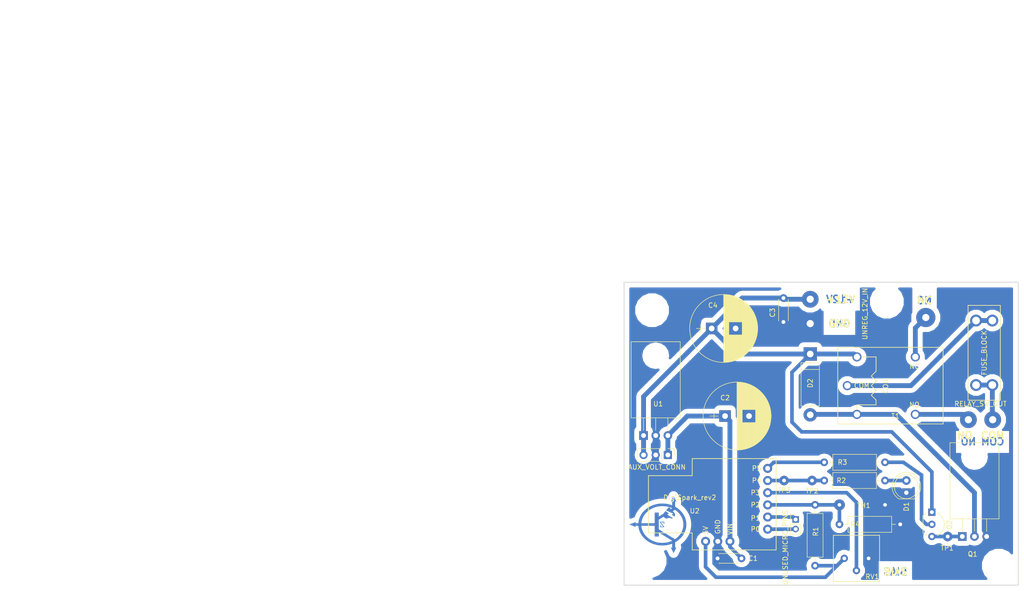
<source format=kicad_pcb>
(kicad_pcb (version 4) (host pcbnew 4.0.4-stable)

  (general
    (links 44)
    (no_connects 0)
    (area 48.01 43.692 276.708286 175.627)
    (thickness 1.6)
    (drawings 16)
    (tracks 76)
    (zones 0)
    (modules 31)
    (nets 19)
  )

  (page USLetter)
  (title_block
    (title "Thermostat Controller- Digispark Micro")
    (date 2017-04-25)
    (rev 1.3)
    (comment 1 "U1 Min: 7805 Max: 7812")
    (comment 2 "U2 must be socketed, cannot be programmed in circuit")
    (comment 3 "R1-Prefer value towards lower end, round down if needed.")
    (comment 4 "Added Q2 Darlington. Q2 may be bypassed if Q1 replaced w/ N-channel MOSFET")
  )

  (layers
    (0 F.Cu signal)
    (31 B.Cu signal)
    (32 B.Adhes user hide)
    (33 F.Adhes user hide)
    (34 B.Paste user hide)
    (35 F.Paste user hide)
    (36 B.SilkS user)
    (37 F.SilkS user)
    (38 B.Mask user)
    (39 F.Mask user)
    (40 Dwgs.User user hide)
    (41 Cmts.User user hide)
    (42 Eco1.User user hide)
    (43 Eco2.User user hide)
    (44 Edge.Cuts user)
    (45 Margin user hide)
    (46 B.CrtYd user hide)
    (47 F.CrtYd user hide)
    (48 B.Fab user hide)
    (49 F.Fab user hide)
  )

  (setup
    (last_trace_width 0.25)
    (user_trace_width 0.254)
    (user_trace_width 0.381)
    (user_trace_width 0.508)
    (user_trace_width 0.635)
    (user_trace_width 0.762)
    (user_trace_width 1.016)
    (trace_clearance 0.2)
    (zone_clearance 1.016)
    (zone_45_only no)
    (trace_min 0.2)
    (segment_width 0.2)
    (edge_width 0.15)
    (via_size 0.6)
    (via_drill 0.4)
    (via_min_size 0.4)
    (via_min_drill 0.3)
    (uvia_size 0.3)
    (uvia_drill 0.1)
    (uvias_allowed no)
    (uvia_min_size 0.2)
    (uvia_min_drill 0.1)
    (pcb_text_width 0.3)
    (pcb_text_size 1.5 1.5)
    (mod_edge_width 0.15)
    (mod_text_size 1 1)
    (mod_text_width 0.15)
    (pad_size 1.6 1.6)
    (pad_drill 0.8)
    (pad_to_mask_clearance 0.2)
    (aux_axis_origin 0 0)
    (grid_origin 141.732 76.2)
    (visible_elements 7FFFFF7F)
    (pcbplotparams
      (layerselection 0x210f0_80000001)
      (usegerberextensions false)
      (excludeedgelayer false)
      (linewidth 0.100000)
      (plotframeref false)
      (viasonmask false)
      (mode 1)
      (useauxorigin false)
      (hpglpennumber 1)
      (hpglpenspeed 20)
      (hpglpendiameter 15)
      (hpglpenoverlay 2)
      (psnegative false)
      (psa4output false)
      (plotreference false)
      (plotvalue false)
      (plotinvisibletext false)
      (padsonsilk false)
      (subtractmaskfromsilk false)
      (outputformat 1)
      (mirror false)
      (drillshape 0)
      (scaleselection 1)
      (outputdirectory Gerbers/))
  )

  (net 0 "")
  (net 1 "Net-(C1-Pad1)")
  (net 2 GND)
  (net 3 +12V)
  (net 4 "Net-(D1-Pad2)")
  (net 5 "Net-(D2-Pad2)")
  (net 6 "Net-(P2-Pad1)")
  (net 7 "Net-(P2-Pad2)")
  (net 8 "Net-(P3-Pad1)")
  (net 9 "Net-(P3-Pad2)")
  (net 10 "Net-(P4-Pad1)")
  (net 11 "Net-(P5-Pad2)")
  (net 12 "Net-(Q1-Pad1)")
  (net 13 "Net-(R1-Pad1)")
  (net 14 "Net-(R1-Pad2)")
  (net 15 "Net-(R2-Pad2)")
  (net 16 "Net-(R3-Pad2)")
  (net 17 "Net-(RV1-Pad2)")
  (net 18 "Net-(Q2-Pad2)")

  (net_class Default "This is the default net class."
    (clearance 0.2)
    (trace_width 0.25)
    (via_dia 0.6)
    (via_drill 0.4)
    (uvia_dia 0.3)
    (uvia_drill 0.1)
    (add_net +12V)
    (add_net GND)
    (add_net "Net-(C1-Pad1)")
    (add_net "Net-(D1-Pad2)")
    (add_net "Net-(D2-Pad2)")
    (add_net "Net-(P2-Pad1)")
    (add_net "Net-(P2-Pad2)")
    (add_net "Net-(P3-Pad1)")
    (add_net "Net-(P3-Pad2)")
    (add_net "Net-(P4-Pad1)")
    (add_net "Net-(P5-Pad2)")
    (add_net "Net-(Q1-Pad1)")
    (add_net "Net-(Q2-Pad2)")
    (add_net "Net-(R1-Pad1)")
    (add_net "Net-(R1-Pad2)")
    (add_net "Net-(R2-Pad2)")
    (add_net "Net-(R3-Pad2)")
    (add_net "Net-(RV1-Pad2)")
  )

  (net_class THICK ""
    (clearance 0.254)
    (trace_width 0.381)
    (via_dia 0.6)
    (via_drill 0.4)
    (uvia_dia 0.3)
    (uvia_drill 0.1)
  )

  (module Resistors_ThroughHole:R_Axial_DIN0309_L9.0mm_D3.2mm_P12.70mm_Horizontal (layer F.Cu) (tedit 59014E6C) (tstamp 58FFF5A6)
    (at 218.44 149.352 270)
    (descr "Resistor, Axial_DIN0309 series, Axial, Horizontal, pin pitch=12.7mm, 0.5W = 1/2W, length*diameter=9*3.2mm^2, http://cdn-reichelt.de/documents/datenblatt/B400/1_4W%23YAG.pdf")
    (tags "Resistor Axial_DIN0309 series Axial Horizontal pin pitch 12.7mm 0.5W = 1/2W length 9mm diameter 3.2mm")
    (path /58FFC2C9)
    (fp_text reference R1 (at 5.588 -0.127 270) (layer F.SilkS)
      (effects (font (size 1 1) (thickness 0.15)))
    )
    (fp_text value 12.8K-21.2K (at 6.096 -2.667 270) (layer F.Fab)
      (effects (font (size 1 1) (thickness 0.15)))
    )
    (fp_line (start 1.85 -1.6) (end 1.85 1.6) (layer F.Fab) (width 0.1))
    (fp_line (start 1.85 1.6) (end 10.85 1.6) (layer F.Fab) (width 0.1))
    (fp_line (start 10.85 1.6) (end 10.85 -1.6) (layer F.Fab) (width 0.1))
    (fp_line (start 10.85 -1.6) (end 1.85 -1.6) (layer F.Fab) (width 0.1))
    (fp_line (start 0 0) (end 1.85 0) (layer F.Fab) (width 0.1))
    (fp_line (start 12.7 0) (end 10.85 0) (layer F.Fab) (width 0.1))
    (fp_line (start 1.79 -1.66) (end 1.79 1.66) (layer F.SilkS) (width 0.12))
    (fp_line (start 1.79 1.66) (end 10.91 1.66) (layer F.SilkS) (width 0.12))
    (fp_line (start 10.91 1.66) (end 10.91 -1.66) (layer F.SilkS) (width 0.12))
    (fp_line (start 10.91 -1.66) (end 1.79 -1.66) (layer F.SilkS) (width 0.12))
    (fp_line (start 0.98 0) (end 1.79 0) (layer F.SilkS) (width 0.12))
    (fp_line (start 11.72 0) (end 10.91 0) (layer F.SilkS) (width 0.12))
    (fp_line (start -1.05 -1.95) (end -1.05 1.95) (layer F.CrtYd) (width 0.05))
    (fp_line (start -1.05 1.95) (end 13.75 1.95) (layer F.CrtYd) (width 0.05))
    (fp_line (start 13.75 1.95) (end 13.75 -1.95) (layer F.CrtYd) (width 0.05))
    (fp_line (start 13.75 -1.95) (end -1.05 -1.95) (layer F.CrtYd) (width 0.05))
    (pad 1 thru_hole circle (at 0 0 270) (size 1.6 1.6) (drill 0.8) (layers *.Cu *.Mask)
      (net 13 "Net-(R1-Pad1)"))
    (pad 2 thru_hole oval (at 12.7 0 270) (size 1.6 1.6) (drill 0.8) (layers *.Cu *.Mask)
      (net 14 "Net-(R1-Pad2)"))
    (model Resistors_THT.3dshapes/R_Axial_DIN0309_L9.0mm_D3.2mm_P12.70mm_Horizontal.wrl
      (at (xyz 0 0 0))
      (scale (xyz 0.393701 0.393701 0.393701))
      (rotate (xyz 0 0 0))
    )
  )

  (module Pin_Headers:Pin_Header_Straight_1x02_Pitch2.00mm (layer F.Cu) (tedit 59023F0F) (tstamp 58FFF570)
    (at 214.376 152.4)
    (descr "Through hole straight pin header, 1x02, 2.00mm pitch, single row")
    (tags "Through hole pin header THT 1x02 2.00mm single row")
    (path /58FFEBFE)
    (fp_text reference P2 (at -1.143 21.082) (layer F.SilkS) hide
      (effects (font (size 1 1) (thickness 0.15)))
    )
    (fp_text value UNUSED_MICRO_PINS (at -2.159 5.842 90) (layer F.SilkS)
      (effects (font (size 1 1) (thickness 0.15)))
    )
    (fp_line (start -1 -1) (end -1 3) (layer F.Fab) (width 0.1))
    (fp_line (start -1 3) (end 1 3) (layer F.Fab) (width 0.1))
    (fp_line (start 1 3) (end 1 -1) (layer F.Fab) (width 0.1))
    (fp_line (start 1 -1) (end -1 -1) (layer F.Fab) (width 0.1))
    (fp_line (start -1.06 1) (end -1.06 3.06) (layer F.SilkS) (width 0.12))
    (fp_line (start -1.06 3.06) (end 1.06 3.06) (layer F.SilkS) (width 0.12))
    (fp_line (start 1.06 3.06) (end 1.06 1) (layer F.SilkS) (width 0.12))
    (fp_line (start 1.06 1) (end -1.06 1) (layer F.SilkS) (width 0.12))
    (fp_line (start -1.06 0) (end -1.06 -1.06) (layer F.SilkS) (width 0.12))
    (fp_line (start -1.06 -1.06) (end 0 -1.06) (layer F.SilkS) (width 0.12))
    (fp_line (start -1.5 -1.5) (end -1.5 3.5) (layer F.CrtYd) (width 0.05))
    (fp_line (start -1.5 3.5) (end 1.5 3.5) (layer F.CrtYd) (width 0.05))
    (fp_line (start 1.5 3.5) (end 1.5 -1.5) (layer F.CrtYd) (width 0.05))
    (fp_line (start 1.5 -1.5) (end -1.5 -1.5) (layer F.CrtYd) (width 0.05))
    (fp_text user %R (at 0 -2.06) (layer F.Fab)
      (effects (font (size 1 1) (thickness 0.15)))
    )
    (pad 1 thru_hole rect (at 0 0) (size 1.35 1.35) (drill 0.8) (layers *.Cu *.Mask)
      (net 6 "Net-(P2-Pad1)"))
    (pad 2 thru_hole oval (at 0 2) (size 1.35 1.35) (drill 0.8) (layers *.Cu *.Mask)
      (net 7 "Net-(P2-Pad2)"))
    (model ${KISYS3DMOD}/Pin_Headers.3dshapes/Pin_Header_Straight_1x02_Pitch2.00mm.wrl
      (at (xyz 0 0 0))
      (scale (xyz 1 1 1))
      (rotate (xyz 0 0 0))
    )
  )

  (module Mounting_Holes:MountingHole_5mm (layer F.Cu) (tedit 58FFFC3C) (tstamp 59000FB0)
    (at 233.426 106.934)
    (descr "Mounting Hole 5mm, no annular")
    (tags "mounting hole 5mm no annular")
    (fp_text reference REF** (at 0 -6) (layer F.SilkS) hide
      (effects (font (size 1 1) (thickness 0.15)))
    )
    (fp_text value MountingHole_5mm (at 0.254 -10.16) (layer F.Fab) hide
      (effects (font (size 1 1) (thickness 0.15)))
    )
    (fp_circle (center 0 0) (end 5 0) (layer Cmts.User) (width 0.15))
    (fp_circle (center 0 0) (end 5.25 0) (layer F.CrtYd) (width 0.05))
    (pad 1 np_thru_hole circle (at 0 0) (size 5 5) (drill 5) (layers *.Cu *.Mask))
  )

  (module Mounting_Holes:MountingHole_5mm (layer F.Cu) (tedit 58FFFC14) (tstamp 59000FA7)
    (at 256.794 162.052)
    (descr "Mounting Hole 5mm, no annular")
    (tags "mounting hole 5mm no annular")
    (fp_text reference REF** (at 17.272 -0.254) (layer F.SilkS) hide
      (effects (font (size 1 1) (thickness 0.15)))
    )
    (fp_text value MountingHole_5mm (at 12.446 10.16) (layer F.Fab) hide
      (effects (font (size 1 1) (thickness 0.15)))
    )
    (fp_circle (center 0 0) (end 5 0) (layer Cmts.User) (width 0.15))
    (fp_circle (center 0 0) (end 5.25 0) (layer F.CrtYd) (width 0.05))
    (pad 1 np_thru_hole circle (at 0 0) (size 5 5) (drill 5) (layers *.Cu *.Mask))
  )

  (module Mounting_Holes:MountingHole_5mm (layer B.Cu) (tedit 58FFFCC3) (tstamp 59000FA0)
    (at 183.896 161.036)
    (descr "Mounting Hole 5mm, no annular")
    (tags "mounting hole 5mm no annular")
    (fp_text reference REF** (at -4.064 -21.844) (layer B.SilkS) hide
      (effects (font (size 1 1) (thickness 0.15)) (justify mirror))
    )
    (fp_text value MountingHole_5mm (at 0.508 -20.574) (layer B.Fab) hide
      (effects (font (size 1 1) (thickness 0.15)) (justify mirror))
    )
    (fp_circle (center 0 0) (end 5 0) (layer Cmts.User) (width 0.15))
    (fp_circle (center 0 0) (end 5.25 0) (layer B.CrtYd) (width 0.05))
    (pad 1 np_thru_hole circle (at 0 0) (size 5 5) (drill 5) (layers *.Cu *.Mask))
  )

  (module Capacitors_ThroughHole:C_Disc_D4.3mm_W1.9mm_P5.00mm (layer F.Cu) (tedit 58FFFCC7) (tstamp 58FFF317)
    (at 203.073 160.528 180)
    (descr "C, Disc series, Radial, pin pitch=5.00mm, , diameter*width=4.3*1.9mm^2, Capacitor, http://www.vishay.com/docs/45233/krseries.pdf")
    (tags "C Disc series Radial pin pitch 5.00mm  diameter 4.3mm width 1.9mm Capacitor")
    (path /58FFF370)
    (fp_text reference C1 (at -2.413 0 180) (layer F.SilkS)
      (effects (font (size 1 1) (thickness 0.15)))
    )
    (fp_text value C (at -3.937 -13.97 180) (layer F.Fab) hide
      (effects (font (size 1 1) (thickness 0.15)))
    )
    (fp_line (start 0.35 -0.95) (end 0.35 0.95) (layer F.Fab) (width 0.1))
    (fp_line (start 0.35 0.95) (end 4.65 0.95) (layer F.Fab) (width 0.1))
    (fp_line (start 4.65 0.95) (end 4.65 -0.95) (layer F.Fab) (width 0.1))
    (fp_line (start 4.65 -0.95) (end 0.35 -0.95) (layer F.Fab) (width 0.1))
    (fp_line (start 0.29 -1.01) (end 4.71 -1.01) (layer F.SilkS) (width 0.12))
    (fp_line (start 0.29 1.01) (end 4.71 1.01) (layer F.SilkS) (width 0.12))
    (fp_line (start 0.29 -1.01) (end 0.29 -0.996) (layer F.SilkS) (width 0.12))
    (fp_line (start 0.29 0.996) (end 0.29 1.01) (layer F.SilkS) (width 0.12))
    (fp_line (start 4.71 -1.01) (end 4.71 -0.996) (layer F.SilkS) (width 0.12))
    (fp_line (start 4.71 0.996) (end 4.71 1.01) (layer F.SilkS) (width 0.12))
    (fp_line (start -1.05 -1.3) (end -1.05 1.3) (layer F.CrtYd) (width 0.05))
    (fp_line (start -1.05 1.3) (end 6.05 1.3) (layer F.CrtYd) (width 0.05))
    (fp_line (start 6.05 1.3) (end 6.05 -1.3) (layer F.CrtYd) (width 0.05))
    (fp_line (start 6.05 -1.3) (end -1.05 -1.3) (layer F.CrtYd) (width 0.05))
    (pad 1 thru_hole circle (at 0 0 180) (size 1.6 1.6) (drill 0.8) (layers *.Cu *.Mask)
      (net 1 "Net-(C1-Pad1)"))
    (pad 2 thru_hole circle (at 5 0 180) (size 1.6 1.6) (drill 0.8) (layers *.Cu *.Mask)
      (net 2 GND))
    (model Capacitors_THT.3dshapes/C_Disc_D4.3mm_W1.9mm_P5.00mm.wrl
      (at (xyz 0 0 0))
      (scale (xyz 0.393701 0.393701 0.393701))
      (rotate (xyz 0 0 0))
    )
  )

  (module Capacitors_ThroughHole:CP_Radial_D14.0mm_P5.00mm (layer F.Cu) (tedit 58FFFC5F) (tstamp 58FFF41E)
    (at 199.644 130.81)
    (descr "CP, Radial series, Radial, pin pitch=5.00mm, , diameter=14mm, Electrolytic Capacitor")
    (tags "CP Radial series Radial pin pitch 5.00mm  diameter 14mm Electrolytic Capacitor")
    (path /58FFF3EB)
    (fp_text reference C2 (at 0 -3.81) (layer F.SilkS)
      (effects (font (size 1 1) (thickness 0.15)))
    )
    (fp_text value CP1 (at -36.322 16.256) (layer F.Fab) hide
      (effects (font (size 1 1) (thickness 0.15)))
    )
    (fp_circle (center 2.5 0) (end 9.5 0) (layer F.Fab) (width 0.1))
    (fp_circle (center 2.5 0) (end 9.59 0) (layer F.SilkS) (width 0.12))
    (fp_line (start -3.2 0) (end -1.4 0) (layer F.Fab) (width 0.1))
    (fp_line (start -2.3 -0.9) (end -2.3 0.9) (layer F.Fab) (width 0.1))
    (fp_line (start 2.5 -7.05) (end 2.5 7.05) (layer F.SilkS) (width 0.12))
    (fp_line (start 2.54 -7.05) (end 2.54 7.05) (layer F.SilkS) (width 0.12))
    (fp_line (start 2.58 -7.05) (end 2.58 7.05) (layer F.SilkS) (width 0.12))
    (fp_line (start 2.62 -7.049) (end 2.62 7.049) (layer F.SilkS) (width 0.12))
    (fp_line (start 2.66 -7.049) (end 2.66 7.049) (layer F.SilkS) (width 0.12))
    (fp_line (start 2.7 -7.048) (end 2.7 7.048) (layer F.SilkS) (width 0.12))
    (fp_line (start 2.74 -7.046) (end 2.74 7.046) (layer F.SilkS) (width 0.12))
    (fp_line (start 2.78 -7.045) (end 2.78 7.045) (layer F.SilkS) (width 0.12))
    (fp_line (start 2.82 -7.043) (end 2.82 7.043) (layer F.SilkS) (width 0.12))
    (fp_line (start 2.86 -7.041) (end 2.86 7.041) (layer F.SilkS) (width 0.12))
    (fp_line (start 2.9 -7.039) (end 2.9 7.039) (layer F.SilkS) (width 0.12))
    (fp_line (start 2.94 -7.037) (end 2.94 7.037) (layer F.SilkS) (width 0.12))
    (fp_line (start 2.98 -7.034) (end 2.98 7.034) (layer F.SilkS) (width 0.12))
    (fp_line (start 3.02 -7.031) (end 3.02 7.031) (layer F.SilkS) (width 0.12))
    (fp_line (start 3.06 -7.028) (end 3.06 7.028) (layer F.SilkS) (width 0.12))
    (fp_line (start 3.1 -7.025) (end 3.1 7.025) (layer F.SilkS) (width 0.12))
    (fp_line (start 3.14 -7.022) (end 3.14 7.022) (layer F.SilkS) (width 0.12))
    (fp_line (start 3.18 -7.018) (end 3.18 7.018) (layer F.SilkS) (width 0.12))
    (fp_line (start 3.221 -7.014) (end 3.221 7.014) (layer F.SilkS) (width 0.12))
    (fp_line (start 3.261 -7.01) (end 3.261 7.01) (layer F.SilkS) (width 0.12))
    (fp_line (start 3.301 -7.005) (end 3.301 7.005) (layer F.SilkS) (width 0.12))
    (fp_line (start 3.341 -7.001) (end 3.341 7.001) (layer F.SilkS) (width 0.12))
    (fp_line (start 3.381 -6.996) (end 3.381 6.996) (layer F.SilkS) (width 0.12))
    (fp_line (start 3.421 -6.991) (end 3.421 6.991) (layer F.SilkS) (width 0.12))
    (fp_line (start 3.461 -6.985) (end 3.461 6.985) (layer F.SilkS) (width 0.12))
    (fp_line (start 3.501 -6.98) (end 3.501 6.98) (layer F.SilkS) (width 0.12))
    (fp_line (start 3.541 -6.974) (end 3.541 6.974) (layer F.SilkS) (width 0.12))
    (fp_line (start 3.581 -6.968) (end 3.581 6.968) (layer F.SilkS) (width 0.12))
    (fp_line (start 3.621 -6.961) (end 3.621 -1.38) (layer F.SilkS) (width 0.12))
    (fp_line (start 3.621 1.38) (end 3.621 6.961) (layer F.SilkS) (width 0.12))
    (fp_line (start 3.661 -6.955) (end 3.661 -1.38) (layer F.SilkS) (width 0.12))
    (fp_line (start 3.661 1.38) (end 3.661 6.955) (layer F.SilkS) (width 0.12))
    (fp_line (start 3.701 -6.948) (end 3.701 -1.38) (layer F.SilkS) (width 0.12))
    (fp_line (start 3.701 1.38) (end 3.701 6.948) (layer F.SilkS) (width 0.12))
    (fp_line (start 3.741 -6.941) (end 3.741 -1.38) (layer F.SilkS) (width 0.12))
    (fp_line (start 3.741 1.38) (end 3.741 6.941) (layer F.SilkS) (width 0.12))
    (fp_line (start 3.781 -6.934) (end 3.781 -1.38) (layer F.SilkS) (width 0.12))
    (fp_line (start 3.781 1.38) (end 3.781 6.934) (layer F.SilkS) (width 0.12))
    (fp_line (start 3.821 -6.927) (end 3.821 -1.38) (layer F.SilkS) (width 0.12))
    (fp_line (start 3.821 1.38) (end 3.821 6.927) (layer F.SilkS) (width 0.12))
    (fp_line (start 3.861 -6.919) (end 3.861 -1.38) (layer F.SilkS) (width 0.12))
    (fp_line (start 3.861 1.38) (end 3.861 6.919) (layer F.SilkS) (width 0.12))
    (fp_line (start 3.901 -6.911) (end 3.901 -1.38) (layer F.SilkS) (width 0.12))
    (fp_line (start 3.901 1.38) (end 3.901 6.911) (layer F.SilkS) (width 0.12))
    (fp_line (start 3.941 -6.903) (end 3.941 -1.38) (layer F.SilkS) (width 0.12))
    (fp_line (start 3.941 1.38) (end 3.941 6.903) (layer F.SilkS) (width 0.12))
    (fp_line (start 3.981 -6.894) (end 3.981 -1.38) (layer F.SilkS) (width 0.12))
    (fp_line (start 3.981 1.38) (end 3.981 6.894) (layer F.SilkS) (width 0.12))
    (fp_line (start 4.021 -6.886) (end 4.021 -1.38) (layer F.SilkS) (width 0.12))
    (fp_line (start 4.021 1.38) (end 4.021 6.886) (layer F.SilkS) (width 0.12))
    (fp_line (start 4.061 -6.877) (end 4.061 -1.38) (layer F.SilkS) (width 0.12))
    (fp_line (start 4.061 1.38) (end 4.061 6.877) (layer F.SilkS) (width 0.12))
    (fp_line (start 4.101 -6.868) (end 4.101 -1.38) (layer F.SilkS) (width 0.12))
    (fp_line (start 4.101 1.38) (end 4.101 6.868) (layer F.SilkS) (width 0.12))
    (fp_line (start 4.141 -6.858) (end 4.141 -1.38) (layer F.SilkS) (width 0.12))
    (fp_line (start 4.141 1.38) (end 4.141 6.858) (layer F.SilkS) (width 0.12))
    (fp_line (start 4.181 -6.849) (end 4.181 -1.38) (layer F.SilkS) (width 0.12))
    (fp_line (start 4.181 1.38) (end 4.181 6.849) (layer F.SilkS) (width 0.12))
    (fp_line (start 4.221 -6.839) (end 4.221 -1.38) (layer F.SilkS) (width 0.12))
    (fp_line (start 4.221 1.38) (end 4.221 6.839) (layer F.SilkS) (width 0.12))
    (fp_line (start 4.261 -6.829) (end 4.261 -1.38) (layer F.SilkS) (width 0.12))
    (fp_line (start 4.261 1.38) (end 4.261 6.829) (layer F.SilkS) (width 0.12))
    (fp_line (start 4.301 -6.818) (end 4.301 -1.38) (layer F.SilkS) (width 0.12))
    (fp_line (start 4.301 1.38) (end 4.301 6.818) (layer F.SilkS) (width 0.12))
    (fp_line (start 4.341 -6.808) (end 4.341 -1.38) (layer F.SilkS) (width 0.12))
    (fp_line (start 4.341 1.38) (end 4.341 6.808) (layer F.SilkS) (width 0.12))
    (fp_line (start 4.381 -6.797) (end 4.381 -1.38) (layer F.SilkS) (width 0.12))
    (fp_line (start 4.381 1.38) (end 4.381 6.797) (layer F.SilkS) (width 0.12))
    (fp_line (start 4.421 -6.786) (end 4.421 -1.38) (layer F.SilkS) (width 0.12))
    (fp_line (start 4.421 1.38) (end 4.421 6.786) (layer F.SilkS) (width 0.12))
    (fp_line (start 4.461 -6.774) (end 4.461 -1.38) (layer F.SilkS) (width 0.12))
    (fp_line (start 4.461 1.38) (end 4.461 6.774) (layer F.SilkS) (width 0.12))
    (fp_line (start 4.501 -6.763) (end 4.501 -1.38) (layer F.SilkS) (width 0.12))
    (fp_line (start 4.501 1.38) (end 4.501 6.763) (layer F.SilkS) (width 0.12))
    (fp_line (start 4.541 -6.751) (end 4.541 -1.38) (layer F.SilkS) (width 0.12))
    (fp_line (start 4.541 1.38) (end 4.541 6.751) (layer F.SilkS) (width 0.12))
    (fp_line (start 4.581 -6.739) (end 4.581 -1.38) (layer F.SilkS) (width 0.12))
    (fp_line (start 4.581 1.38) (end 4.581 6.739) (layer F.SilkS) (width 0.12))
    (fp_line (start 4.621 -6.726) (end 4.621 -1.38) (layer F.SilkS) (width 0.12))
    (fp_line (start 4.621 1.38) (end 4.621 6.726) (layer F.SilkS) (width 0.12))
    (fp_line (start 4.661 -6.713) (end 4.661 -1.38) (layer F.SilkS) (width 0.12))
    (fp_line (start 4.661 1.38) (end 4.661 6.713) (layer F.SilkS) (width 0.12))
    (fp_line (start 4.701 -6.701) (end 4.701 -1.38) (layer F.SilkS) (width 0.12))
    (fp_line (start 4.701 1.38) (end 4.701 6.701) (layer F.SilkS) (width 0.12))
    (fp_line (start 4.741 -6.687) (end 4.741 -1.38) (layer F.SilkS) (width 0.12))
    (fp_line (start 4.741 1.38) (end 4.741 6.687) (layer F.SilkS) (width 0.12))
    (fp_line (start 4.781 -6.674) (end 4.781 -1.38) (layer F.SilkS) (width 0.12))
    (fp_line (start 4.781 1.38) (end 4.781 6.674) (layer F.SilkS) (width 0.12))
    (fp_line (start 4.821 -6.66) (end 4.821 -1.38) (layer F.SilkS) (width 0.12))
    (fp_line (start 4.821 1.38) (end 4.821 6.66) (layer F.SilkS) (width 0.12))
    (fp_line (start 4.861 -6.646) (end 4.861 -1.38) (layer F.SilkS) (width 0.12))
    (fp_line (start 4.861 1.38) (end 4.861 6.646) (layer F.SilkS) (width 0.12))
    (fp_line (start 4.901 -6.632) (end 4.901 -1.38) (layer F.SilkS) (width 0.12))
    (fp_line (start 4.901 1.38) (end 4.901 6.632) (layer F.SilkS) (width 0.12))
    (fp_line (start 4.941 -6.617) (end 4.941 -1.38) (layer F.SilkS) (width 0.12))
    (fp_line (start 4.941 1.38) (end 4.941 6.617) (layer F.SilkS) (width 0.12))
    (fp_line (start 4.981 -6.603) (end 4.981 -1.38) (layer F.SilkS) (width 0.12))
    (fp_line (start 4.981 1.38) (end 4.981 6.603) (layer F.SilkS) (width 0.12))
    (fp_line (start 5.021 -6.588) (end 5.021 -1.38) (layer F.SilkS) (width 0.12))
    (fp_line (start 5.021 1.38) (end 5.021 6.588) (layer F.SilkS) (width 0.12))
    (fp_line (start 5.061 -6.572) (end 5.061 -1.38) (layer F.SilkS) (width 0.12))
    (fp_line (start 5.061 1.38) (end 5.061 6.572) (layer F.SilkS) (width 0.12))
    (fp_line (start 5.101 -6.557) (end 5.101 -1.38) (layer F.SilkS) (width 0.12))
    (fp_line (start 5.101 1.38) (end 5.101 6.557) (layer F.SilkS) (width 0.12))
    (fp_line (start 5.141 -6.541) (end 5.141 -1.38) (layer F.SilkS) (width 0.12))
    (fp_line (start 5.141 1.38) (end 5.141 6.541) (layer F.SilkS) (width 0.12))
    (fp_line (start 5.181 -6.524) (end 5.181 -1.38) (layer F.SilkS) (width 0.12))
    (fp_line (start 5.181 1.38) (end 5.181 6.524) (layer F.SilkS) (width 0.12))
    (fp_line (start 5.221 -6.508) (end 5.221 -1.38) (layer F.SilkS) (width 0.12))
    (fp_line (start 5.221 1.38) (end 5.221 6.508) (layer F.SilkS) (width 0.12))
    (fp_line (start 5.261 -6.491) (end 5.261 -1.38) (layer F.SilkS) (width 0.12))
    (fp_line (start 5.261 1.38) (end 5.261 6.491) (layer F.SilkS) (width 0.12))
    (fp_line (start 5.301 -6.474) (end 5.301 -1.38) (layer F.SilkS) (width 0.12))
    (fp_line (start 5.301 1.38) (end 5.301 6.474) (layer F.SilkS) (width 0.12))
    (fp_line (start 5.341 -6.457) (end 5.341 -1.38) (layer F.SilkS) (width 0.12))
    (fp_line (start 5.341 1.38) (end 5.341 6.457) (layer F.SilkS) (width 0.12))
    (fp_line (start 5.381 -6.439) (end 5.381 -1.38) (layer F.SilkS) (width 0.12))
    (fp_line (start 5.381 1.38) (end 5.381 6.439) (layer F.SilkS) (width 0.12))
    (fp_line (start 5.421 -6.421) (end 5.421 -1.38) (layer F.SilkS) (width 0.12))
    (fp_line (start 5.421 1.38) (end 5.421 6.421) (layer F.SilkS) (width 0.12))
    (fp_line (start 5.461 -6.403) (end 5.461 -1.38) (layer F.SilkS) (width 0.12))
    (fp_line (start 5.461 1.38) (end 5.461 6.403) (layer F.SilkS) (width 0.12))
    (fp_line (start 5.501 -6.385) (end 5.501 -1.38) (layer F.SilkS) (width 0.12))
    (fp_line (start 5.501 1.38) (end 5.501 6.385) (layer F.SilkS) (width 0.12))
    (fp_line (start 5.541 -6.366) (end 5.541 -1.38) (layer F.SilkS) (width 0.12))
    (fp_line (start 5.541 1.38) (end 5.541 6.366) (layer F.SilkS) (width 0.12))
    (fp_line (start 5.581 -6.347) (end 5.581 -1.38) (layer F.SilkS) (width 0.12))
    (fp_line (start 5.581 1.38) (end 5.581 6.347) (layer F.SilkS) (width 0.12))
    (fp_line (start 5.621 -6.327) (end 5.621 -1.38) (layer F.SilkS) (width 0.12))
    (fp_line (start 5.621 1.38) (end 5.621 6.327) (layer F.SilkS) (width 0.12))
    (fp_line (start 5.661 -6.307) (end 5.661 -1.38) (layer F.SilkS) (width 0.12))
    (fp_line (start 5.661 1.38) (end 5.661 6.307) (layer F.SilkS) (width 0.12))
    (fp_line (start 5.701 -6.287) (end 5.701 -1.38) (layer F.SilkS) (width 0.12))
    (fp_line (start 5.701 1.38) (end 5.701 6.287) (layer F.SilkS) (width 0.12))
    (fp_line (start 5.741 -6.267) (end 5.741 -1.38) (layer F.SilkS) (width 0.12))
    (fp_line (start 5.741 1.38) (end 5.741 6.267) (layer F.SilkS) (width 0.12))
    (fp_line (start 5.781 -6.246) (end 5.781 -1.38) (layer F.SilkS) (width 0.12))
    (fp_line (start 5.781 1.38) (end 5.781 6.246) (layer F.SilkS) (width 0.12))
    (fp_line (start 5.821 -6.225) (end 5.821 -1.38) (layer F.SilkS) (width 0.12))
    (fp_line (start 5.821 1.38) (end 5.821 6.225) (layer F.SilkS) (width 0.12))
    (fp_line (start 5.861 -6.204) (end 5.861 -1.38) (layer F.SilkS) (width 0.12))
    (fp_line (start 5.861 1.38) (end 5.861 6.204) (layer F.SilkS) (width 0.12))
    (fp_line (start 5.901 -6.182) (end 5.901 -1.38) (layer F.SilkS) (width 0.12))
    (fp_line (start 5.901 1.38) (end 5.901 6.182) (layer F.SilkS) (width 0.12))
    (fp_line (start 5.941 -6.16) (end 5.941 -1.38) (layer F.SilkS) (width 0.12))
    (fp_line (start 5.941 1.38) (end 5.941 6.16) (layer F.SilkS) (width 0.12))
    (fp_line (start 5.981 -6.138) (end 5.981 -1.38) (layer F.SilkS) (width 0.12))
    (fp_line (start 5.981 1.38) (end 5.981 6.138) (layer F.SilkS) (width 0.12))
    (fp_line (start 6.021 -6.115) (end 6.021 -1.38) (layer F.SilkS) (width 0.12))
    (fp_line (start 6.021 1.38) (end 6.021 6.115) (layer F.SilkS) (width 0.12))
    (fp_line (start 6.061 -6.092) (end 6.061 -1.38) (layer F.SilkS) (width 0.12))
    (fp_line (start 6.061 1.38) (end 6.061 6.092) (layer F.SilkS) (width 0.12))
    (fp_line (start 6.101 -6.069) (end 6.101 -1.38) (layer F.SilkS) (width 0.12))
    (fp_line (start 6.101 1.38) (end 6.101 6.069) (layer F.SilkS) (width 0.12))
    (fp_line (start 6.141 -6.045) (end 6.141 -1.38) (layer F.SilkS) (width 0.12))
    (fp_line (start 6.141 1.38) (end 6.141 6.045) (layer F.SilkS) (width 0.12))
    (fp_line (start 6.181 -6.021) (end 6.181 -1.38) (layer F.SilkS) (width 0.12))
    (fp_line (start 6.181 1.38) (end 6.181 6.021) (layer F.SilkS) (width 0.12))
    (fp_line (start 6.221 -5.996) (end 6.221 -1.38) (layer F.SilkS) (width 0.12))
    (fp_line (start 6.221 1.38) (end 6.221 5.996) (layer F.SilkS) (width 0.12))
    (fp_line (start 6.261 -5.971) (end 6.261 -1.38) (layer F.SilkS) (width 0.12))
    (fp_line (start 6.261 1.38) (end 6.261 5.971) (layer F.SilkS) (width 0.12))
    (fp_line (start 6.301 -5.946) (end 6.301 -1.38) (layer F.SilkS) (width 0.12))
    (fp_line (start 6.301 1.38) (end 6.301 5.946) (layer F.SilkS) (width 0.12))
    (fp_line (start 6.341 -5.921) (end 6.341 -1.38) (layer F.SilkS) (width 0.12))
    (fp_line (start 6.341 1.38) (end 6.341 5.921) (layer F.SilkS) (width 0.12))
    (fp_line (start 6.381 -5.895) (end 6.381 5.895) (layer F.SilkS) (width 0.12))
    (fp_line (start 6.421 -5.868) (end 6.421 5.868) (layer F.SilkS) (width 0.12))
    (fp_line (start 6.461 -5.842) (end 6.461 5.842) (layer F.SilkS) (width 0.12))
    (fp_line (start 6.501 -5.814) (end 6.501 5.814) (layer F.SilkS) (width 0.12))
    (fp_line (start 6.541 -5.787) (end 6.541 5.787) (layer F.SilkS) (width 0.12))
    (fp_line (start 6.581 -5.759) (end 6.581 5.759) (layer F.SilkS) (width 0.12))
    (fp_line (start 6.621 -5.731) (end 6.621 5.731) (layer F.SilkS) (width 0.12))
    (fp_line (start 6.661 -5.702) (end 6.661 5.702) (layer F.SilkS) (width 0.12))
    (fp_line (start 6.701 -5.673) (end 6.701 5.673) (layer F.SilkS) (width 0.12))
    (fp_line (start 6.741 -5.643) (end 6.741 5.643) (layer F.SilkS) (width 0.12))
    (fp_line (start 6.781 -5.613) (end 6.781 5.613) (layer F.SilkS) (width 0.12))
    (fp_line (start 6.821 -5.582) (end 6.821 5.582) (layer F.SilkS) (width 0.12))
    (fp_line (start 6.861 -5.551) (end 6.861 5.551) (layer F.SilkS) (width 0.12))
    (fp_line (start 6.901 -5.52) (end 6.901 5.52) (layer F.SilkS) (width 0.12))
    (fp_line (start 6.941 -5.488) (end 6.941 5.488) (layer F.SilkS) (width 0.12))
    (fp_line (start 6.981 -5.456) (end 6.981 5.456) (layer F.SilkS) (width 0.12))
    (fp_line (start 7.021 -5.423) (end 7.021 5.423) (layer F.SilkS) (width 0.12))
    (fp_line (start 7.061 -5.39) (end 7.061 5.39) (layer F.SilkS) (width 0.12))
    (fp_line (start 7.101 -5.356) (end 7.101 5.356) (layer F.SilkS) (width 0.12))
    (fp_line (start 7.141 -5.321) (end 7.141 5.321) (layer F.SilkS) (width 0.12))
    (fp_line (start 7.181 -5.286) (end 7.181 5.286) (layer F.SilkS) (width 0.12))
    (fp_line (start 7.221 -5.251) (end 7.221 5.251) (layer F.SilkS) (width 0.12))
    (fp_line (start 7.261 -5.215) (end 7.261 5.215) (layer F.SilkS) (width 0.12))
    (fp_line (start 7.301 -5.179) (end 7.301 5.179) (layer F.SilkS) (width 0.12))
    (fp_line (start 7.341 -5.141) (end 7.341 5.141) (layer F.SilkS) (width 0.12))
    (fp_line (start 7.381 -5.104) (end 7.381 5.104) (layer F.SilkS) (width 0.12))
    (fp_line (start 7.421 -5.066) (end 7.421 5.066) (layer F.SilkS) (width 0.12))
    (fp_line (start 7.461 -5.027) (end 7.461 5.027) (layer F.SilkS) (width 0.12))
    (fp_line (start 7.501 -4.987) (end 7.501 4.987) (layer F.SilkS) (width 0.12))
    (fp_line (start 7.541 -4.947) (end 7.541 4.947) (layer F.SilkS) (width 0.12))
    (fp_line (start 7.581 -4.906) (end 7.581 4.906) (layer F.SilkS) (width 0.12))
    (fp_line (start 7.621 -4.865) (end 7.621 4.865) (layer F.SilkS) (width 0.12))
    (fp_line (start 7.661 -4.823) (end 7.661 4.823) (layer F.SilkS) (width 0.12))
    (fp_line (start 7.701 -4.78) (end 7.701 4.78) (layer F.SilkS) (width 0.12))
    (fp_line (start 7.741 -4.737) (end 7.741 4.737) (layer F.SilkS) (width 0.12))
    (fp_line (start 7.781 -4.692) (end 7.781 4.692) (layer F.SilkS) (width 0.12))
    (fp_line (start 7.821 -4.647) (end 7.821 4.647) (layer F.SilkS) (width 0.12))
    (fp_line (start 7.861 -4.601) (end 7.861 4.601) (layer F.SilkS) (width 0.12))
    (fp_line (start 7.901 -4.555) (end 7.901 4.555) (layer F.SilkS) (width 0.12))
    (fp_line (start 7.941 -4.507) (end 7.941 4.507) (layer F.SilkS) (width 0.12))
    (fp_line (start 7.981 -4.459) (end 7.981 4.459) (layer F.SilkS) (width 0.12))
    (fp_line (start 8.021 -4.41) (end 8.021 4.41) (layer F.SilkS) (width 0.12))
    (fp_line (start 8.061 -4.36) (end 8.061 4.36) (layer F.SilkS) (width 0.12))
    (fp_line (start 8.101 -4.309) (end 8.101 4.309) (layer F.SilkS) (width 0.12))
    (fp_line (start 8.141 -4.257) (end 8.141 4.257) (layer F.SilkS) (width 0.12))
    (fp_line (start 8.181 -4.204) (end 8.181 4.204) (layer F.SilkS) (width 0.12))
    (fp_line (start 8.221 -4.15) (end 8.221 4.15) (layer F.SilkS) (width 0.12))
    (fp_line (start 8.261 -4.095) (end 8.261 4.095) (layer F.SilkS) (width 0.12))
    (fp_line (start 8.301 -4.038) (end 8.301 4.038) (layer F.SilkS) (width 0.12))
    (fp_line (start 8.341 -3.981) (end 8.341 3.981) (layer F.SilkS) (width 0.12))
    (fp_line (start 8.381 -3.922) (end 8.381 3.922) (layer F.SilkS) (width 0.12))
    (fp_line (start 8.421 -3.862) (end 8.421 3.862) (layer F.SilkS) (width 0.12))
    (fp_line (start 8.461 -3.801) (end 8.461 3.801) (layer F.SilkS) (width 0.12))
    (fp_line (start 8.501 -3.738) (end 8.501 3.738) (layer F.SilkS) (width 0.12))
    (fp_line (start 8.541 -3.674) (end 8.541 3.674) (layer F.SilkS) (width 0.12))
    (fp_line (start 8.581 -3.608) (end 8.581 3.608) (layer F.SilkS) (width 0.12))
    (fp_line (start 8.621 -3.54) (end 8.621 3.54) (layer F.SilkS) (width 0.12))
    (fp_line (start 8.661 -3.471) (end 8.661 3.471) (layer F.SilkS) (width 0.12))
    (fp_line (start 8.701 -3.4) (end 8.701 3.4) (layer F.SilkS) (width 0.12))
    (fp_line (start 8.741 -3.327) (end 8.741 3.327) (layer F.SilkS) (width 0.12))
    (fp_line (start 8.781 -3.251) (end 8.781 3.251) (layer F.SilkS) (width 0.12))
    (fp_line (start 8.821 -3.174) (end 8.821 3.174) (layer F.SilkS) (width 0.12))
    (fp_line (start 8.861 -3.094) (end 8.861 3.094) (layer F.SilkS) (width 0.12))
    (fp_line (start 8.901 -3.011) (end 8.901 3.011) (layer F.SilkS) (width 0.12))
    (fp_line (start 8.941 -2.926) (end 8.941 2.926) (layer F.SilkS) (width 0.12))
    (fp_line (start 8.981 -2.838) (end 8.981 2.838) (layer F.SilkS) (width 0.12))
    (fp_line (start 9.021 -2.746) (end 9.021 2.746) (layer F.SilkS) (width 0.12))
    (fp_line (start 9.061 -2.65) (end 9.061 2.65) (layer F.SilkS) (width 0.12))
    (fp_line (start 9.101 -2.55) (end 9.101 2.55) (layer F.SilkS) (width 0.12))
    (fp_line (start 9.141 -2.446) (end 9.141 2.446) (layer F.SilkS) (width 0.12))
    (fp_line (start 9.181 -2.337) (end 9.181 2.337) (layer F.SilkS) (width 0.12))
    (fp_line (start 9.221 -2.221) (end 9.221 2.221) (layer F.SilkS) (width 0.12))
    (fp_line (start 9.261 -2.098) (end 9.261 2.098) (layer F.SilkS) (width 0.12))
    (fp_line (start 9.301 -1.968) (end 9.301 1.968) (layer F.SilkS) (width 0.12))
    (fp_line (start 9.341 -1.827) (end 9.341 1.827) (layer F.SilkS) (width 0.12))
    (fp_line (start 9.381 -1.673) (end 9.381 1.673) (layer F.SilkS) (width 0.12))
    (fp_line (start 9.421 -1.504) (end 9.421 1.504) (layer F.SilkS) (width 0.12))
    (fp_line (start 9.461 -1.312) (end 9.461 1.312) (layer F.SilkS) (width 0.12))
    (fp_line (start 9.501 -1.087) (end 9.501 1.087) (layer F.SilkS) (width 0.12))
    (fp_line (start 9.541 -0.801) (end 9.541 0.801) (layer F.SilkS) (width 0.12))
    (fp_line (start 9.581 -0.337) (end 9.581 0.337) (layer F.SilkS) (width 0.12))
    (fp_line (start -3.2 0) (end -1.4 0) (layer F.SilkS) (width 0.12))
    (fp_line (start -2.3 -0.9) (end -2.3 0.9) (layer F.SilkS) (width 0.12))
    (fp_line (start -4.85 -7.35) (end -4.85 7.35) (layer F.CrtYd) (width 0.05))
    (fp_line (start -4.85 7.35) (end 9.85 7.35) (layer F.CrtYd) (width 0.05))
    (fp_line (start 9.85 7.35) (end 9.85 -7.35) (layer F.CrtYd) (width 0.05))
    (fp_line (start 9.85 -7.35) (end -4.85 -7.35) (layer F.CrtYd) (width 0.05))
    (pad 1 thru_hole rect (at 0 0) (size 2.4 2.4) (drill 1.2) (layers *.Cu *.Mask)
      (net 1 "Net-(C1-Pad1)"))
    (pad 2 thru_hole circle (at 5 0) (size 2.4 2.4) (drill 1.2) (layers *.Cu *.Mask)
      (net 2 GND))
    (model Capacitors_THT.3dshapes/CP_Radial_D14.0mm_P5.00mm.wrl
      (at (xyz 0 0 0))
      (scale (xyz 0.393701 0.393701 0.393701))
      (rotate (xyz 0 0 0))
    )
  )

  (module Capacitors_ThroughHole:C_Disc_D4.3mm_W1.9mm_P5.00mm (layer F.Cu) (tedit 58FFFC45) (tstamp 58FFF432)
    (at 211.836 106.172 270)
    (descr "C, Disc series, Radial, pin pitch=5.00mm, , diameter*width=4.3*1.9mm^2, Capacitor, http://www.vishay.com/docs/45233/krseries.pdf")
    (tags "C Disc series Radial pin pitch 5.00mm  diameter 4.3mm width 1.9mm Capacitor")
    (path /58FFF58E)
    (fp_text reference C3 (at 3.048 2.286 270) (layer F.SilkS)
      (effects (font (size 1 1) (thickness 0.15)))
    )
    (fp_text value C (at -5.588 0.762 270) (layer F.Fab) hide
      (effects (font (size 1 1) (thickness 0.15)))
    )
    (fp_line (start 0.35 -0.95) (end 0.35 0.95) (layer F.Fab) (width 0.1))
    (fp_line (start 0.35 0.95) (end 4.65 0.95) (layer F.Fab) (width 0.1))
    (fp_line (start 4.65 0.95) (end 4.65 -0.95) (layer F.Fab) (width 0.1))
    (fp_line (start 4.65 -0.95) (end 0.35 -0.95) (layer F.Fab) (width 0.1))
    (fp_line (start 0.29 -1.01) (end 4.71 -1.01) (layer F.SilkS) (width 0.12))
    (fp_line (start 0.29 1.01) (end 4.71 1.01) (layer F.SilkS) (width 0.12))
    (fp_line (start 0.29 -1.01) (end 0.29 -0.996) (layer F.SilkS) (width 0.12))
    (fp_line (start 0.29 0.996) (end 0.29 1.01) (layer F.SilkS) (width 0.12))
    (fp_line (start 4.71 -1.01) (end 4.71 -0.996) (layer F.SilkS) (width 0.12))
    (fp_line (start 4.71 0.996) (end 4.71 1.01) (layer F.SilkS) (width 0.12))
    (fp_line (start -1.05 -1.3) (end -1.05 1.3) (layer F.CrtYd) (width 0.05))
    (fp_line (start -1.05 1.3) (end 6.05 1.3) (layer F.CrtYd) (width 0.05))
    (fp_line (start 6.05 1.3) (end 6.05 -1.3) (layer F.CrtYd) (width 0.05))
    (fp_line (start 6.05 -1.3) (end -1.05 -1.3) (layer F.CrtYd) (width 0.05))
    (pad 1 thru_hole circle (at 0 0 270) (size 1.6 1.6) (drill 0.8) (layers *.Cu *.Mask)
      (net 3 +12V))
    (pad 2 thru_hole circle (at 5 0 270) (size 1.6 1.6) (drill 0.8) (layers *.Cu *.Mask)
      (net 2 GND))
    (model Capacitors_THT.3dshapes/C_Disc_D4.3mm_W1.9mm_P5.00mm.wrl
      (at (xyz 0 0 0))
      (scale (xyz 0.393701 0.393701 0.393701))
      (rotate (xyz 0 0 0))
    )
  )

  (module Capacitors_ThroughHole:CP_Radial_D14.0mm_P5.00mm (layer F.Cu) (tedit 58FFFC53) (tstamp 58FFF539)
    (at 196.85 112.522)
    (descr "CP, Radial series, Radial, pin pitch=5.00mm, , diameter=14mm, Electrolytic Capacitor")
    (tags "CP Radial series Radial pin pitch 5.00mm  diameter 14mm Electrolytic Capacitor")
    (path /58FFF664)
    (fp_text reference C4 (at 0.254 -4.826) (layer F.SilkS)
      (effects (font (size 1 1) (thickness 0.15)))
    )
    (fp_text value CP1 (at -35.306 -0.508) (layer F.Fab) hide
      (effects (font (size 1 1) (thickness 0.15)))
    )
    (fp_circle (center 2.5 0) (end 9.5 0) (layer F.Fab) (width 0.1))
    (fp_circle (center 2.5 0) (end 9.59 0) (layer F.SilkS) (width 0.12))
    (fp_line (start -3.2 0) (end -1.4 0) (layer F.Fab) (width 0.1))
    (fp_line (start -2.3 -0.9) (end -2.3 0.9) (layer F.Fab) (width 0.1))
    (fp_line (start 2.5 -7.05) (end 2.5 7.05) (layer F.SilkS) (width 0.12))
    (fp_line (start 2.54 -7.05) (end 2.54 7.05) (layer F.SilkS) (width 0.12))
    (fp_line (start 2.58 -7.05) (end 2.58 7.05) (layer F.SilkS) (width 0.12))
    (fp_line (start 2.62 -7.049) (end 2.62 7.049) (layer F.SilkS) (width 0.12))
    (fp_line (start 2.66 -7.049) (end 2.66 7.049) (layer F.SilkS) (width 0.12))
    (fp_line (start 2.7 -7.048) (end 2.7 7.048) (layer F.SilkS) (width 0.12))
    (fp_line (start 2.74 -7.046) (end 2.74 7.046) (layer F.SilkS) (width 0.12))
    (fp_line (start 2.78 -7.045) (end 2.78 7.045) (layer F.SilkS) (width 0.12))
    (fp_line (start 2.82 -7.043) (end 2.82 7.043) (layer F.SilkS) (width 0.12))
    (fp_line (start 2.86 -7.041) (end 2.86 7.041) (layer F.SilkS) (width 0.12))
    (fp_line (start 2.9 -7.039) (end 2.9 7.039) (layer F.SilkS) (width 0.12))
    (fp_line (start 2.94 -7.037) (end 2.94 7.037) (layer F.SilkS) (width 0.12))
    (fp_line (start 2.98 -7.034) (end 2.98 7.034) (layer F.SilkS) (width 0.12))
    (fp_line (start 3.02 -7.031) (end 3.02 7.031) (layer F.SilkS) (width 0.12))
    (fp_line (start 3.06 -7.028) (end 3.06 7.028) (layer F.SilkS) (width 0.12))
    (fp_line (start 3.1 -7.025) (end 3.1 7.025) (layer F.SilkS) (width 0.12))
    (fp_line (start 3.14 -7.022) (end 3.14 7.022) (layer F.SilkS) (width 0.12))
    (fp_line (start 3.18 -7.018) (end 3.18 7.018) (layer F.SilkS) (width 0.12))
    (fp_line (start 3.221 -7.014) (end 3.221 7.014) (layer F.SilkS) (width 0.12))
    (fp_line (start 3.261 -7.01) (end 3.261 7.01) (layer F.SilkS) (width 0.12))
    (fp_line (start 3.301 -7.005) (end 3.301 7.005) (layer F.SilkS) (width 0.12))
    (fp_line (start 3.341 -7.001) (end 3.341 7.001) (layer F.SilkS) (width 0.12))
    (fp_line (start 3.381 -6.996) (end 3.381 6.996) (layer F.SilkS) (width 0.12))
    (fp_line (start 3.421 -6.991) (end 3.421 6.991) (layer F.SilkS) (width 0.12))
    (fp_line (start 3.461 -6.985) (end 3.461 6.985) (layer F.SilkS) (width 0.12))
    (fp_line (start 3.501 -6.98) (end 3.501 6.98) (layer F.SilkS) (width 0.12))
    (fp_line (start 3.541 -6.974) (end 3.541 6.974) (layer F.SilkS) (width 0.12))
    (fp_line (start 3.581 -6.968) (end 3.581 6.968) (layer F.SilkS) (width 0.12))
    (fp_line (start 3.621 -6.961) (end 3.621 -1.38) (layer F.SilkS) (width 0.12))
    (fp_line (start 3.621 1.38) (end 3.621 6.961) (layer F.SilkS) (width 0.12))
    (fp_line (start 3.661 -6.955) (end 3.661 -1.38) (layer F.SilkS) (width 0.12))
    (fp_line (start 3.661 1.38) (end 3.661 6.955) (layer F.SilkS) (width 0.12))
    (fp_line (start 3.701 -6.948) (end 3.701 -1.38) (layer F.SilkS) (width 0.12))
    (fp_line (start 3.701 1.38) (end 3.701 6.948) (layer F.SilkS) (width 0.12))
    (fp_line (start 3.741 -6.941) (end 3.741 -1.38) (layer F.SilkS) (width 0.12))
    (fp_line (start 3.741 1.38) (end 3.741 6.941) (layer F.SilkS) (width 0.12))
    (fp_line (start 3.781 -6.934) (end 3.781 -1.38) (layer F.SilkS) (width 0.12))
    (fp_line (start 3.781 1.38) (end 3.781 6.934) (layer F.SilkS) (width 0.12))
    (fp_line (start 3.821 -6.927) (end 3.821 -1.38) (layer F.SilkS) (width 0.12))
    (fp_line (start 3.821 1.38) (end 3.821 6.927) (layer F.SilkS) (width 0.12))
    (fp_line (start 3.861 -6.919) (end 3.861 -1.38) (layer F.SilkS) (width 0.12))
    (fp_line (start 3.861 1.38) (end 3.861 6.919) (layer F.SilkS) (width 0.12))
    (fp_line (start 3.901 -6.911) (end 3.901 -1.38) (layer F.SilkS) (width 0.12))
    (fp_line (start 3.901 1.38) (end 3.901 6.911) (layer F.SilkS) (width 0.12))
    (fp_line (start 3.941 -6.903) (end 3.941 -1.38) (layer F.SilkS) (width 0.12))
    (fp_line (start 3.941 1.38) (end 3.941 6.903) (layer F.SilkS) (width 0.12))
    (fp_line (start 3.981 -6.894) (end 3.981 -1.38) (layer F.SilkS) (width 0.12))
    (fp_line (start 3.981 1.38) (end 3.981 6.894) (layer F.SilkS) (width 0.12))
    (fp_line (start 4.021 -6.886) (end 4.021 -1.38) (layer F.SilkS) (width 0.12))
    (fp_line (start 4.021 1.38) (end 4.021 6.886) (layer F.SilkS) (width 0.12))
    (fp_line (start 4.061 -6.877) (end 4.061 -1.38) (layer F.SilkS) (width 0.12))
    (fp_line (start 4.061 1.38) (end 4.061 6.877) (layer F.SilkS) (width 0.12))
    (fp_line (start 4.101 -6.868) (end 4.101 -1.38) (layer F.SilkS) (width 0.12))
    (fp_line (start 4.101 1.38) (end 4.101 6.868) (layer F.SilkS) (width 0.12))
    (fp_line (start 4.141 -6.858) (end 4.141 -1.38) (layer F.SilkS) (width 0.12))
    (fp_line (start 4.141 1.38) (end 4.141 6.858) (layer F.SilkS) (width 0.12))
    (fp_line (start 4.181 -6.849) (end 4.181 -1.38) (layer F.SilkS) (width 0.12))
    (fp_line (start 4.181 1.38) (end 4.181 6.849) (layer F.SilkS) (width 0.12))
    (fp_line (start 4.221 -6.839) (end 4.221 -1.38) (layer F.SilkS) (width 0.12))
    (fp_line (start 4.221 1.38) (end 4.221 6.839) (layer F.SilkS) (width 0.12))
    (fp_line (start 4.261 -6.829) (end 4.261 -1.38) (layer F.SilkS) (width 0.12))
    (fp_line (start 4.261 1.38) (end 4.261 6.829) (layer F.SilkS) (width 0.12))
    (fp_line (start 4.301 -6.818) (end 4.301 -1.38) (layer F.SilkS) (width 0.12))
    (fp_line (start 4.301 1.38) (end 4.301 6.818) (layer F.SilkS) (width 0.12))
    (fp_line (start 4.341 -6.808) (end 4.341 -1.38) (layer F.SilkS) (width 0.12))
    (fp_line (start 4.341 1.38) (end 4.341 6.808) (layer F.SilkS) (width 0.12))
    (fp_line (start 4.381 -6.797) (end 4.381 -1.38) (layer F.SilkS) (width 0.12))
    (fp_line (start 4.381 1.38) (end 4.381 6.797) (layer F.SilkS) (width 0.12))
    (fp_line (start 4.421 -6.786) (end 4.421 -1.38) (layer F.SilkS) (width 0.12))
    (fp_line (start 4.421 1.38) (end 4.421 6.786) (layer F.SilkS) (width 0.12))
    (fp_line (start 4.461 -6.774) (end 4.461 -1.38) (layer F.SilkS) (width 0.12))
    (fp_line (start 4.461 1.38) (end 4.461 6.774) (layer F.SilkS) (width 0.12))
    (fp_line (start 4.501 -6.763) (end 4.501 -1.38) (layer F.SilkS) (width 0.12))
    (fp_line (start 4.501 1.38) (end 4.501 6.763) (layer F.SilkS) (width 0.12))
    (fp_line (start 4.541 -6.751) (end 4.541 -1.38) (layer F.SilkS) (width 0.12))
    (fp_line (start 4.541 1.38) (end 4.541 6.751) (layer F.SilkS) (width 0.12))
    (fp_line (start 4.581 -6.739) (end 4.581 -1.38) (layer F.SilkS) (width 0.12))
    (fp_line (start 4.581 1.38) (end 4.581 6.739) (layer F.SilkS) (width 0.12))
    (fp_line (start 4.621 -6.726) (end 4.621 -1.38) (layer F.SilkS) (width 0.12))
    (fp_line (start 4.621 1.38) (end 4.621 6.726) (layer F.SilkS) (width 0.12))
    (fp_line (start 4.661 -6.713) (end 4.661 -1.38) (layer F.SilkS) (width 0.12))
    (fp_line (start 4.661 1.38) (end 4.661 6.713) (layer F.SilkS) (width 0.12))
    (fp_line (start 4.701 -6.701) (end 4.701 -1.38) (layer F.SilkS) (width 0.12))
    (fp_line (start 4.701 1.38) (end 4.701 6.701) (layer F.SilkS) (width 0.12))
    (fp_line (start 4.741 -6.687) (end 4.741 -1.38) (layer F.SilkS) (width 0.12))
    (fp_line (start 4.741 1.38) (end 4.741 6.687) (layer F.SilkS) (width 0.12))
    (fp_line (start 4.781 -6.674) (end 4.781 -1.38) (layer F.SilkS) (width 0.12))
    (fp_line (start 4.781 1.38) (end 4.781 6.674) (layer F.SilkS) (width 0.12))
    (fp_line (start 4.821 -6.66) (end 4.821 -1.38) (layer F.SilkS) (width 0.12))
    (fp_line (start 4.821 1.38) (end 4.821 6.66) (layer F.SilkS) (width 0.12))
    (fp_line (start 4.861 -6.646) (end 4.861 -1.38) (layer F.SilkS) (width 0.12))
    (fp_line (start 4.861 1.38) (end 4.861 6.646) (layer F.SilkS) (width 0.12))
    (fp_line (start 4.901 -6.632) (end 4.901 -1.38) (layer F.SilkS) (width 0.12))
    (fp_line (start 4.901 1.38) (end 4.901 6.632) (layer F.SilkS) (width 0.12))
    (fp_line (start 4.941 -6.617) (end 4.941 -1.38) (layer F.SilkS) (width 0.12))
    (fp_line (start 4.941 1.38) (end 4.941 6.617) (layer F.SilkS) (width 0.12))
    (fp_line (start 4.981 -6.603) (end 4.981 -1.38) (layer F.SilkS) (width 0.12))
    (fp_line (start 4.981 1.38) (end 4.981 6.603) (layer F.SilkS) (width 0.12))
    (fp_line (start 5.021 -6.588) (end 5.021 -1.38) (layer F.SilkS) (width 0.12))
    (fp_line (start 5.021 1.38) (end 5.021 6.588) (layer F.SilkS) (width 0.12))
    (fp_line (start 5.061 -6.572) (end 5.061 -1.38) (layer F.SilkS) (width 0.12))
    (fp_line (start 5.061 1.38) (end 5.061 6.572) (layer F.SilkS) (width 0.12))
    (fp_line (start 5.101 -6.557) (end 5.101 -1.38) (layer F.SilkS) (width 0.12))
    (fp_line (start 5.101 1.38) (end 5.101 6.557) (layer F.SilkS) (width 0.12))
    (fp_line (start 5.141 -6.541) (end 5.141 -1.38) (layer F.SilkS) (width 0.12))
    (fp_line (start 5.141 1.38) (end 5.141 6.541) (layer F.SilkS) (width 0.12))
    (fp_line (start 5.181 -6.524) (end 5.181 -1.38) (layer F.SilkS) (width 0.12))
    (fp_line (start 5.181 1.38) (end 5.181 6.524) (layer F.SilkS) (width 0.12))
    (fp_line (start 5.221 -6.508) (end 5.221 -1.38) (layer F.SilkS) (width 0.12))
    (fp_line (start 5.221 1.38) (end 5.221 6.508) (layer F.SilkS) (width 0.12))
    (fp_line (start 5.261 -6.491) (end 5.261 -1.38) (layer F.SilkS) (width 0.12))
    (fp_line (start 5.261 1.38) (end 5.261 6.491) (layer F.SilkS) (width 0.12))
    (fp_line (start 5.301 -6.474) (end 5.301 -1.38) (layer F.SilkS) (width 0.12))
    (fp_line (start 5.301 1.38) (end 5.301 6.474) (layer F.SilkS) (width 0.12))
    (fp_line (start 5.341 -6.457) (end 5.341 -1.38) (layer F.SilkS) (width 0.12))
    (fp_line (start 5.341 1.38) (end 5.341 6.457) (layer F.SilkS) (width 0.12))
    (fp_line (start 5.381 -6.439) (end 5.381 -1.38) (layer F.SilkS) (width 0.12))
    (fp_line (start 5.381 1.38) (end 5.381 6.439) (layer F.SilkS) (width 0.12))
    (fp_line (start 5.421 -6.421) (end 5.421 -1.38) (layer F.SilkS) (width 0.12))
    (fp_line (start 5.421 1.38) (end 5.421 6.421) (layer F.SilkS) (width 0.12))
    (fp_line (start 5.461 -6.403) (end 5.461 -1.38) (layer F.SilkS) (width 0.12))
    (fp_line (start 5.461 1.38) (end 5.461 6.403) (layer F.SilkS) (width 0.12))
    (fp_line (start 5.501 -6.385) (end 5.501 -1.38) (layer F.SilkS) (width 0.12))
    (fp_line (start 5.501 1.38) (end 5.501 6.385) (layer F.SilkS) (width 0.12))
    (fp_line (start 5.541 -6.366) (end 5.541 -1.38) (layer F.SilkS) (width 0.12))
    (fp_line (start 5.541 1.38) (end 5.541 6.366) (layer F.SilkS) (width 0.12))
    (fp_line (start 5.581 -6.347) (end 5.581 -1.38) (layer F.SilkS) (width 0.12))
    (fp_line (start 5.581 1.38) (end 5.581 6.347) (layer F.SilkS) (width 0.12))
    (fp_line (start 5.621 -6.327) (end 5.621 -1.38) (layer F.SilkS) (width 0.12))
    (fp_line (start 5.621 1.38) (end 5.621 6.327) (layer F.SilkS) (width 0.12))
    (fp_line (start 5.661 -6.307) (end 5.661 -1.38) (layer F.SilkS) (width 0.12))
    (fp_line (start 5.661 1.38) (end 5.661 6.307) (layer F.SilkS) (width 0.12))
    (fp_line (start 5.701 -6.287) (end 5.701 -1.38) (layer F.SilkS) (width 0.12))
    (fp_line (start 5.701 1.38) (end 5.701 6.287) (layer F.SilkS) (width 0.12))
    (fp_line (start 5.741 -6.267) (end 5.741 -1.38) (layer F.SilkS) (width 0.12))
    (fp_line (start 5.741 1.38) (end 5.741 6.267) (layer F.SilkS) (width 0.12))
    (fp_line (start 5.781 -6.246) (end 5.781 -1.38) (layer F.SilkS) (width 0.12))
    (fp_line (start 5.781 1.38) (end 5.781 6.246) (layer F.SilkS) (width 0.12))
    (fp_line (start 5.821 -6.225) (end 5.821 -1.38) (layer F.SilkS) (width 0.12))
    (fp_line (start 5.821 1.38) (end 5.821 6.225) (layer F.SilkS) (width 0.12))
    (fp_line (start 5.861 -6.204) (end 5.861 -1.38) (layer F.SilkS) (width 0.12))
    (fp_line (start 5.861 1.38) (end 5.861 6.204) (layer F.SilkS) (width 0.12))
    (fp_line (start 5.901 -6.182) (end 5.901 -1.38) (layer F.SilkS) (width 0.12))
    (fp_line (start 5.901 1.38) (end 5.901 6.182) (layer F.SilkS) (width 0.12))
    (fp_line (start 5.941 -6.16) (end 5.941 -1.38) (layer F.SilkS) (width 0.12))
    (fp_line (start 5.941 1.38) (end 5.941 6.16) (layer F.SilkS) (width 0.12))
    (fp_line (start 5.981 -6.138) (end 5.981 -1.38) (layer F.SilkS) (width 0.12))
    (fp_line (start 5.981 1.38) (end 5.981 6.138) (layer F.SilkS) (width 0.12))
    (fp_line (start 6.021 -6.115) (end 6.021 -1.38) (layer F.SilkS) (width 0.12))
    (fp_line (start 6.021 1.38) (end 6.021 6.115) (layer F.SilkS) (width 0.12))
    (fp_line (start 6.061 -6.092) (end 6.061 -1.38) (layer F.SilkS) (width 0.12))
    (fp_line (start 6.061 1.38) (end 6.061 6.092) (layer F.SilkS) (width 0.12))
    (fp_line (start 6.101 -6.069) (end 6.101 -1.38) (layer F.SilkS) (width 0.12))
    (fp_line (start 6.101 1.38) (end 6.101 6.069) (layer F.SilkS) (width 0.12))
    (fp_line (start 6.141 -6.045) (end 6.141 -1.38) (layer F.SilkS) (width 0.12))
    (fp_line (start 6.141 1.38) (end 6.141 6.045) (layer F.SilkS) (width 0.12))
    (fp_line (start 6.181 -6.021) (end 6.181 -1.38) (layer F.SilkS) (width 0.12))
    (fp_line (start 6.181 1.38) (end 6.181 6.021) (layer F.SilkS) (width 0.12))
    (fp_line (start 6.221 -5.996) (end 6.221 -1.38) (layer F.SilkS) (width 0.12))
    (fp_line (start 6.221 1.38) (end 6.221 5.996) (layer F.SilkS) (width 0.12))
    (fp_line (start 6.261 -5.971) (end 6.261 -1.38) (layer F.SilkS) (width 0.12))
    (fp_line (start 6.261 1.38) (end 6.261 5.971) (layer F.SilkS) (width 0.12))
    (fp_line (start 6.301 -5.946) (end 6.301 -1.38) (layer F.SilkS) (width 0.12))
    (fp_line (start 6.301 1.38) (end 6.301 5.946) (layer F.SilkS) (width 0.12))
    (fp_line (start 6.341 -5.921) (end 6.341 -1.38) (layer F.SilkS) (width 0.12))
    (fp_line (start 6.341 1.38) (end 6.341 5.921) (layer F.SilkS) (width 0.12))
    (fp_line (start 6.381 -5.895) (end 6.381 5.895) (layer F.SilkS) (width 0.12))
    (fp_line (start 6.421 -5.868) (end 6.421 5.868) (layer F.SilkS) (width 0.12))
    (fp_line (start 6.461 -5.842) (end 6.461 5.842) (layer F.SilkS) (width 0.12))
    (fp_line (start 6.501 -5.814) (end 6.501 5.814) (layer F.SilkS) (width 0.12))
    (fp_line (start 6.541 -5.787) (end 6.541 5.787) (layer F.SilkS) (width 0.12))
    (fp_line (start 6.581 -5.759) (end 6.581 5.759) (layer F.SilkS) (width 0.12))
    (fp_line (start 6.621 -5.731) (end 6.621 5.731) (layer F.SilkS) (width 0.12))
    (fp_line (start 6.661 -5.702) (end 6.661 5.702) (layer F.SilkS) (width 0.12))
    (fp_line (start 6.701 -5.673) (end 6.701 5.673) (layer F.SilkS) (width 0.12))
    (fp_line (start 6.741 -5.643) (end 6.741 5.643) (layer F.SilkS) (width 0.12))
    (fp_line (start 6.781 -5.613) (end 6.781 5.613) (layer F.SilkS) (width 0.12))
    (fp_line (start 6.821 -5.582) (end 6.821 5.582) (layer F.SilkS) (width 0.12))
    (fp_line (start 6.861 -5.551) (end 6.861 5.551) (layer F.SilkS) (width 0.12))
    (fp_line (start 6.901 -5.52) (end 6.901 5.52) (layer F.SilkS) (width 0.12))
    (fp_line (start 6.941 -5.488) (end 6.941 5.488) (layer F.SilkS) (width 0.12))
    (fp_line (start 6.981 -5.456) (end 6.981 5.456) (layer F.SilkS) (width 0.12))
    (fp_line (start 7.021 -5.423) (end 7.021 5.423) (layer F.SilkS) (width 0.12))
    (fp_line (start 7.061 -5.39) (end 7.061 5.39) (layer F.SilkS) (width 0.12))
    (fp_line (start 7.101 -5.356) (end 7.101 5.356) (layer F.SilkS) (width 0.12))
    (fp_line (start 7.141 -5.321) (end 7.141 5.321) (layer F.SilkS) (width 0.12))
    (fp_line (start 7.181 -5.286) (end 7.181 5.286) (layer F.SilkS) (width 0.12))
    (fp_line (start 7.221 -5.251) (end 7.221 5.251) (layer F.SilkS) (width 0.12))
    (fp_line (start 7.261 -5.215) (end 7.261 5.215) (layer F.SilkS) (width 0.12))
    (fp_line (start 7.301 -5.179) (end 7.301 5.179) (layer F.SilkS) (width 0.12))
    (fp_line (start 7.341 -5.141) (end 7.341 5.141) (layer F.SilkS) (width 0.12))
    (fp_line (start 7.381 -5.104) (end 7.381 5.104) (layer F.SilkS) (width 0.12))
    (fp_line (start 7.421 -5.066) (end 7.421 5.066) (layer F.SilkS) (width 0.12))
    (fp_line (start 7.461 -5.027) (end 7.461 5.027) (layer F.SilkS) (width 0.12))
    (fp_line (start 7.501 -4.987) (end 7.501 4.987) (layer F.SilkS) (width 0.12))
    (fp_line (start 7.541 -4.947) (end 7.541 4.947) (layer F.SilkS) (width 0.12))
    (fp_line (start 7.581 -4.906) (end 7.581 4.906) (layer F.SilkS) (width 0.12))
    (fp_line (start 7.621 -4.865) (end 7.621 4.865) (layer F.SilkS) (width 0.12))
    (fp_line (start 7.661 -4.823) (end 7.661 4.823) (layer F.SilkS) (width 0.12))
    (fp_line (start 7.701 -4.78) (end 7.701 4.78) (layer F.SilkS) (width 0.12))
    (fp_line (start 7.741 -4.737) (end 7.741 4.737) (layer F.SilkS) (width 0.12))
    (fp_line (start 7.781 -4.692) (end 7.781 4.692) (layer F.SilkS) (width 0.12))
    (fp_line (start 7.821 -4.647) (end 7.821 4.647) (layer F.SilkS) (width 0.12))
    (fp_line (start 7.861 -4.601) (end 7.861 4.601) (layer F.SilkS) (width 0.12))
    (fp_line (start 7.901 -4.555) (end 7.901 4.555) (layer F.SilkS) (width 0.12))
    (fp_line (start 7.941 -4.507) (end 7.941 4.507) (layer F.SilkS) (width 0.12))
    (fp_line (start 7.981 -4.459) (end 7.981 4.459) (layer F.SilkS) (width 0.12))
    (fp_line (start 8.021 -4.41) (end 8.021 4.41) (layer F.SilkS) (width 0.12))
    (fp_line (start 8.061 -4.36) (end 8.061 4.36) (layer F.SilkS) (width 0.12))
    (fp_line (start 8.101 -4.309) (end 8.101 4.309) (layer F.SilkS) (width 0.12))
    (fp_line (start 8.141 -4.257) (end 8.141 4.257) (layer F.SilkS) (width 0.12))
    (fp_line (start 8.181 -4.204) (end 8.181 4.204) (layer F.SilkS) (width 0.12))
    (fp_line (start 8.221 -4.15) (end 8.221 4.15) (layer F.SilkS) (width 0.12))
    (fp_line (start 8.261 -4.095) (end 8.261 4.095) (layer F.SilkS) (width 0.12))
    (fp_line (start 8.301 -4.038) (end 8.301 4.038) (layer F.SilkS) (width 0.12))
    (fp_line (start 8.341 -3.981) (end 8.341 3.981) (layer F.SilkS) (width 0.12))
    (fp_line (start 8.381 -3.922) (end 8.381 3.922) (layer F.SilkS) (width 0.12))
    (fp_line (start 8.421 -3.862) (end 8.421 3.862) (layer F.SilkS) (width 0.12))
    (fp_line (start 8.461 -3.801) (end 8.461 3.801) (layer F.SilkS) (width 0.12))
    (fp_line (start 8.501 -3.738) (end 8.501 3.738) (layer F.SilkS) (width 0.12))
    (fp_line (start 8.541 -3.674) (end 8.541 3.674) (layer F.SilkS) (width 0.12))
    (fp_line (start 8.581 -3.608) (end 8.581 3.608) (layer F.SilkS) (width 0.12))
    (fp_line (start 8.621 -3.54) (end 8.621 3.54) (layer F.SilkS) (width 0.12))
    (fp_line (start 8.661 -3.471) (end 8.661 3.471) (layer F.SilkS) (width 0.12))
    (fp_line (start 8.701 -3.4) (end 8.701 3.4) (layer F.SilkS) (width 0.12))
    (fp_line (start 8.741 -3.327) (end 8.741 3.327) (layer F.SilkS) (width 0.12))
    (fp_line (start 8.781 -3.251) (end 8.781 3.251) (layer F.SilkS) (width 0.12))
    (fp_line (start 8.821 -3.174) (end 8.821 3.174) (layer F.SilkS) (width 0.12))
    (fp_line (start 8.861 -3.094) (end 8.861 3.094) (layer F.SilkS) (width 0.12))
    (fp_line (start 8.901 -3.011) (end 8.901 3.011) (layer F.SilkS) (width 0.12))
    (fp_line (start 8.941 -2.926) (end 8.941 2.926) (layer F.SilkS) (width 0.12))
    (fp_line (start 8.981 -2.838) (end 8.981 2.838) (layer F.SilkS) (width 0.12))
    (fp_line (start 9.021 -2.746) (end 9.021 2.746) (layer F.SilkS) (width 0.12))
    (fp_line (start 9.061 -2.65) (end 9.061 2.65) (layer F.SilkS) (width 0.12))
    (fp_line (start 9.101 -2.55) (end 9.101 2.55) (layer F.SilkS) (width 0.12))
    (fp_line (start 9.141 -2.446) (end 9.141 2.446) (layer F.SilkS) (width 0.12))
    (fp_line (start 9.181 -2.337) (end 9.181 2.337) (layer F.SilkS) (width 0.12))
    (fp_line (start 9.221 -2.221) (end 9.221 2.221) (layer F.SilkS) (width 0.12))
    (fp_line (start 9.261 -2.098) (end 9.261 2.098) (layer F.SilkS) (width 0.12))
    (fp_line (start 9.301 -1.968) (end 9.301 1.968) (layer F.SilkS) (width 0.12))
    (fp_line (start 9.341 -1.827) (end 9.341 1.827) (layer F.SilkS) (width 0.12))
    (fp_line (start 9.381 -1.673) (end 9.381 1.673) (layer F.SilkS) (width 0.12))
    (fp_line (start 9.421 -1.504) (end 9.421 1.504) (layer F.SilkS) (width 0.12))
    (fp_line (start 9.461 -1.312) (end 9.461 1.312) (layer F.SilkS) (width 0.12))
    (fp_line (start 9.501 -1.087) (end 9.501 1.087) (layer F.SilkS) (width 0.12))
    (fp_line (start 9.541 -0.801) (end 9.541 0.801) (layer F.SilkS) (width 0.12))
    (fp_line (start 9.581 -0.337) (end 9.581 0.337) (layer F.SilkS) (width 0.12))
    (fp_line (start -3.2 0) (end -1.4 0) (layer F.SilkS) (width 0.12))
    (fp_line (start -2.3 -0.9) (end -2.3 0.9) (layer F.SilkS) (width 0.12))
    (fp_line (start -4.85 -7.35) (end -4.85 7.35) (layer F.CrtYd) (width 0.05))
    (fp_line (start -4.85 7.35) (end 9.85 7.35) (layer F.CrtYd) (width 0.05))
    (fp_line (start 9.85 7.35) (end 9.85 -7.35) (layer F.CrtYd) (width 0.05))
    (fp_line (start 9.85 -7.35) (end -4.85 -7.35) (layer F.CrtYd) (width 0.05))
    (pad 1 thru_hole rect (at 0 0) (size 2.4 2.4) (drill 1.2) (layers *.Cu *.Mask)
      (net 3 +12V))
    (pad 2 thru_hole circle (at 5 0) (size 2.4 2.4) (drill 1.2) (layers *.Cu *.Mask)
      (net 2 GND))
    (model Capacitors_THT.3dshapes/CP_Radial_D14.0mm_P5.00mm.wrl
      (at (xyz 0 0 0))
      (scale (xyz 0.393701 0.393701 0.393701))
      (rotate (xyz 0 0 0))
    )
  )

  (module Diodes_ThroughHole:D_5W_P12.70mm_Horizontal (layer F.Cu) (tedit 59000F80) (tstamp 58FFF564)
    (at 217.424 117.856 270)
    (descr "D, 5W series, Axial, Horizontal, pin pitch=12.7mm, , length*diameter=8.9*3.7mm^2, , http://www.diodes.com/_files/packages/8686949.gif")
    (tags "D 5W series Axial Horizontal pin pitch 12.7mm  length 8.9mm diameter 3.7mm")
    (path /58FFCA6B)
    (fp_text reference D2 (at 6.096 0 270) (layer F.SilkS)
      (effects (font (size 1 1) (thickness 0.15)))
    )
    (fp_text value 1N9004 (at 6.35 4.064 270) (layer F.Fab)
      (effects (font (size 1 1) (thickness 0.15)))
    )
    (fp_line (start 1.9 -1.85) (end 1.9 1.85) (layer F.Fab) (width 0.1))
    (fp_line (start 1.9 1.85) (end 10.8 1.85) (layer F.Fab) (width 0.1))
    (fp_line (start 10.8 1.85) (end 10.8 -1.85) (layer F.Fab) (width 0.1))
    (fp_line (start 10.8 -1.85) (end 1.9 -1.85) (layer F.Fab) (width 0.1))
    (fp_line (start 0 0) (end 1.9 0) (layer F.Fab) (width 0.1))
    (fp_line (start 12.7 0) (end 10.8 0) (layer F.Fab) (width 0.1))
    (fp_line (start 3.235 -1.85) (end 3.235 1.85) (layer F.Fab) (width 0.1))
    (fp_line (start 1.84 -1.91) (end 1.84 1.91) (layer F.SilkS) (width 0.12))
    (fp_line (start 1.84 1.91) (end 10.86 1.91) (layer F.SilkS) (width 0.12))
    (fp_line (start 10.86 1.91) (end 10.86 -1.91) (layer F.SilkS) (width 0.12))
    (fp_line (start 10.86 -1.91) (end 1.84 -1.91) (layer F.SilkS) (width 0.12))
    (fp_line (start 1.58 0) (end 1.84 0) (layer F.SilkS) (width 0.12))
    (fp_line (start 11.12 0) (end 10.86 0) (layer F.SilkS) (width 0.12))
    (fp_line (start 3.235 -1.91) (end 3.235 1.91) (layer F.SilkS) (width 0.12))
    (fp_line (start -1.65 -2.2) (end -1.65 2.2) (layer F.CrtYd) (width 0.05))
    (fp_line (start -1.65 2.2) (end 14.35 2.2) (layer F.CrtYd) (width 0.05))
    (fp_line (start 14.35 2.2) (end 14.35 -2.2) (layer F.CrtYd) (width 0.05))
    (fp_line (start 14.35 -2.2) (end -1.65 -2.2) (layer F.CrtYd) (width 0.05))
    (pad 1 thru_hole rect (at 0 0 270) (size 2.8 2.8) (drill 1.4) (layers *.Cu *.Mask)
      (net 3 +12V))
    (pad 2 thru_hole oval (at 12.7 0 270) (size 2.8 2.8) (drill 1.4) (layers *.Cu *.Mask)
      (net 5 "Net-(D2-Pad2)"))
    (model Diodes_THT.3dshapes/D_5W_P12.70mm_Horizontal.wrl
      (at (xyz 0 0 0))
      (scale (xyz 0.393701 0.393701 0.393701))
      (rotate (xyz 0 0 0))
    )
  )

  (module COMPLIB:SolderWirePad_2x_1-5mmDrill-CUSTOM (layer F.Cu) (tedit 59023F33) (tstamp 58FFF56A)
    (at 217.424 108.966 90)
    (path /58FFE29F)
    (fp_text reference P1 (at 8.636 1.016 90) (layer F.SilkS) hide
      (effects (font (size 1 1) (thickness 0.15)))
    )
    (fp_text value UNREG_12V_IN (at -0.508 11.43 90) (layer F.SilkS)
      (effects (font (size 1 1) (thickness 0.15)))
    )
    (pad 1 thru_hole circle (at -2.54 0 90) (size 3.50012 3.50012) (drill 1.50114) (layers *.Cu *.Mask)
      (net 2 GND))
    (pad 2 thru_hole circle (at 2.54 0 90) (size 3.50012 3.50012) (drill 1.50114) (layers *.Cu *.Mask)
      (net 3 +12V))
  )

  (module COMPLIB:SolderWirePad_2x_1-5mmDrill-CUSTOM (layer F.Cu) (tedit 59023F20) (tstamp 58FFF576)
    (at 252.984 131.572)
    (path /58FFE79D)
    (fp_text reference P3 (at 15.494 -5.08) (layer F.SilkS) hide
      (effects (font (size 1 1) (thickness 0.15)))
    )
    (fp_text value RELAY_SW_OUT (at 0 -3.302) (layer F.SilkS)
      (effects (font (size 1 1) (thickness 0.15)))
    )
    (pad 1 thru_hole circle (at -2.54 0) (size 3.50012 3.50012) (drill 1.50114) (layers *.Cu *.Mask)
      (net 8 "Net-(P3-Pad1)"))
    (pad 2 thru_hole circle (at 2.54 0) (size 3.50012 3.50012) (drill 1.50114) (layers *.Cu *.Mask)
      (net 9 "Net-(P3-Pad2)"))
  )

  (module COMPLIB:Fuse_Block_Blade (layer F.Cu) (tedit 59023F28) (tstamp 58FFF588)
    (at 253.746 117.602 90)
    (path /59003029)
    (fp_text reference P5 (at -2.032 17.526 90) (layer F.SilkS) hide
      (effects (font (size 1 1) (thickness 0.15)))
    )
    (fp_text value FUSE_BLOCK (at 0 0 90) (layer F.SilkS)
      (effects (font (size 1 1) (thickness 0.15)))
    )
    (fp_line (start 9.906 3.3655) (end -9.906 3.3655) (layer F.SilkS) (width 0.15))
    (fp_line (start -9.906 -3.3655) (end -9.906 3.3655) (layer F.SilkS) (width 0.15))
    (fp_line (start -9.906 -3.3655) (end 9.906 -3.3655) (layer F.SilkS) (width 0.15))
    (fp_line (start 9.906 -3.3655) (end 9.906 3.3655) (layer F.SilkS) (width 0.15))
    (pad 1 thru_hole circle (at -6.731 -1.7018 90) (size 2.4638 2.4638) (drill 1.6002) (layers *.Cu *.Mask)
      (net 9 "Net-(P3-Pad2)"))
    (pad 1 thru_hole circle (at -6.731 1.7018 90) (size 2.4638 2.4638) (drill 1.6002) (layers *.Cu *.Mask)
      (net 9 "Net-(P3-Pad2)"))
    (pad 2 thru_hole circle (at 6.731 1.7018 90) (size 2.4638 2.4638) (drill 1.6002) (layers *.Cu *.Mask)
      (net 11 "Net-(P5-Pad2)"))
    (pad 2 thru_hole circle (at 6.731 -1.7018 90) (size 2.4638 2.4638) (drill 1.6002) (layers *.Cu *.Mask)
      (net 11 "Net-(P5-Pad2)"))
  )

  (module TO_SOT_Packages_THT:TO-220_Horizontal (layer F.Cu) (tedit 59023F4A) (tstamp 58FFF590)
    (at 249.174 155.956)
    (descr "TO-220, Horizontal, RM 2.54mm")
    (tags "TO-220 Horizontal RM 2.54mm")
    (path /58FFC83C)
    (fp_text reference Q1 (at 2.159 3.683) (layer F.SilkS)
      (effects (font (size 1 1) (thickness 0.15)))
    )
    (fp_text value 2N3904 (at 2.54 2.286) (layer F.Fab)
      (effects (font (size 1 1) (thickness 0.15)))
    )
    (fp_text user %R (at 2.54 -20.58) (layer F.Fab)
      (effects (font (size 1 1) (thickness 0.15)))
    )
    (fp_line (start -2.46 -13.06) (end -2.46 -19.46) (layer F.Fab) (width 0.1))
    (fp_line (start -2.46 -19.46) (end 7.54 -19.46) (layer F.Fab) (width 0.1))
    (fp_line (start 7.54 -19.46) (end 7.54 -13.06) (layer F.Fab) (width 0.1))
    (fp_line (start 7.54 -13.06) (end -2.46 -13.06) (layer F.Fab) (width 0.1))
    (fp_line (start -2.46 -3.81) (end -2.46 -13.06) (layer F.Fab) (width 0.1))
    (fp_line (start -2.46 -13.06) (end 7.54 -13.06) (layer F.Fab) (width 0.1))
    (fp_line (start 7.54 -13.06) (end 7.54 -3.81) (layer F.Fab) (width 0.1))
    (fp_line (start 7.54 -3.81) (end -2.46 -3.81) (layer F.Fab) (width 0.1))
    (fp_line (start 0 -3.81) (end 0 0) (layer F.Fab) (width 0.1))
    (fp_line (start 2.54 -3.81) (end 2.54 0) (layer F.Fab) (width 0.1))
    (fp_line (start 5.08 -3.81) (end 5.08 0) (layer F.Fab) (width 0.1))
    (fp_line (start -2.58 -3.69) (end 7.66 -3.69) (layer F.SilkS) (width 0.12))
    (fp_line (start -2.58 -19.58) (end 7.66 -19.58) (layer F.SilkS) (width 0.12))
    (fp_line (start -2.58 -19.58) (end -2.58 -3.69) (layer F.SilkS) (width 0.12))
    (fp_line (start 7.66 -19.58) (end 7.66 -3.69) (layer F.SilkS) (width 0.12))
    (fp_line (start 0 -3.69) (end 0 -1.05) (layer F.SilkS) (width 0.12))
    (fp_line (start 2.54 -3.69) (end 2.54 -1.066) (layer F.SilkS) (width 0.12))
    (fp_line (start 5.08 -3.69) (end 5.08 -1.066) (layer F.SilkS) (width 0.12))
    (fp_line (start -2.71 -19.71) (end -2.71 1.15) (layer F.CrtYd) (width 0.05))
    (fp_line (start -2.71 1.15) (end 7.79 1.15) (layer F.CrtYd) (width 0.05))
    (fp_line (start 7.79 1.15) (end 7.79 -19.71) (layer F.CrtYd) (width 0.05))
    (fp_line (start 7.79 -19.71) (end -2.71 -19.71) (layer F.CrtYd) (width 0.05))
    (fp_circle (center 2.54 -16.66) (end 4.39 -16.66) (layer F.Fab) (width 0.1))
    (pad 0 np_thru_hole oval (at 2.54 -16.66) (size 3.5 3.5) (drill 3.5) (layers *.Cu *.Mask))
    (pad 1 thru_hole rect (at 0 0) (size 1.8 1.8) (drill 1) (layers *.Cu *.Mask)
      (net 12 "Net-(Q1-Pad1)"))
    (pad 2 thru_hole oval (at 2.54 0) (size 1.8 1.8) (drill 1) (layers *.Cu *.Mask)
      (net 5 "Net-(D2-Pad2)"))
    (pad 3 thru_hole oval (at 5.08 0) (size 1.8 1.8) (drill 1) (layers *.Cu *.Mask)
      (net 2 GND))
    (model ${KISYS3DMOD}/TO_SOT_Packages_THT.3dshapes/TO-220_Horizontal.wrl
      (at (xyz 0.1 0 0))
      (scale (xyz 0.393701 0.393701 0.393701))
      (rotate (xyz 0 0 0))
    )
  )

  (module Resistors_ThroughHole:R_Axial_DIN0309_L9.0mm_D3.2mm_P12.70mm_Horizontal (layer F.Cu) (tedit 59001566) (tstamp 58FFF5BC)
    (at 233.045 144.272 180)
    (descr "Resistor, Axial_DIN0309 series, Axial, Horizontal, pin pitch=12.7mm, 0.5W = 1/2W, length*diameter=9*3.2mm^2, http://cdn-reichelt.de/documents/datenblatt/B400/1_4W%23YAG.pdf")
    (tags "Resistor Axial_DIN0309 series Axial Horizontal pin pitch 12.7mm 0.5W = 1/2W length 9mm diameter 3.2mm")
    (path /58FFBACF)
    (fp_text reference R2 (at 9.144 0 180) (layer F.SilkS)
      (effects (font (size 1 1) (thickness 0.15)))
    )
    (fp_text value 10K (at 5.08 0 180) (layer F.Fab)
      (effects (font (size 1 1) (thickness 0.15)))
    )
    (fp_line (start 1.85 -1.6) (end 1.85 1.6) (layer F.Fab) (width 0.1))
    (fp_line (start 1.85 1.6) (end 10.85 1.6) (layer F.Fab) (width 0.1))
    (fp_line (start 10.85 1.6) (end 10.85 -1.6) (layer F.Fab) (width 0.1))
    (fp_line (start 10.85 -1.6) (end 1.85 -1.6) (layer F.Fab) (width 0.1))
    (fp_line (start 0 0) (end 1.85 0) (layer F.Fab) (width 0.1))
    (fp_line (start 12.7 0) (end 10.85 0) (layer F.Fab) (width 0.1))
    (fp_line (start 1.79 -1.66) (end 1.79 1.66) (layer F.SilkS) (width 0.12))
    (fp_line (start 1.79 1.66) (end 10.91 1.66) (layer F.SilkS) (width 0.12))
    (fp_line (start 10.91 1.66) (end 10.91 -1.66) (layer F.SilkS) (width 0.12))
    (fp_line (start 10.91 -1.66) (end 1.79 -1.66) (layer F.SilkS) (width 0.12))
    (fp_line (start 0.98 0) (end 1.79 0) (layer F.SilkS) (width 0.12))
    (fp_line (start 11.72 0) (end 10.91 0) (layer F.SilkS) (width 0.12))
    (fp_line (start -1.05 -1.95) (end -1.05 1.95) (layer F.CrtYd) (width 0.05))
    (fp_line (start -1.05 1.95) (end 13.75 1.95) (layer F.CrtYd) (width 0.05))
    (fp_line (start 13.75 1.95) (end 13.75 -1.95) (layer F.CrtYd) (width 0.05))
    (fp_line (start 13.75 -1.95) (end -1.05 -1.95) (layer F.CrtYd) (width 0.05))
    (pad 1 thru_hole circle (at 0 0 180) (size 1.6 1.6) (drill 0.8) (layers *.Cu *.Mask)
      (net 4 "Net-(D1-Pad2)"))
    (pad 2 thru_hole oval (at 12.7 0 180) (size 1.6 1.6) (drill 0.8) (layers *.Cu *.Mask)
      (net 15 "Net-(R2-Pad2)"))
    (model Resistors_THT.3dshapes/R_Axial_DIN0309_L9.0mm_D3.2mm_P12.70mm_Horizontal.wrl
      (at (xyz 0 0 0))
      (scale (xyz 0.393701 0.393701 0.393701))
      (rotate (xyz 0 0 0))
    )
  )

  (module Resistors_ThroughHole:R_Axial_DIN0309_L9.0mm_D3.2mm_P12.70mm_Horizontal (layer F.Cu) (tedit 5900155F) (tstamp 58FFF5D2)
    (at 233.045 140.462 180)
    (descr "Resistor, Axial_DIN0309 series, Axial, Horizontal, pin pitch=12.7mm, 0.5W = 1/2W, length*diameter=9*3.2mm^2, http://cdn-reichelt.de/documents/datenblatt/B400/1_4W%23YAG.pdf")
    (tags "Resistor Axial_DIN0309 series Axial Horizontal pin pitch 12.7mm 0.5W = 1/2W length 9mm diameter 3.2mm")
    (path /58FFC6C2)
    (fp_text reference R3 (at 8.89 0 180) (layer F.SilkS)
      (effects (font (size 1 1) (thickness 0.15)))
    )
    (fp_text value 1K (at 5.08 0 180) (layer F.Fab)
      (effects (font (size 1 1) (thickness 0.15)))
    )
    (fp_line (start 1.85 -1.6) (end 1.85 1.6) (layer F.Fab) (width 0.1))
    (fp_line (start 1.85 1.6) (end 10.85 1.6) (layer F.Fab) (width 0.1))
    (fp_line (start 10.85 1.6) (end 10.85 -1.6) (layer F.Fab) (width 0.1))
    (fp_line (start 10.85 -1.6) (end 1.85 -1.6) (layer F.Fab) (width 0.1))
    (fp_line (start 0 0) (end 1.85 0) (layer F.Fab) (width 0.1))
    (fp_line (start 12.7 0) (end 10.85 0) (layer F.Fab) (width 0.1))
    (fp_line (start 1.79 -1.66) (end 1.79 1.66) (layer F.SilkS) (width 0.12))
    (fp_line (start 1.79 1.66) (end 10.91 1.66) (layer F.SilkS) (width 0.12))
    (fp_line (start 10.91 1.66) (end 10.91 -1.66) (layer F.SilkS) (width 0.12))
    (fp_line (start 10.91 -1.66) (end 1.79 -1.66) (layer F.SilkS) (width 0.12))
    (fp_line (start 0.98 0) (end 1.79 0) (layer F.SilkS) (width 0.12))
    (fp_line (start 11.72 0) (end 10.91 0) (layer F.SilkS) (width 0.12))
    (fp_line (start -1.05 -1.95) (end -1.05 1.95) (layer F.CrtYd) (width 0.05))
    (fp_line (start -1.05 1.95) (end 13.75 1.95) (layer F.CrtYd) (width 0.05))
    (fp_line (start 13.75 1.95) (end 13.75 -1.95) (layer F.CrtYd) (width 0.05))
    (fp_line (start 13.75 -1.95) (end -1.05 -1.95) (layer F.CrtYd) (width 0.05))
    (pad 1 thru_hole circle (at 0 0 180) (size 1.6 1.6) (drill 0.8) (layers *.Cu *.Mask)
      (net 18 "Net-(Q2-Pad2)"))
    (pad 2 thru_hole oval (at 12.7 0 180) (size 1.6 1.6) (drill 0.8) (layers *.Cu *.Mask)
      (net 16 "Net-(R3-Pad2)"))
    (model Resistors_THT.3dshapes/R_Axial_DIN0309_L9.0mm_D3.2mm_P12.70mm_Horizontal.wrl
      (at (xyz 0 0 0))
      (scale (xyz 0.393701 0.393701 0.393701))
      (rotate (xyz 0 0 0))
    )
  )

  (module COMPLIB:POT_3310P (layer F.Cu) (tedit 590003FB) (tstamp 58FFF5DD)
    (at 227.076 160.528 180)
    (path /58FFB8F1)
    (fp_text reference RV1 (at -3.302 -3.81 180) (layer F.SilkS)
      (effects (font (size 1 1) (thickness 0.15)))
    )
    (fp_text value BIAS_POT (at 0.254 -13.97 180) (layer F.Fab) hide
      (effects (font (size 1 1) (thickness 0.15)))
    )
    (fp_line (start 4.826 4.826) (end 4.826 -4.826) (layer F.SilkS) (width 0.15))
    (fp_line (start 4.826 -4.826) (end -4.826 -4.826) (layer F.SilkS) (width 0.15))
    (fp_line (start -4.826 4.826) (end -4.826 -4.826) (layer F.SilkS) (width 0.15))
    (fp_line (start -4.826 4.826) (end 4.826 4.826) (layer F.SilkS) (width 0.15))
    (pad 1 thru_hole circle (at -2.54 0 180) (size 1.524 1.524) (drill 0.762) (layers *.Cu *.Mask)
      (net 2 GND))
    (pad 2 thru_hole circle (at 0 -2.54 180) (size 1.524 1.524) (drill 0.762) (layers *.Cu *.Mask)
      (net 17 "Net-(RV1-Pad2)"))
    (pad 3 thru_hole circle (at 2.54 0 180) (size 1.524 1.524) (drill 0.762) (layers *.Cu *.Mask)
      (net 14 "Net-(R1-Pad2)"))
  )

  (module COMPLIB:RLY_JSM1-12V-5 (layer F.Cu) (tedit 58FFFB71) (tstamp 58FFF5FA)
    (at 233.172 124.46)
    (path /59001C1D)
    (fp_text reference T1 (at 2.032 6.35) (layer F.SilkS)
      (effects (font (size 1 1) (thickness 0.15)))
    )
    (fp_text value Relay_SPDT (at 7.366 0) (layer F.Fab)
      (effects (font (size 1 1) (thickness 0.15)))
    )
    (fp_line (start -10 0) (end -10 -8) (layer F.SilkS) (width 0.15))
    (fp_line (start -10 -8) (end 12 -8) (layer F.SilkS) (width 0.15))
    (fp_line (start 12 -8) (end 12 8) (layer F.SilkS) (width 0.15))
    (fp_line (start 12 8) (end -10 8) (layer F.SilkS) (width 0.15))
    (fp_line (start -10 8) (end -10 0) (layer F.SilkS) (width 0.15))
    (fp_line (start -5 -6) (end -2 -6) (layer F.SilkS) (width 0.15))
    (fp_line (start -2 -6) (end -2 -3) (layer F.SilkS) (width 0.15))
    (fp_line (start -2 -3) (end -3 -2) (layer F.SilkS) (width 0.15))
    (fp_line (start -3 -2) (end -2 -1) (layer F.SilkS) (width 0.15))
    (fp_line (start -2 -1) (end -3 0) (layer F.SilkS) (width 0.15))
    (fp_line (start -3 0) (end -2 1) (layer F.SilkS) (width 0.15))
    (fp_line (start -2 1) (end -3 2) (layer F.SilkS) (width 0.15))
    (fp_line (start -3 2) (end -2 3) (layer F.SilkS) (width 0.15))
    (fp_line (start -2 3) (end -2 4) (layer F.SilkS) (width 0.15))
    (fp_line (start -2 4) (end -6 4) (layer F.SilkS) (width 0.15))
    (fp_line (start -6 4) (end -6 5) (layer F.SilkS) (width 0.15))
    (fp_text user COIL (at 0 0 90) (layer F.SilkS)
      (effects (font (size 1 1) (thickness 0.15)))
    )
    (fp_text user NO (at 6 4) (layer F.SilkS)
      (effects (font (size 1 1) (thickness 0.15)))
    )
    (fp_text user NC (at 6 -4) (layer F.SilkS)
      (effects (font (size 1 1) (thickness 0.15)))
    )
    (fp_text user COM (at -5 0) (layer F.SilkS)
      (effects (font (size 1 1) (thickness 0.15)))
    )
    (pad 5 thru_hole circle (at 6.2 6) (size 1.9 1.9) (drill 1.3) (layers *.Cu *.Mask)
      (net 8 "Net-(P3-Pad1)"))
    (pad 3 thru_hole circle (at -8 0) (size 1.9 1.9) (drill 1.3) (layers *.Cu *.Mask)
      (net 11 "Net-(P5-Pad2)"))
    (pad 4 thru_hole circle (at 6.2 -6) (size 1.9 1.9) (drill 1.3) (layers *.Cu *.Mask)
      (net 10 "Net-(P4-Pad1)"))
    (pad 2 thru_hole circle (at -6 -6) (size 1.9 1.9) (drill 1.3) (layers *.Cu *.Mask)
      (net 3 +12V))
    (pad 1 thru_hole circle (at -6 6) (size 1.9 1.9) (drill 1.3) (layers *.Cu *.Mask)
      (net 5 "Net-(D2-Pad2)"))
  )

  (module COMPLIB:TO-220_78XX_REGULATOR (layer F.Cu) (tedit 58FFFF8F) (tstamp 58FFF608)
    (at 182.626 134.874)
    (descr "TO-220, Horizontal, RM 2.54mm")
    (tags "TO-220 Horizontal RM 2.54mm")
    (path /58FFC52B)
    (fp_text reference U1 (at 3.048 -6.604) (layer F.SilkS)
      (effects (font (size 1 1) (thickness 0.15)))
    )
    (fp_text value 7805 (at 3.302 -4.572) (layer F.Fab)
      (effects (font (size 1 1) (thickness 0.15)))
    )
    (fp_text user %R (at 2.54 -20.58) (layer F.Fab)
      (effects (font (size 1 1) (thickness 0.15)))
    )
    (fp_line (start -2.46 -13.06) (end -2.46 -19.46) (layer F.Fab) (width 0.1))
    (fp_line (start -2.46 -19.46) (end 7.54 -19.46) (layer F.Fab) (width 0.1))
    (fp_line (start 7.54 -19.46) (end 7.54 -13.06) (layer F.Fab) (width 0.1))
    (fp_line (start 7.54 -13.06) (end -2.46 -13.06) (layer F.Fab) (width 0.1))
    (fp_line (start -2.46 -3.81) (end -2.46 -13.06) (layer F.Fab) (width 0.1))
    (fp_line (start -2.46 -13.06) (end 7.54 -13.06) (layer F.Fab) (width 0.1))
    (fp_line (start 7.54 -13.06) (end 7.54 -3.81) (layer F.Fab) (width 0.1))
    (fp_line (start 7.54 -3.81) (end -2.46 -3.81) (layer F.Fab) (width 0.1))
    (fp_line (start 0 -3.81) (end 0 0) (layer F.Fab) (width 0.1))
    (fp_line (start 2.54 -3.81) (end 2.54 0) (layer F.Fab) (width 0.1))
    (fp_line (start 5.08 -3.81) (end 5.08 0) (layer F.Fab) (width 0.1))
    (fp_line (start -2.58 -3.69) (end 7.66 -3.69) (layer F.SilkS) (width 0.12))
    (fp_line (start -2.58 -19.58) (end 7.66 -19.58) (layer F.SilkS) (width 0.12))
    (fp_line (start -2.58 -19.58) (end -2.58 -3.69) (layer F.SilkS) (width 0.12))
    (fp_line (start 7.66 -19.58) (end 7.66 -3.69) (layer F.SilkS) (width 0.12))
    (fp_line (start 0 -3.69) (end 0 -1.05) (layer F.SilkS) (width 0.12))
    (fp_line (start 2.54 -3.69) (end 2.54 -1.066) (layer F.SilkS) (width 0.12))
    (fp_line (start 5.08 -3.69) (end 5.08 -1.066) (layer F.SilkS) (width 0.12))
    (fp_line (start -2.71 -19.71) (end -2.71 1.15) (layer F.CrtYd) (width 0.05))
    (fp_line (start -2.71 1.15) (end 7.79 1.15) (layer F.CrtYd) (width 0.05))
    (fp_line (start 7.79 1.15) (end 7.79 -19.71) (layer F.CrtYd) (width 0.05))
    (fp_line (start 7.79 -19.71) (end -2.71 -19.71) (layer F.CrtYd) (width 0.05))
    (fp_circle (center 2.54 -16.66) (end 4.39 -16.66) (layer F.Fab) (width 0.1))
    (pad 0 np_thru_hole oval (at 2.54 -16.66) (size 3.5 3.5) (drill 3.5) (layers *.Cu *.Mask))
    (pad VI thru_hole rect (at 0 0) (size 1.8 1.8) (drill 1) (layers *.Cu *.Mask)
      (net 3 +12V))
    (pad GND thru_hole oval (at 2.54 0) (size 1.8 1.8) (drill 1) (layers *.Cu *.Mask)
      (net 2 GND))
    (pad VO thru_hole oval (at 5.08 0) (size 1.8 1.8) (drill 1) (layers *.Cu *.Mask)
      (net 1 "Net-(C1-Pad1)"))
    (model ${KISYS3DMOD}/TO_SOT_Packages_THT.3dshapes/TO-220_Horizontal.wrl
      (at (xyz 0.1 0 0))
      (scale (xyz 0.393701 0.393701 0.393701))
      (rotate (xyz 0 0 0))
    )
  )

  (module COMPLIB:DIGISPARK_REV2 locked (layer F.Cu) (tedit 59023F04) (tstamp 58FFF626)
    (at 48.514 44.196)
    (path /58FFB804)
    (fp_text reference U2 (at 144.78 106.426) (layer F.SilkS)
      (effects (font (size 1 1) (thickness 0.15)))
    )
    (fp_text value DigiSpark_rev2 (at 143.764 103.632) (layer F.SilkS)
      (effects (font (size 1 1) (thickness 0.15)))
    )
    (fp_text user P5 (at 157.734 97.536) (layer F.SilkS)
      (effects (font (size 1 1) (thickness 0.15)))
    )
    (fp_text user P4 (at 157.734 100.076) (layer F.SilkS)
      (effects (font (size 1 1) (thickness 0.15)))
    )
    (fp_text user P3 (at 157.48 102.616) (layer F.SilkS)
      (effects (font (size 1 1) (thickness 0.15)))
    )
    (fp_text user P2 (at 157.48 105.156) (layer F.SilkS)
      (effects (font (size 1 1) (thickness 0.15)))
    )
    (fp_text user P1 (at 157.48 107.95) (layer F.SilkS)
      (effects (font (size 1 1) (thickness 0.15)))
    )
    (fp_text user P0 (at 157.48 110.236) (layer F.SilkS)
      (effects (font (size 1 1) (thickness 0.15)))
    )
    (fp_text user 5V (at 147.066 110.49 90) (layer F.SilkS)
      (effects (font (size 1 1) (thickness 0.15)))
    )
    (fp_text user GND (at 149.606 109.728 90) (layer F.SilkS)
      (effects (font (size 1 1) (thickness 0.15)))
    )
    (fp_text user VIN (at 152.146 110.236 90) (layer F.SilkS)
      (effects (font (size 1 1) (thickness 0.15)))
    )
    (fp_line (start 144.272 95.504) (end 161.798 95.504) (layer F.SilkS) (width 0.15))
    (fp_line (start 144.272 95.504) (end 144.272 99.06) (layer F.SilkS) (width 0.15))
    (fp_line (start 135.128 99.06) (end 144.272 99.06) (layer F.SilkS) (width 0.15))
    (fp_line (start 135.128 99.06) (end 135.128 110.998) (layer F.SilkS) (width 0.15))
    (fp_line (start 135.128 110.998) (end 144.272 110.998) (layer F.SilkS) (width 0.15))
    (fp_line (start 144.272 110.998) (end 144.272 114.554) (layer F.SilkS) (width 0.15))
    (fp_line (start 144.272 114.554) (end 161.798 114.554) (layer F.SilkS) (width 0.15))
    (fp_line (start 161.798 95.504) (end 161.798 114.554) (layer F.SilkS) (width 0.15))
    (pad 7 thru_hole circle (at 147.066 112.776) (size 1.8796 1.8796) (drill 1.016) (layers *.Cu *.Mask)
      (net 14 "Net-(R1-Pad2)"))
    (pad 8 thru_hole circle (at 149.606 112.776) (size 1.8796 1.8796) (drill 1.016) (layers *.Cu *.Mask)
      (net 2 GND))
    (pad 6 thru_hole circle (at 152.146 112.776) (size 1.8796 1.8796) (drill 1.016) (layers *.Cu *.Mask)
      (net 1 "Net-(C1-Pad1)"))
    (pad 0 thru_hole circle (at 160.02 110.236) (size 1.8796 1.8796) (drill 1.016) (layers *.Cu *.Mask)
      (net 7 "Net-(P2-Pad2)"))
    (pad 1 thru_hole circle (at 160.02 107.696) (size 1.8796 1.8796) (drill 1.016) (layers *.Cu *.Mask)
      (net 6 "Net-(P2-Pad1)"))
    (pad 2 thru_hole circle (at 160.02 105.156) (size 1.8796 1.8796) (drill 1.016) (layers *.Cu *.Mask)
      (net 13 "Net-(R1-Pad1)"))
    (pad 3 thru_hole circle (at 160.02 102.616) (size 1.8796 1.8796) (drill 1.016) (layers *.Cu *.Mask)
      (net 17 "Net-(RV1-Pad2)"))
    (pad 4 thru_hole circle (at 160.02 100.076) (size 1.8796 1.8796) (drill 1.016) (layers *.Cu *.Mask)
      (net 15 "Net-(R2-Pad2)"))
    (pad 5 thru_hole circle (at 160.02 97.536) (size 1.8796 1.8796) (drill 1.016) (layers *.Cu *.Mask)
      (net 16 "Net-(R3-Pad2)"))
  )

  (module Wire_Pads:SolderWirePad_single_1-5mmDrill (layer F.Cu) (tedit 58FFFFA5) (tstamp 59000792)
    (at 241.554 110.236 180)
    (path /59001D3A)
    (fp_text reference P4 (at -0.254 10.16 180) (layer F.SilkS) hide
      (effects (font (size 1 1) (thickness 0.15)))
    )
    (fp_text value RELAY_NC (at 0.254 5.588 180) (layer F.Fab)
      (effects (font (size 1 1) (thickness 0.15)))
    )
    (pad 1 thru_hole circle (at 0 0 180) (size 4.0005 4.0005) (drill 1.50114) (layers *.Cu *.Mask)
      (net 10 "Net-(P4-Pad1)"))
  )

  (module Mounting_Holes:MountingHole_5mm (layer F.Cu) (tedit 58FFFC4F) (tstamp 59000F88)
    (at 184.404 108.712)
    (descr "Mounting Hole 5mm, no annular")
    (tags "mounting hole 5mm no annular")
    (fp_text reference REF** (at -18.796 -7.874) (layer F.SilkS) hide
      (effects (font (size 1 1) (thickness 0.15)))
    )
    (fp_text value MountingHole_5mm (at -21.336 -1.778) (layer F.Fab) hide
      (effects (font (size 1 1) (thickness 0.15)))
    )
    (fp_circle (center 0 0) (end 5 0) (layer Cmts.User) (width 0.15))
    (fp_circle (center 0 0) (end 5.25 0) (layer F.CrtYd) (width 0.05))
    (pad 1 np_thru_hole circle (at 0 0) (size 5 5) (drill 5) (layers *.Cu *.Mask))
  )

  (module Pin_Headers:Pin_Header_Straight_1x03_Pitch2.54mm (layer F.Cu) (tedit 59023EFB) (tstamp 59002136)
    (at 187.706 138.938 270)
    (descr "Through hole straight pin header, 1x03, 2.54mm pitch, single row")
    (tags "Through hole pin header THT 1x03 2.54mm single row")
    (path /59003DCE)
    (fp_text reference P6 (at -1.524 14.478 270) (layer F.SilkS) hide
      (effects (font (size 1 1) (thickness 0.15)))
    )
    (fp_text value AUX_VOLT_CONN (at 2.54 2.286 360) (layer F.SilkS)
      (effects (font (size 1 1) (thickness 0.15)))
    )
    (fp_line (start -1.27 -1.27) (end -1.27 6.35) (layer F.Fab) (width 0.1))
    (fp_line (start -1.27 6.35) (end 1.27 6.35) (layer F.Fab) (width 0.1))
    (fp_line (start 1.27 6.35) (end 1.27 -1.27) (layer F.Fab) (width 0.1))
    (fp_line (start 1.27 -1.27) (end -1.27 -1.27) (layer F.Fab) (width 0.1))
    (fp_line (start -1.33 1.27) (end -1.33 6.41) (layer F.SilkS) (width 0.12))
    (fp_line (start -1.33 6.41) (end 1.33 6.41) (layer F.SilkS) (width 0.12))
    (fp_line (start 1.33 6.41) (end 1.33 1.27) (layer F.SilkS) (width 0.12))
    (fp_line (start 1.33 1.27) (end -1.33 1.27) (layer F.SilkS) (width 0.12))
    (fp_line (start -1.33 0) (end -1.33 -1.33) (layer F.SilkS) (width 0.12))
    (fp_line (start -1.33 -1.33) (end 0 -1.33) (layer F.SilkS) (width 0.12))
    (fp_line (start -1.8 -1.8) (end -1.8 6.85) (layer F.CrtYd) (width 0.05))
    (fp_line (start -1.8 6.85) (end 1.8 6.85) (layer F.CrtYd) (width 0.05))
    (fp_line (start 1.8 6.85) (end 1.8 -1.8) (layer F.CrtYd) (width 0.05))
    (fp_line (start 1.8 -1.8) (end -1.8 -1.8) (layer F.CrtYd) (width 0.05))
    (fp_text user %R (at 0 -2.33 270) (layer F.Fab)
      (effects (font (size 1 1) (thickness 0.15)))
    )
    (pad 1 thru_hole rect (at 0 0 270) (size 1.7 1.7) (drill 1) (layers *.Cu *.Mask)
      (net 1 "Net-(C1-Pad1)"))
    (pad 2 thru_hole oval (at 0 2.54 270) (size 1.7 1.7) (drill 1) (layers *.Cu *.Mask)
      (net 2 GND))
    (pad 3 thru_hole oval (at 0 5.08 270) (size 1.7 1.7) (drill 1) (layers *.Cu *.Mask)
      (net 3 +12V))
    (model ${KISYS3DMOD}/Pin_Headers.3dshapes/Pin_Header_Straight_1x03_Pitch2.54mm.wrl
      (at (xyz 0 -0.1 0))
      (scale (xyz 1 1 1))
      (rotate (xyz 0 0 90))
    )
  )

  (module TO_SOT_Packages_THT:TO-92_Inline_Wide (layer F.Cu) (tedit 59023F47) (tstamp 59000EDA)
    (at 242.824 150.876 270)
    (descr "TO-92 leads in-line, wide, drill 0.8mm (see NXP sot054_po.pdf)")
    (tags "to-92 sc-43 sc-43a sot54 PA33 transistor")
    (path /59000F61)
    (fp_text reference Q2 (at 2.667 -3.683 450) (layer F.SilkS)
      (effects (font (size 1 1) (thickness 0.15)))
    )
    (fp_text value 2N2222A (at 3.302 2.794 270) (layer F.Fab)
      (effects (font (size 1 1) (thickness 0.15)))
    )
    (fp_text user %R (at 2.54 -3.56 450) (layer F.Fab)
      (effects (font (size 1 1) (thickness 0.15)))
    )
    (fp_line (start 0.74 1.85) (end 4.34 1.85) (layer F.SilkS) (width 0.12))
    (fp_line (start 0.8 1.75) (end 4.3 1.75) (layer F.Fab) (width 0.1))
    (fp_line (start -1.01 -2.73) (end 6.09 -2.73) (layer F.CrtYd) (width 0.05))
    (fp_line (start -1.01 -2.73) (end -1.01 2.01) (layer F.CrtYd) (width 0.05))
    (fp_line (start 6.09 2.01) (end 6.09 -2.73) (layer F.CrtYd) (width 0.05))
    (fp_line (start 6.09 2.01) (end -1.01 2.01) (layer F.CrtYd) (width 0.05))
    (fp_arc (start 2.54 0) (end 0.74 1.85) (angle 20) (layer F.SilkS) (width 0.12))
    (fp_arc (start 2.54 0) (end 2.54 -2.6) (angle -65) (layer F.SilkS) (width 0.12))
    (fp_arc (start 2.54 0) (end 2.54 -2.6) (angle 65) (layer F.SilkS) (width 0.12))
    (fp_arc (start 2.54 0) (end 2.54 -2.48) (angle 135) (layer F.Fab) (width 0.1))
    (fp_arc (start 2.54 0) (end 2.54 -2.48) (angle -135) (layer F.Fab) (width 0.1))
    (fp_arc (start 2.54 0) (end 4.34 1.85) (angle -20) (layer F.SilkS) (width 0.12))
    (pad 2 thru_hole circle (at 2.54 0) (size 1.52 1.52) (drill 0.8) (layers *.Cu *.Mask)
      (net 18 "Net-(Q2-Pad2)"))
    (pad 3 thru_hole circle (at 5.08 0) (size 1.52 1.52) (drill 0.8) (layers *.Cu *.Mask)
      (net 12 "Net-(Q1-Pad1)"))
    (pad 1 thru_hole rect (at 0 0) (size 1.52 1.52) (drill 0.8) (layers *.Cu *.Mask)
      (net 3 +12V))
    (model ${KISYS3DMOD}/TO_SOT_Packages_THT.3dshapes/TO-92_Inline_Wide.wrl
      (at (xyz 0.1 0 0))
      (scale (xyz 1 1 1))
      (rotate (xyz 0 0 -90))
    )
  )

  (module Resistors_ThroughHole:R_Axial_DIN0309_L9.0mm_D3.2mm_P12.70mm_Horizontal (layer F.Cu) (tedit 59014CAA) (tstamp 59014CE7)
    (at 223.52 153.416)
    (descr "Resistor, Axial_DIN0309 series, Axial, Horizontal, pin pitch=12.7mm, 0.5W = 1/2W, length*diameter=9*3.2mm^2, http://cdn-reichelt.de/documents/datenblatt/B400/1_4W%23YAG.pdf")
    (tags "Resistor Axial_DIN0309 series Axial Horizontal pin pitch 12.7mm 0.5W = 1/2W length 9mm diameter 3.2mm")
    (path /59015000)
    (fp_text reference R4 (at 3.302 0) (layer F.SilkS)
      (effects (font (size 1 1) (thickness 0.15)))
    )
    (fp_text value R|| (at 7.874 0) (layer F.Fab)
      (effects (font (size 1 1) (thickness 0.15)))
    )
    (fp_line (start 1.85 -1.6) (end 1.85 1.6) (layer F.Fab) (width 0.1))
    (fp_line (start 1.85 1.6) (end 10.85 1.6) (layer F.Fab) (width 0.1))
    (fp_line (start 10.85 1.6) (end 10.85 -1.6) (layer F.Fab) (width 0.1))
    (fp_line (start 10.85 -1.6) (end 1.85 -1.6) (layer F.Fab) (width 0.1))
    (fp_line (start 0 0) (end 1.85 0) (layer F.Fab) (width 0.1))
    (fp_line (start 12.7 0) (end 10.85 0) (layer F.Fab) (width 0.1))
    (fp_line (start 1.79 -1.66) (end 1.79 1.66) (layer F.SilkS) (width 0.12))
    (fp_line (start 1.79 1.66) (end 10.91 1.66) (layer F.SilkS) (width 0.12))
    (fp_line (start 10.91 1.66) (end 10.91 -1.66) (layer F.SilkS) (width 0.12))
    (fp_line (start 10.91 -1.66) (end 1.79 -1.66) (layer F.SilkS) (width 0.12))
    (fp_line (start 0.98 0) (end 1.79 0) (layer F.SilkS) (width 0.12))
    (fp_line (start 11.72 0) (end 10.91 0) (layer F.SilkS) (width 0.12))
    (fp_line (start -1.05 -1.95) (end -1.05 1.95) (layer F.CrtYd) (width 0.05))
    (fp_line (start -1.05 1.95) (end 13.75 1.95) (layer F.CrtYd) (width 0.05))
    (fp_line (start 13.75 1.95) (end 13.75 -1.95) (layer F.CrtYd) (width 0.05))
    (fp_line (start 13.75 -1.95) (end -1.05 -1.95) (layer F.CrtYd) (width 0.05))
    (pad 1 thru_hole circle (at 0 0) (size 1.6 1.6) (drill 0.8) (layers *.Cu *.Mask)
      (net 13 "Net-(R1-Pad1)"))
    (pad 2 thru_hole oval (at 12.7 0) (size 1.6 1.6) (drill 0.8) (layers *.Cu *.Mask)
      (net 2 GND))
    (model Resistors_THT.3dshapes/R_Axial_DIN0309_L9.0mm_D3.2mm_P12.70mm_Horizontal.wrl
      (at (xyz 0 0 0))
      (scale (xyz 0.393701 0.393701 0.393701))
      (rotate (xyz 0 0 0))
    )
  )

  (module COMPLIB:Therm_Wire_Mounts (layer F.Cu) (tedit 5901549B) (tstamp 59014FD1)
    (at 227.965 149.352)
    (path /58FFBA6C)
    (fp_text reference TH1 (at 0.635 0.127) (layer F.SilkS)
      (effects (font (size 1 1) (thickness 0.15)))
    )
    (fp_text value THERMISTOR (at 0.254 1.905) (layer F.Fab)
      (effects (font (size 1 1) (thickness 0.15)))
    )
    (pad 1 thru_hole circle (at -4.445 0) (size 2.286 2.286) (drill 0.762) (layers *.Cu *.Mask)
      (net 13 "Net-(R1-Pad1)"))
    (pad 2 thru_hole circle (at 5.08 0) (size 2.286 2.286) (drill 0.762) (layers *.Cu *.Mask)
      (net 2 GND))
  )

  (module LEDs:LED_D5.0mm (layer F.Cu) (tedit 59015496) (tstamp 590152B2)
    (at 237.49 146.812 90)
    (descr "LED, diameter 5.0mm, 2 pins, http://cdn-reichelt.de/documents/datenblatt/A500/LL-504BC2E-009.pdf")
    (tags "LED diameter 5.0mm 2 pins")
    (path /58FFCB21)
    (fp_text reference D1 (at -2.921 0 90) (layer F.SilkS)
      (effects (font (size 1 1) (thickness 0.15)))
    )
    (fp_text value LED (at -2.921 -1.524 90) (layer F.Fab)
      (effects (font (size 1 1) (thickness 0.15)))
    )
    (fp_arc (start 1.27 0) (end -1.23 -1.469694) (angle 299.1) (layer F.Fab) (width 0.1))
    (fp_arc (start 1.27 0) (end -1.29 -1.54483) (angle 148.9) (layer F.SilkS) (width 0.12))
    (fp_arc (start 1.27 0) (end -1.29 1.54483) (angle -148.9) (layer F.SilkS) (width 0.12))
    (fp_circle (center 1.27 0) (end 3.77 0) (layer F.Fab) (width 0.1))
    (fp_circle (center 1.27 0) (end 3.77 0) (layer F.SilkS) (width 0.12))
    (fp_line (start -1.23 -1.469694) (end -1.23 1.469694) (layer F.Fab) (width 0.1))
    (fp_line (start -1.29 -1.545) (end -1.29 1.545) (layer F.SilkS) (width 0.12))
    (fp_line (start -1.95 -3.25) (end -1.95 3.25) (layer F.CrtYd) (width 0.05))
    (fp_line (start -1.95 3.25) (end 4.5 3.25) (layer F.CrtYd) (width 0.05))
    (fp_line (start 4.5 3.25) (end 4.5 -3.25) (layer F.CrtYd) (width 0.05))
    (fp_line (start 4.5 -3.25) (end -1.95 -3.25) (layer F.CrtYd) (width 0.05))
    (pad 1 thru_hole rect (at 0 0 90) (size 1.8 1.8) (drill 0.9) (layers *.Cu *.Mask)
      (net 2 GND))
    (pad 2 thru_hole circle (at 2.54 0 90) (size 1.8 1.8) (drill 0.9) (layers *.Cu *.Mask)
      (net 4 "Net-(D1-Pad2)"))
    (model LEDs.3dshapes/LED_D5.0mm.wrl
      (at (xyz 0 0 0))
      (scale (xyz 0.393701 0.393701 0.393701))
      (rotate (xyz 0 0 0))
    )
  )

  (module Wire_Pads:SolderWirePad_single_0-8mmDrill (layer F.Cu) (tedit 59024EE6) (tstamp 59023D08)
    (at 246.126 155.956)
    (fp_text reference TP1 (at -0.127 2.413) (layer F.SilkS)
      (effects (font (size 1 1) (thickness 0.15)))
    )
    (fp_text value SolderWirePad_single_0-8mmDrill (at -0.381 13.081) (layer F.Fab) hide
      (effects (font (size 1 1) (thickness 0.15)))
    )
    (pad 1 thru_hole circle (at 0 0) (size 1.99898 1.99898) (drill 0.8001) (layers *.Cu *.Mask))
  )

  (module Wire_Pads:SolderWirePad_single_0-8mmDrill (layer F.Cu) (tedit 59024EE2) (tstamp 59023D4A)
    (at 211.963 144.272)
    (fp_text reference TP3 (at 0 2.032) (layer F.SilkS)
      (effects (font (size 1 1) (thickness 0.15)))
    )
    (fp_text value SolderWirePad_single_0-8mmDrill (at 3.81 25.4) (layer F.Fab) hide
      (effects (font (size 1 1) (thickness 0.15)))
    )
    (pad 1 thru_hole circle (at 0 0) (size 1.99898 1.99898) (drill 0.8001) (layers *.Cu *.Mask))
  )

  (module Wire_Pads:SolderWirePad_single_0-8mmDrill (layer F.Cu) (tedit 59024EDE) (tstamp 59023D4F)
    (at 217.805 144.272)
    (fp_text reference TP2 (at 0 2.159) (layer F.SilkS)
      (effects (font (size 1 1) (thickness 0.15)))
    )
    (fp_text value SolderWirePad_single_0-8mmDrill (at -29.591 24.765) (layer F.Fab) hide
      (effects (font (size 1 1) (thickness 0.15)))
    )
    (pad 1 thru_hole circle (at 0 0) (size 1.99898 1.99898) (drill 0.8001) (layers *.Cu *.Mask))
  )

  (module COMPLIB:LOGO_0-5IN_FCu (layer B.Cu) (tedit 59024DD4) (tstamp 59024A0D)
    (at 185.547 153.543)
    (fp_text reference "" (at 0 -8.255) (layer B.SilkS) hide
      (effects (font (thickness 0.3)) (justify mirror))
    )
    (fp_text value LOGO (at 0 7.62) (layer B.SilkS) hide
      (effects (font (thickness 0.3)) (justify mirror))
    )
    (fp_poly (pts (xy 3.357821 5.843952) (xy 3.373892 5.813967) (xy 3.397547 5.768238) (xy 3.427717 5.708933)
      (xy 3.463336 5.638221) (xy 3.503336 5.558269) (xy 3.54665 5.471245) (xy 3.592209 5.379319)
      (xy 3.638948 5.284656) (xy 3.685798 5.189427) (xy 3.731691 5.095799) (xy 3.775562 5.00594)
      (xy 3.816341 4.922018) (xy 3.852962 4.846201) (xy 3.884357 4.780658) (xy 3.909459 4.727556)
      (xy 3.927201 4.689064) (xy 3.936514 4.66735) (xy 3.937619 4.663282) (xy 3.925435 4.667013)
      (xy 3.897035 4.681241) (xy 3.856787 4.703644) (xy 3.813845 4.729) (xy 3.765248 4.758275)
      (xy 3.723427 4.783234) (xy 3.69328 4.800967) (xy 3.680473 4.808198) (xy 3.676924 4.805944)
      (xy 3.673915 4.794311) (xy 3.671408 4.771861) (xy 3.669364 4.737154) (xy 3.667745 4.688753)
      (xy 3.666513 4.625218) (xy 3.665628 4.54511) (xy 3.665053 4.446991) (xy 3.66475 4.329421)
      (xy 3.664677 4.215733) (xy 3.664677 3.615206) (xy 3.800522 3.53612) (xy 4.051914 3.378296)
      (xy 4.297267 3.201641) (xy 4.53266 3.009334) (xy 4.754169 2.804554) (xy 4.932305 2.618978)
      (xy 5.140683 2.371306) (xy 5.327191 2.113343) (xy 5.491624 1.846174) (xy 5.633776 1.570885)
      (xy 5.753442 1.288561) (xy 5.850414 1.000286) (xy 5.924488 0.707146) (xy 5.975457 0.410226)
      (xy 6.003116 0.110612) (xy 6.007258 -0.190612) (xy 5.987679 -0.492361) (xy 5.944171 -0.793548)
      (xy 5.87653 -1.09309) (xy 5.784549 -1.389901) (xy 5.723502 -1.551608) (xy 5.597515 -1.831911)
      (xy 5.448503 -2.104575) (xy 5.27767 -2.368236) (xy 5.086224 -2.62153) (xy 4.87537 -2.863095)
      (xy 4.646314 -3.091565) (xy 4.400263 -3.305578) (xy 4.138423 -3.50377) (xy 3.861999 -3.684777)
      (xy 3.808575 -3.716733) (xy 3.664677 -3.801547) (xy 3.664677 -4.396599) (xy 3.66481 -4.508929)
      (xy 3.665195 -4.614335) (xy 3.665806 -4.710806) (xy 3.666617 -4.796325) (xy 3.667604 -4.86888)
      (xy 3.668741 -4.926455) (xy 3.670003 -4.967037) (xy 3.671364 -4.988612) (xy 3.672116 -4.991652)
      (xy 3.684696 -4.9857) (xy 3.713893 -4.969407) (xy 3.755631 -4.945112) (xy 3.805838 -4.915157)
      (xy 3.817275 -4.908246) (xy 3.954993 -4.824841) (xy 3.931602 -4.872355) (xy 3.919762 -4.896078)
      (xy 3.899459 -4.936404) (xy 3.872501 -4.989754) (xy 3.840699 -5.052549) (xy 3.805861 -5.121213)
      (xy 3.787525 -5.157304) (xy 3.746537 -5.238076) (xy 3.698757 -5.332452) (xy 3.647535 -5.433804)
      (xy 3.596217 -5.535504) (xy 3.548153 -5.630924) (xy 3.528088 -5.670826) (xy 3.478926 -5.768617)
      (xy 3.438909 -5.847916) (xy 3.406998 -5.910446) (xy 3.382155 -5.95793) (xy 3.363339 -5.992088)
      (xy 3.349512 -6.014645) (xy 3.339634 -6.027323) (xy 3.332667 -6.031843) (xy 3.32757 -6.029928)
      (xy 3.323304 -6.023302) (xy 3.31987 -6.015934) (xy 3.313253 -6.001754) (xy 3.298638 -5.970598)
      (xy 3.277646 -5.925915) (xy 3.251898 -5.871156) (xy 3.223014 -5.809768) (xy 3.222591 -5.808869)
      (xy 3.189905 -5.739239) (xy 3.150747 -5.655526) (xy 3.108103 -5.564133) (xy 3.064958 -5.471459)
      (xy 3.024297 -5.383904) (xy 3.013964 -5.361608) (xy 2.976842 -5.281575) (xy 2.938593 -5.199294)
      (xy 2.901609 -5.119896) (xy 2.868282 -5.048513) (xy 2.841003 -4.990276) (xy 2.831749 -4.9706)
      (xy 2.808412 -4.919967) (xy 2.789627 -4.877084) (xy 2.77702 -4.84583) (xy 2.772217 -4.830084)
      (xy 2.772422 -4.829028) (xy 2.783982 -4.833412) (xy 2.811878 -4.84865) (xy 2.852137 -4.87245)
      (xy 2.900784 -4.902524) (xy 2.909544 -4.908058) (xy 2.959622 -4.939408) (xy 3.002304 -4.965399)
      (xy 3.033479 -4.98358) (xy 3.049035 -4.9915) (xy 3.049776 -4.991652) (xy 3.051572 -4.980993)
      (xy 3.053235 -4.950557) (xy 3.054723 -4.902652) (xy 3.055993 -4.839587) (xy 3.057002 -4.763671)
      (xy 3.057709 -4.677214) (xy 3.058071 -4.582524) (xy 3.058109 -4.538869) (xy 3.057998 -4.441289)
      (xy 3.057679 -4.350927) (xy 3.057176 -4.270091) (xy 3.056515 -4.20109) (xy 3.05572 -4.146233)
      (xy 3.054813 -4.10783) (xy 3.053821 -4.088189) (xy 3.053363 -4.086086) (xy 3.040278 -4.090238)
      (xy 3.010766 -4.101081) (xy 2.974383 -4.115042) (xy 2.805527 -4.175794) (xy 2.617862 -4.234242)
      (xy 2.41784 -4.288738) (xy 2.211916 -4.337635) (xy 2.006543 -4.379288) (xy 1.813383 -4.411296)
      (xy 1.523282 -4.44457) (xy 1.221028 -4.462466) (xy 0.912566 -4.465021) (xy 0.603842 -4.452272)
      (xy 0.300804 -4.424256) (xy 0.128211 -4.400754) (xy -0.214816 -4.337027) (xy -0.550303 -4.252608)
      (xy -0.877104 -4.148174) (xy -1.194076 -4.024401) (xy -1.500076 -3.881964) (xy -1.793959 -3.72154)
      (xy -2.074582 -3.543804) (xy -2.340801 -3.349434) (xy -2.591473 -3.139105) (xy -2.825453 -2.913492)
      (xy -3.041597 -2.673273) (xy -3.238762 -2.419123) (xy -3.249334 -2.404331) (xy -3.420909 -2.143005)
      (xy -3.571939 -1.870846) (xy -3.701605 -1.589976) (xy -3.809091 -1.302517) (xy -3.893577 -1.010589)
      (xy -3.954245 -0.716313) (xy -3.982857 -0.502834) (xy -3.998302 -0.353391) (xy -3.386667 -0.353391)
      (xy -3.386667 -0.389612) (xy -3.385126 -0.414606) (xy -3.380932 -0.455752) (xy -3.37473 -0.507305)
      (xy -3.367294 -0.562587) (xy -3.314042 -0.849224) (xy -3.236493 -1.130677) (xy -3.135193 -1.405814)
      (xy -3.010688 -1.6735) (xy -2.863526 -1.932603) (xy -2.694253 -2.18199) (xy -2.503417 -2.420527)
      (xy -2.431535 -2.501347) (xy -2.372244 -2.563004) (xy -2.298301 -2.634855) (xy -2.214002 -2.713128)
      (xy -2.123643 -2.794052) (xy -2.03152 -2.873856) (xy -1.941927 -2.948768) (xy -1.859162 -3.015017)
      (xy -1.787518 -3.06883) (xy -1.775473 -3.077369) (xy -1.508447 -3.252072) (xy -1.234928 -3.406281)
      (xy -0.953706 -3.540405) (xy -0.663572 -3.654854) (xy -0.363317 -3.750035) (xy -0.051734 -3.826358)
      (xy 0.272388 -3.88423) (xy 0.610257 -3.924061) (xy 0.764527 -3.936039) (xy 0.818961 -3.938047)
      (xy 0.893222 -3.938548) (xy 0.981936 -3.937697) (xy 1.079731 -3.935654) (xy 1.18123 -3.932574)
      (xy 1.281061 -3.928615) (xy 1.37385 -3.923934) (xy 1.454221 -3.918688) (xy 1.503781 -3.914412)
      (xy 1.776669 -3.878904) (xy 2.053434 -3.827364) (xy 2.324875 -3.761717) (xy 2.54 -3.697743)
      (xy 2.626373 -3.668539) (xy 2.71288 -3.637326) (xy 2.796329 -3.605449) (xy 2.873531 -3.574256)
      (xy 2.941292 -3.545094) (xy 2.996423 -3.519309) (xy 3.03573 -3.49825) (xy 3.056024 -3.483262)
      (xy 3.058109 -3.479062) (xy 3.048486 -3.466389) (xy 3.022712 -3.445567) (xy 2.985435 -3.419446)
      (xy 2.941298 -3.390874) (xy 2.894949 -3.362701) (xy 2.851032 -3.337773) (xy 2.814193 -3.318941)
      (xy 2.789077 -3.309054) (xy 2.780876 -3.309058) (xy 2.770488 -3.320083) (xy 2.746653 -3.345758)
      (xy 2.711748 -3.383511) (xy 2.66815 -3.430769) (xy 2.618235 -3.484962) (xy 2.590621 -3.514974)
      (xy 2.538371 -3.570983) (xy 2.49084 -3.620421) (xy 2.450429 -3.660911) (xy 2.419542 -3.690076)
      (xy 2.400581 -3.705539) (xy 2.396149 -3.707356) (xy 2.384664 -3.697779) (xy 2.360311 -3.673128)
      (xy 2.325112 -3.635695) (xy 2.28109 -3.587773) (xy 2.230267 -3.531653) (xy 2.174665 -3.469629)
      (xy 2.116307 -3.403993) (xy 2.057215 -3.337038) (xy 1.999412 -3.271056) (xy 1.94492 -3.208339)
      (xy 1.89576 -3.15118) (xy 1.853956 -3.101872) (xy 1.82153 -3.062708) (xy 1.800504 -3.035978)
      (xy 1.792901 -3.023978) (xy 1.792996 -3.023626) (xy 1.805501 -3.017366) (xy 1.838554 -3.002221)
      (xy 1.890059 -2.979119) (xy 1.957919 -2.948985) (xy 2.040039 -2.912745) (xy 2.134322 -2.871325)
      (xy 2.238674 -2.825652) (xy 2.350996 -2.776652) (xy 2.413721 -2.749354) (xy 2.534312 -2.696912)
      (xy 2.651999 -2.645723) (xy 2.764096 -2.596956) (xy 2.86792 -2.551779) (xy 2.960784 -2.51136)
      (xy 3.040003 -2.476869) (xy 3.102894 -2.449473) (xy 3.14677 -2.430342) (xy 3.157037 -2.425858)
      (xy 3.287557 -2.368826) (xy 3.138082 -2.245251) (xy 3.077706 -2.1941) (xy 3.034084 -2.154408)
      (xy 3.008058 -2.127002) (xy 3.000474 -2.112705) (xy 3.001244 -2.111492) (xy 3.01661 -2.100825)
      (xy 3.048993 -2.079486) (xy 3.094898 -2.049703) (xy 3.150828 -2.013708) (xy 3.213286 -1.973729)
      (xy 3.278778 -1.931996) (xy 3.343806 -1.890738) (xy 3.404874 -1.852185) (xy 3.458487 -1.818566)
      (xy 3.501147 -1.792111) (xy 3.521541 -1.779697) (xy 3.56164 -1.755617) (xy 3.587534 -1.8161)
      (xy 3.625742 -1.929228) (xy 3.644348 -2.042057) (xy 3.642789 -2.149866) (xy 3.633521 -2.203675)
      (xy 3.615805 -2.275253) (xy 3.597837 -2.336376) (xy 3.577511 -2.390522) (xy 3.55272 -2.441167)
      (xy 3.52136 -2.491788) (xy 3.481325 -2.545862) (xy 3.430509 -2.606865) (xy 3.366807 -2.678275)
      (xy 3.306268 -2.744028) (xy 3.262416 -2.791527) (xy 3.22495 -2.832563) (xy 3.196429 -2.864297)
      (xy 3.179412 -2.883887) (xy 3.175737 -2.888901) (xy 3.198679 -2.903414) (xy 3.236424 -2.92675)
      (xy 3.285274 -2.956672) (xy 3.34153 -2.990943) (xy 3.401496 -3.027325) (xy 3.461473 -3.063583)
      (xy 3.517763 -3.097478) (xy 3.566669 -3.126774) (xy 3.604493 -3.149233) (xy 3.627537 -3.162619)
      (xy 3.63274 -3.165368) (xy 3.650613 -3.161007) (xy 3.683785 -3.142925) (xy 3.729739 -3.113068)
      (xy 3.785957 -3.073381) (xy 3.849922 -3.025811) (xy 3.919117 -2.972302) (xy 3.991026 -2.9148)
      (xy 4.06313 -2.855251) (xy 4.132913 -2.7956) (xy 4.197858 -2.737792) (xy 4.253907 -2.685265)
      (xy 4.459252 -2.471639) (xy 4.647315 -2.245551) (xy 4.816588 -2.00933) (xy 4.965562 -1.765309)
      (xy 5.09273 -1.515817) (xy 5.196585 -1.263186) (xy 5.222956 -1.187173) (xy 5.305149 -0.901175)
      (xy 5.36254 -0.614014) (xy 5.395314 -0.326661) (xy 5.403653 -0.040083) (xy 5.387741 0.244748)
      (xy 5.347762 0.526863) (xy 5.283899 0.805292) (xy 5.196335 1.079067) (xy 5.085253 1.347217)
      (xy 4.950838 1.608773) (xy 4.793272 1.862765) (xy 4.61274 2.108223) (xy 4.595533 2.129663)
      (xy 4.499189 2.244596) (xy 4.401805 2.351474) (xy 4.297795 2.456019) (xy 4.181575 2.563951)
      (xy 4.108275 2.628701) (xy 4.037167 2.689449) (xy 3.964677 2.74935) (xy 3.893418 2.806428)
      (xy 3.826002 2.85871) (xy 3.765043 2.904221) (xy 3.713153 2.940987) (xy 3.672945 2.967035)
      (xy 3.647031 2.98039) (xy 3.641027 2.98174) (xy 3.629434 2.97551) (xy 3.598245 2.957267)
      (xy 3.548556 2.927675) (xy 3.481463 2.887399) (xy 3.398063 2.837107) (xy 3.299453 2.777464)
      (xy 3.18673 2.709135) (xy 3.06099 2.632786) (xy 2.923329 2.549083) (xy 2.774845 2.458693)
      (xy 2.616635 2.36228) (xy 2.449794 2.26051) (xy 2.275419 2.15405) (xy 2.094608 2.043565)
      (xy 1.94363 1.951239) (xy 0.259055 0.920738) (xy 0.252605 -1.100556) (xy 0.666049 -1.353691)
      (xy 0.761434 -1.412089) (xy 0.854434 -1.469025) (xy 0.942067 -1.522671) (xy 1.021347 -1.571201)
      (xy 1.08929 -1.612789) (xy 1.142912 -1.645606) (xy 1.179229 -1.667827) (xy 1.182695 -1.669948)
      (xy 1.285897 -1.73307) (xy 1.334214 -1.66466) (xy 1.385736 -1.601935) (xy 1.449475 -1.539869)
      (xy 1.518896 -1.483977) (xy 1.587462 -1.439777) (xy 1.619848 -1.423578) (xy 1.69054 -1.397043)
      (xy 1.769686 -1.374841) (xy 1.849158 -1.358701) (xy 1.920829 -1.350352) (xy 1.964636 -1.350248)
      (xy 2.078063 -1.36817) (xy 2.193129 -1.403761) (xy 2.302051 -1.454197) (xy 2.372562 -1.498303)
      (xy 2.426269 -1.536522) (xy 2.479975 -1.498235) (xy 2.564142 -1.448211) (xy 2.661235 -1.406867)
      (xy 2.76325 -1.376824) (xy 2.86218 -1.3607) (xy 2.906468 -1.358674) (xy 2.963715 -1.362724)
      (xy 3.032537 -1.373431) (xy 3.101335 -1.388631) (xy 3.156146 -1.405274) (xy 3.197317 -1.420479)
      (xy 2.942125 -1.579913) (xy 2.810726 -1.661987) (xy 2.678914 -1.744285) (xy 2.550281 -1.824564)
      (xy 2.428419 -1.900585) (xy 2.316919 -1.970107) (xy 2.219373 -2.030889) (xy 2.151092 -2.073398)
      (xy 2.033876 -2.146334) (xy 2.186378 -2.272745) (xy 2.236823 -2.315204) (xy 2.279777 -2.35259)
      (xy 2.312286 -2.38223) (xy 2.331394 -2.401453) (xy 2.335186 -2.407369) (xy 2.330578 -2.412171)
      (xy 2.318017 -2.422408) (xy 2.296134 -2.439073) (xy 2.263562 -2.463159) (xy 2.218935 -2.495659)
      (xy 2.160885 -2.537566) (xy 2.088044 -2.589873) (xy 1.999045 -2.653573) (xy 1.892522 -2.729658)
      (xy 1.827374 -2.776142) (xy 1.664449 -2.892358) (xy 1.638697 -2.863747) (xy 1.546288 -2.760314)
      (xy 1.469189 -2.672275) (xy 1.406262 -2.598251) (xy 1.356374 -2.536864) (xy 1.318389 -2.486735)
      (xy 1.291171 -2.446485) (xy 1.281207 -2.429565) (xy 1.2354 -2.346739) (xy 0.252736 -1.745881)
      (xy 0.252736 -2.584173) (xy -0.59393 -2.584173) (xy -0.59393 -0.353391) (xy -3.386667 -0.353391)
      (xy -3.998302 -0.353391) (xy -4.34328 -0.353391) (xy -4.433695 -0.35363) (xy -4.515255 -0.354307)
      (xy -4.584724 -0.355355) (xy -4.638862 -0.356712) (xy -4.674432 -0.358313) (xy -4.688196 -0.360093)
      (xy -4.688259 -0.360224) (xy -4.681417 -0.371517) (xy -4.663022 -0.396666) (xy -4.636273 -0.431595)
      (xy -4.604367 -0.472224) (xy -4.570502 -0.514477) (xy -4.537876 -0.554274) (xy -4.513127 -0.583564)
      (xy -4.481287 -0.620477) (xy -4.524748 -0.604457) (xy -4.544517 -0.597144) (xy -4.585213 -0.582071)
      (xy -4.644496 -0.560103) (xy -4.720028 -0.532109) (xy -4.809469 -0.498955) (xy -4.910481 -0.461508)
      (xy -5.020725 -0.420634) (xy -5.137861 -0.377202) (xy -5.187413 -0.358828) (xy -5.306718 -0.314592)
      (xy -5.420103 -0.272557) (xy -5.525229 -0.23359) (xy -5.619754 -0.19856) (xy -5.701337 -0.168332)
      (xy -5.767638 -0.143776) (xy -5.816315 -0.125757) (xy -5.845028 -0.115144) (xy -5.850486 -0.113135)
      (xy -5.894355 -0.09705) (xy -5.863123 -0.082782) (xy -5.847184 -0.076461) (xy -5.810555 -0.062466)
      (xy -5.755809 -0.041756) (xy -5.68552 -0.015293) (xy -5.602261 0.015965) (xy -5.508604 0.051058)
      (xy -5.407123 0.089024) (xy -5.30039 0.128906) (xy -5.190979 0.169741) (xy -5.081462 0.210572)
      (xy -4.974413 0.250437) (xy -4.872404 0.288377) (xy -4.778009 0.323432) (xy -4.6938 0.354641)
      (xy -4.622351 0.381046) (xy -4.566235 0.401685) (xy -4.528025 0.4156) (xy -4.512726 0.421024)
      (xy -4.482517 0.43133) (xy -4.513742 0.395122) (xy -4.534756 0.370065) (xy -4.56512 0.333007)
      (xy -4.599803 0.29011) (xy -4.617665 0.267805) (xy -4.690363 0.176696) (xy -3.993234 0.176696)
      (xy -3.993234 0.207395) (xy -3.386667 0.207395) (xy -3.386667 0.176696) (xy -0.59393 0.176696)
      (xy -0.59393 2.407479) (xy 0.252436 2.407479) (xy 0.255745 1.986576) (xy 0.259055 1.565672)
      (xy 1.655371 2.420032) (xy 1.844874 2.536109) (xy 2.023964 2.646058) (xy 2.191762 2.749331)
      (xy 2.347392 2.845381) (xy 2.489973 2.93366) (xy 2.61863 3.013621) (xy 2.732484 3.084714)
      (xy 2.830657 3.146392) (xy 2.912271 3.198108) (xy 2.976449 3.239313) (xy 3.022312 3.269459)
      (xy 3.048982 3.288) (xy 3.055907 3.294089) (xy 3.046583 3.307582) (xy 3.016166 3.327099)
      (xy 2.967492 3.351555) (xy 2.903398 3.379866) (xy 2.826719 3.410947) (xy 2.740293 3.443715)
      (xy 2.646955 3.477085) (xy 2.549541 3.509973) (xy 2.450888 3.541295) (xy 2.353832 3.569966)
      (xy 2.285226 3.588703) (xy 1.965027 3.661488) (xy 1.639964 3.713408) (xy 1.312077 3.744368)
      (xy 0.983405 3.754271) (xy 0.655987 3.743023) (xy 0.331863 3.710527) (xy 0.179511 3.687597)
      (xy -0.142358 3.622844) (xy -0.454647 3.538193) (xy -0.756429 3.434452) (xy -1.046777 3.312432)
      (xy -1.324764 3.172942) (xy -1.589465 3.016792) (xy -1.839952 2.844792) (xy -2.075298 2.657752)
      (xy -2.294578 2.456481) (xy -2.496865 2.241788) (xy -2.681231 2.014485) (xy -2.846752 1.775379)
      (xy -2.992499 1.525282) (xy -3.117546 1.265002) (xy -3.220967 0.99535) (xy -3.301835 0.717136)
      (xy -3.322629 0.62721) (xy -3.334218 0.569936) (xy -3.346228 0.503924) (xy -3.357914 0.434054)
      (xy -3.368531 0.365205) (xy -3.377337 0.302257) (xy -3.383585 0.250088) (xy -3.386533 0.213579)
      (xy -3.386667 0.207395) (xy -3.993234 0.207395) (xy -3.993234 0.212655) (xy -3.991367 0.246063)
      (xy -3.986196 0.296678) (xy -3.978368 0.359891) (xy -3.968531 0.431095) (xy -3.95733 0.505681)
      (xy -3.945414 0.579041) (xy -3.933428 0.646566) (xy -3.929304 0.668131) (xy -3.861234 0.952972)
      (xy -3.769146 1.23667) (xy -3.65424 1.516608) (xy -3.517715 1.790168) (xy -3.360771 2.054733)
      (xy -3.184607 2.307687) (xy -3.167559 2.330174) (xy -2.97448 2.565491) (xy -2.762596 2.791043)
      (xy -2.534977 3.003974) (xy -2.29469 3.201425) (xy -2.044802 3.380538) (xy -2.028209 3.391537)
      (xy -1.734296 3.572191) (xy -1.431098 3.732453) (xy -1.118235 3.872454) (xy -0.795325 3.992325)
      (xy -0.461985 4.092199) (xy -0.117836 4.172206) (xy 0.237505 4.232479) (xy 0.505473 4.264217)
      (xy 0.573068 4.269137) (xy 0.660894 4.272994) (xy 0.763937 4.275784) (xy 0.877182 4.277503)
      (xy 0.995617 4.278146) (xy 1.114226 4.27771) (xy 1.227997 4.27619) (xy 1.331915 4.273584)
      (xy 1.420966 4.269886) (xy 1.490137 4.265093) (xy 1.491144 4.264999) (xy 1.838584 4.222366)
      (xy 2.179727 4.160532) (xy 2.511538 4.080157) (xy 2.830984 3.981899) (xy 2.893878 3.959889)
      (xy 3.058109 3.901199) (xy 3.058109 4.364252) (xy 3.057969 4.481336) (xy 3.057509 4.577955)
      (xy 3.056673 4.655732) (xy 3.055406 4.716288) (xy 3.05365 4.761245) (xy 3.05135 4.792223)
      (xy 3.048449 4.810844) (xy 3.044891 4.81873) (xy 3.042313 4.81893) (xy 3.026438 4.809548)
      (xy 2.994565 4.790014) (xy 2.951188 4.763103) (xy 2.900801 4.731591) (xy 2.896253 4.728735)
      (xy 2.846947 4.69824) (xy 2.80556 4.673544) (xy 2.776069 4.656953) (xy 2.762451 4.650775)
      (xy 2.76204 4.650869) (xy 2.76574 4.661651) (xy 2.778136 4.690176) (xy 2.798034 4.733865)
      (xy 2.824242 4.790135) (xy 2.855566 4.856405) (xy 2.890812 4.930093) (xy 2.899183 4.947479)
      (xy 2.944172 5.040861) (xy 2.995664 5.147851) (xy 3.050406 5.261681) (xy 3.105144 5.375584)
      (xy 3.156624 5.482794) (xy 3.190129 5.552629) (xy 3.227533 5.629669) (xy 3.262195 5.699227)
      (xy 3.292856 5.758924) (xy 3.318261 5.806382) (xy 3.337153 5.839221) (xy 3.348275 5.855065)
      (xy 3.350401 5.856024) (xy 3.357821 5.843952)) (layer B.Cu) (width 0.01))
    (fp_poly (pts (xy 1.358458 0.458305) (xy 1.362177 0.390713) (xy 1.362888 0.350469) (xy 1.357973 0.323787)
      (xy 1.345084 0.302327) (xy 1.333745 0.289727) (xy 1.313137 0.265744) (xy 1.302151 0.247932)
      (xy 1.301592 0.245305) (xy 1.291503 0.232183) (xy 1.282637 0.22792) (xy 1.265826 0.213161)
      (xy 1.263682 0.204651) (xy 1.258309 0.189718) (xy 1.253585 0.18774) (xy 1.241543 0.179154)
      (xy 1.222563 0.157396) (xy 1.212515 0.143863) (xy 1.192312 0.117812) (xy 1.176505 0.101929)
      (xy 1.172065 0.099689) (xy 1.163388 0.090524) (xy 1.162587 0.084538) (xy 1.153925 0.066517)
      (xy 1.137313 0.049696) (xy 1.118337 0.029932) (xy 1.11204 0.015774) (xy 1.105747 0.000211)
      (xy 1.102562 -0.00184) (xy 1.091178 -0.012214) (xy 1.070313 -0.035947) (xy 1.044416 -0.067971)
      (xy 1.043596 -0.069021) (xy 1.017566 -0.100616) (xy 0.996149 -0.123357) (xy 0.983823 -0.132505)
      (xy 0.983571 -0.132521) (xy 0.973396 -0.141034) (xy 0.973035 -0.144012) (xy 0.966404 -0.158624)
      (xy 0.950319 -0.18298) (xy 0.930493 -0.209155) (xy 0.912638 -0.229222) (xy 0.90968 -0.231913)
      (xy 0.8998 -0.243218) (xy 0.880046 -0.267638) (xy 0.854635 -0.299953) (xy 0.853873 -0.300934)
      (xy 0.827915 -0.332544) (xy 0.806553 -0.355288) (xy 0.79426 -0.364419) (xy 0.794019 -0.364434)
      (xy 0.783844 -0.372947) (xy 0.783482 -0.375925) (xy 0.776856 -0.390522) (xy 0.760773 -0.414888)
      (xy 0.740925 -0.44111) (xy 0.723006 -0.461277) (xy 0.720227 -0.463826) (xy 0.709428 -0.475313)
      (xy 0.689441 -0.498041) (xy 0.678514 -0.51076) (xy 0.643191 -0.552173) (xy 1.288955 -0.552173)
      (xy 1.288955 -0.403341) (xy 1.289129 -0.343398) (xy 1.290131 -0.301644) (xy 1.292681 -0.274182)
      (xy 1.2975 -0.257113) (xy 1.305306 -0.246542) (xy 1.31682 -0.238569) (xy 1.3197 -0.236904)
      (xy 1.348481 -0.225618) (xy 1.374264 -0.230472) (xy 1.376565 -0.231516) (xy 1.385659 -0.236781)
      (xy 1.392356 -0.244901) (xy 1.397022 -0.258979) (xy 1.400022 -0.282116) (xy 1.401722 -0.317414)
      (xy 1.402487 -0.367975) (xy 1.402683 -0.436899) (xy 1.402686 -0.453171) (xy 1.402686 -0.662608)
      (xy 0.530746 -0.662608) (xy 0.530746 -0.58703) (xy 0.531904 -0.545827) (xy 0.537549 -0.515802)
      (xy 0.550937 -0.488007) (xy 0.575324 -0.453494) (xy 0.582985 -0.443465) (xy 0.609619 -0.410589)
      (xy 0.631791 -0.386453) (xy 0.645222 -0.375662) (xy 0.646169 -0.375478) (xy 0.656017 -0.366567)
      (xy 0.657114 -0.359701) (xy 0.665154 -0.338392) (xy 0.67291 -0.329034) (xy 0.692203 -0.308651)
      (xy 0.714246 -0.282447) (xy 0.733556 -0.257338) (xy 0.744647 -0.240239) (xy 0.745572 -0.23742)
      (xy 0.753287 -0.225548) (xy 0.770583 -0.207528) (xy 0.793061 -0.183891) (xy 0.820216 -0.151995)
      (xy 0.830572 -0.138968) (xy 0.852115 -0.111694) (xy 0.867767 -0.092791) (xy 0.871905 -0.088347)
      (xy 0.883299 -0.075158) (xy 0.890895 -0.064914) (xy 0.904192 -0.047539) (xy 0.927609 -0.01823)
      (xy 0.956403 0.017086) (xy 0.960398 0.021935) (xy 0.990389 0.059115) (xy 1.016271 0.092654)
      (xy 1.032846 0.115804) (xy 1.033749 0.117219) (xy 1.049863 0.1367) (xy 1.062182 0.143566)
      (xy 1.072785 0.15252) (xy 1.074129 0.160131) (xy 1.0796 0.174843) (xy 1.084226 0.176696)
      (xy 1.096268 0.185282) (xy 1.115248 0.20704) (xy 1.125295 0.220573) (xy 1.145498 0.246624)
      (xy 1.161306 0.262506) (xy 1.165746 0.264747) (xy 1.174423 0.273912) (xy 1.175224 0.279898)
      (xy 1.183885 0.297919) (xy 1.200497 0.31474) (xy 1.219317 0.332744) (xy 1.225771 0.34406)
      (xy 1.213744 0.346807) (xy 1.180103 0.349234) (xy 1.128504 0.351215) (xy 1.062605 0.352623)
      (xy 0.986064 0.353332) (xy 0.955443 0.353392) (xy 0.685116 0.353392) (xy 0.680563 0.228058)
      (xy 0.676862 0.163431) (xy 0.670443 0.117905) (xy 0.660147 0.088534) (xy 0.64481 0.072373)
      (xy 0.623273 0.066477) (xy 0.616754 0.066261) (xy 0.59575 0.068075) (xy 0.58019 0.075403)
      (xy 0.569273 0.091076) (xy 0.562199 0.117924) (xy 0.558168 0.158778) (xy 0.556377 0.216468)
      (xy 0.55602 0.280976) (xy 0.55602 0.464137) (xy 1.358458 0.458305)) (layer B.Cu) (width 0.01))
  )

  (gr_text BIAS (at 235.204 163.322) (layer F.SilkS)
    (effects (font (size 1.5 1.5) (thickness 0.3)))
  )
  (gr_text COM (at 255.524 134.874) (layer F.SilkS)
    (effects (font (size 1.5 1.5) (thickness 0.3)))
  )
  (gr_text NO (at 249.682 134.874) (layer F.SilkS)
    (effects (font (size 1.5 1.5) (thickness 0.3)))
  )
  (gr_text NC (at 241.3 106.68) (layer F.SilkS)
    (effects (font (size 1.5 1.5) (thickness 0.3)))
  )
  (gr_text GND (at 223.52 111.506) (layer F.SilkS)
    (effects (font (size 1.5 1.5) (thickness 0.3)))
  )
  (gr_text +12V (at 223.774 106.426) (layer F.SilkS)
    (effects (font (size 1.5 1.5) (thickness 0.3)))
  )
  (gr_text BIAS (at 235.204 163.322) (layer B.Cu)
    (effects (font (size 1.5 1.5) (thickness 0.3)) (justify mirror))
  )
  (gr_text GND (at 223.52 111.506) (layer B.Cu)
    (effects (font (size 1.5 1.5) (thickness 0.3)) (justify mirror))
  )
  (gr_text NC (at 241.3 106.68) (layer B.Cu)
    (effects (font (size 1.5 1.5) (thickness 0.3)) (justify mirror))
  )
  (gr_text NO (at 250.444 136.144) (layer B.Cu)
    (effects (font (size 1.5 1.5) (thickness 0.3)) (justify mirror))
  )
  (gr_text COM (at 255.524 136.144) (layer B.Cu)
    (effects (font (size 1.5 1.5) (thickness 0.3)) (justify mirror))
  )
  (gr_text +12V (at 223.774 106.426) (layer B.Cu)
    (effects (font (size 1.5 1.5) (thickness 0.3)) (justify mirror))
  )
  (gr_line (start 260.858 166.116) (end 260.858 102.87) (angle 90) (layer Edge.Cuts) (width 0.15))
  (gr_line (start 178.562 166.116) (end 178.562 102.87) (angle 90) (layer Edge.Cuts) (width 0.15))
  (gr_line (start 260.858 166.116) (end 178.562 166.116) (angle 90) (layer Edge.Cuts) (width 0.15))
  (gr_line (start 178.562 102.87) (end 260.858 102.87) (angle 90) (layer Edge.Cuts) (width 0.15))

  (segment (start 200.66 156.972) (end 200.66 158.115) (width 0.762) (layer B.Cu) (net 1))
  (segment (start 200.66 158.115) (end 203.073 160.528) (width 0.762) (layer B.Cu) (net 1) (tstamp 5901538B))
  (segment (start 187.706 138.938) (end 187.706 134.874) (width 1.016) (layer B.Cu) (net 1))
  (segment (start 199.644 130.81) (end 191.77 130.81) (width 1.016) (layer B.Cu) (net 1))
  (segment (start 191.77 130.81) (end 187.706 134.874) (width 1.016) (layer B.Cu) (net 1) (tstamp 59001A92))
  (segment (start 200.66 156.972) (end 200.66 131.826) (width 1.016) (layer B.Cu) (net 1))
  (segment (start 200.66 131.826) (end 199.644 130.81) (width 1.016) (layer B.Cu) (net 1) (tstamp 59001A8F))
  (segment (start 200.66 131.826) (end 199.644 130.81) (width 0.635) (layer B.Cu) (net 1) (tstamp 59000F44))
  (segment (start 242.824 150.876) (end 242.824 142.494) (width 0.762) (layer B.Cu) (net 3))
  (segment (start 213.614 121.666) (end 217.424 117.856) (width 0.762) (layer B.Cu) (net 3) (tstamp 59001923))
  (segment (start 213.614 132.08) (end 213.614 121.666) (width 0.762) (layer B.Cu) (net 3) (tstamp 59001920))
  (segment (start 215.646 134.112) (end 213.614 132.08) (width 0.762) (layer B.Cu) (net 3) (tstamp 5900191F))
  (segment (start 234.442 134.112) (end 215.646 134.112) (width 0.762) (layer B.Cu) (net 3) (tstamp 5900191D))
  (segment (start 242.824 142.494) (end 234.442 134.112) (width 0.762) (layer B.Cu) (net 3) (tstamp 59001909))
  (segment (start 182.626 134.874) (end 182.626 138.938) (width 1.016) (layer B.Cu) (net 3))
  (segment (start 217.424 117.856) (end 202.184 117.856) (width 1.016) (layer B.Cu) (net 3))
  (segment (start 202.184 117.856) (end 196.85 112.522) (width 1.016) (layer B.Cu) (net 3) (tstamp 59002046))
  (segment (start 182.626 134.874) (end 182.626 126.746) (width 1.016) (layer B.Cu) (net 3))
  (segment (start 191.77 117.602) (end 196.85 112.522) (width 1.016) (layer B.Cu) (net 3) (tstamp 59001FE3))
  (segment (start 182.626 126.746) (end 191.77 117.602) (width 1.016) (layer B.Cu) (net 3) (tstamp 59001A9B))
  (segment (start 211.836 106.172) (end 203.2 106.172) (width 1.016) (layer B.Cu) (net 3))
  (segment (start 203.2 106.172) (end 196.85 112.522) (width 1.016) (layer B.Cu) (net 3) (tstamp 59000F6F))
  (segment (start 217.424 106.426) (end 212.09 106.426) (width 1.016) (layer B.Cu) (net 3))
  (segment (start 212.09 106.426) (end 211.836 106.172) (width 1.016) (layer B.Cu) (net 3) (tstamp 59000F6C))
  (segment (start 217.17 106.172) (end 217.424 106.426) (width 0.635) (layer B.Cu) (net 3) (tstamp 59000F52))
  (segment (start 217.424 117.856) (end 226.568 117.856) (width 1.016) (layer B.Cu) (net 3))
  (segment (start 226.568 117.856) (end 227.172 118.46) (width 1.016) (layer B.Cu) (net 3) (tstamp 59000F2A))
  (segment (start 218.028 118.46) (end 217.424 117.856) (width 0.25) (layer B.Cu) (net 3) (tstamp 59000D7F))
  (segment (start 233.045 144.272) (end 237.49 144.272) (width 0.762) (layer B.Cu) (net 4))
  (segment (start 227.172 130.46) (end 235.362 130.46) (width 1.016) (layer B.Cu) (net 5))
  (segment (start 251.714 146.812) (end 251.714 155.956) (width 1.016) (layer B.Cu) (net 5) (tstamp 59000F35))
  (segment (start 235.362 130.46) (end 251.714 146.812) (width 1.016) (layer B.Cu) (net 5) (tstamp 59000F33))
  (segment (start 227.172 130.46) (end 217.52 130.46) (width 1.016) (layer B.Cu) (net 5))
  (segment (start 217.52 130.46) (end 217.424 130.556) (width 1.016) (layer B.Cu) (net 5) (tstamp 59000F27))
  (segment (start 227.076 130.556) (end 227.172 130.46) (width 0.25) (layer B.Cu) (net 5) (tstamp 59000D7C))
  (segment (start 208.534 151.892) (end 213.868 151.892) (width 0.762) (layer B.Cu) (net 6))
  (segment (start 213.868 151.892) (end 214.376 152.4) (width 0.762) (layer B.Cu) (net 6) (tstamp 59001853))
  (segment (start 208.788 152.146) (end 208.534 151.892) (width 0.762) (layer B.Cu) (net 6) (tstamp 590017E4))
  (segment (start 208.534 154.432) (end 214.344 154.432) (width 0.762) (layer B.Cu) (net 7))
  (segment (start 214.344 154.432) (end 214.376 154.4) (width 0.762) (layer B.Cu) (net 7) (tstamp 5900184F))
  (segment (start 213.963 154.432) (end 214.249 154.146) (width 0.508) (layer B.Cu) (net 7) (tstamp 59000ED0))
  (segment (start 213.963 154.432) (end 214.249 154.146) (width 0.25) (layer B.Cu) (net 7) (tstamp 590007D8))
  (segment (start 239.372 130.46) (end 249.332 130.46) (width 1.016) (layer B.Cu) (net 8))
  (segment (start 249.332 130.46) (end 250.444 131.572) (width 1.016) (layer B.Cu) (net 8) (tstamp 59000F38))
  (segment (start 255.4478 124.333) (end 255.4478 131.4958) (width 1.016) (layer B.Cu) (net 9))
  (segment (start 255.4478 131.4958) (end 255.524 131.572) (width 1.016) (layer B.Cu) (net 9) (tstamp 59000F35))
  (segment (start 252.0442 124.333) (end 255.4478 124.333) (width 1.016) (layer B.Cu) (net 9))
  (segment (start 255.4478 124.333) (end 255.524 124.4092) (width 0.25) (layer B.Cu) (net 9) (tstamp 59000D87))
  (segment (start 239.372 118.46) (end 239.372 112.418) (width 1.016) (layer B.Cu) (net 10))
  (segment (start 239.372 112.418) (end 241.554 110.236) (width 1.016) (layer B.Cu) (net 10) (tstamp 59000F3D))
  (segment (start 252.0442 110.871) (end 255.4478 110.871) (width 1.016) (layer B.Cu) (net 11))
  (segment (start 225.172 124.46) (end 238.4552 124.46) (width 1.016) (layer B.Cu) (net 11))
  (segment (start 238.4552 124.46) (end 252.0442 110.871) (width 1.016) (layer B.Cu) (net 11) (tstamp 59000F2D))
  (segment (start 249.174 155.956) (end 242.824 155.956) (width 0.762) (layer B.Cu) (net 12))
  (segment (start 223.52 153.416) (end 223.52 149.352) (width 0.762) (layer B.Cu) (net 13))
  (segment (start 218.44 149.352) (end 223.52 149.352) (width 0.762) (layer B.Cu) (net 13))
  (segment (start 208.534 149.352) (end 218.44 149.352) (width 0.762) (layer B.Cu) (net 13))
  (segment (start 218.44 162.052) (end 223.012 162.052) (width 0.762) (layer B.Cu) (net 14))
  (segment (start 223.012 162.052) (end 224.536 160.528) (width 0.762) (layer B.Cu) (net 14) (tstamp 590150E4))
  (segment (start 195.58 156.972) (end 195.58 162.306) (width 0.762) (layer B.Cu) (net 14))
  (segment (start 220.599 164.465) (end 224.536 160.528) (width 0.762) (layer B.Cu) (net 14) (tstamp 590150DA))
  (segment (start 197.739 164.465) (end 220.599 164.465) (width 0.762) (layer B.Cu) (net 14) (tstamp 590150D9))
  (segment (start 195.58 162.306) (end 197.739 164.465) (width 0.762) (layer B.Cu) (net 14) (tstamp 590150D8))
  (segment (start 195.58 156.972) (end 195.326 156.972) (width 0.762) (layer B.Cu) (net 14))
  (segment (start 208.534 144.272) (end 220.345 144.272) (width 0.762) (layer B.Cu) (net 15))
  (segment (start 220.345 140.462) (end 209.804 140.462) (width 0.762) (layer B.Cu) (net 16))
  (segment (start 209.804 140.462) (end 208.534 141.732) (width 0.762) (layer B.Cu) (net 16) (tstamp 59023EAC))
  (segment (start 208.534 141.732) (end 209.042 141.732) (width 0.508) (layer B.Cu) (net 16))
  (segment (start 208.534 146.812) (end 225.044 146.812) (width 0.762) (layer B.Cu) (net 17))
  (segment (start 227.076 148.844) (end 227.076 163.068) (width 0.762) (layer B.Cu) (net 17) (tstamp 59015091))
  (segment (start 225.044 146.812) (end 227.076 148.844) (width 0.762) (layer B.Cu) (net 17) (tstamp 59015090))
  (segment (start 242.824 153.416) (end 241.681 153.416) (width 0.762) (layer B.Cu) (net 18))
  (segment (start 236.855 140.462) (end 232.918 140.462) (width 0.762) (layer B.Cu) (net 18) (tstamp 590154D8))
  (segment (start 240.665 143.129) (end 236.855 140.462) (width 0.762) (layer B.Cu) (net 18) (tstamp 590154D6))
  (segment (start 240.665 152.4) (end 240.665 143.129) (width 0.762) (layer B.Cu) (net 18) (tstamp 590154D5))
  (segment (start 241.681 153.416) (end 240.665 152.4) (width 0.762) (layer B.Cu) (net 18) (tstamp 590154D4))

  (zone (net 2) (net_name GND) (layer B.Cu) (tstamp 59000F80) (hatch edge 0.508)
    (connect_pads yes (clearance 1.016))
    (min_thickness 0.508)
    (fill yes (arc_segments 16) (thermal_gap 0.508) (thermal_bridge_width 0.508))
    (polygon
      (pts
        (xy 260.604 165.862) (xy 178.816 165.862) (xy 178.816 103.124) (xy 260.604 103.124)
      )
    )
    (filled_polygon
      (pts
        (xy 210.718496 104.394) (xy 203.2 104.394) (xy 202.519589 104.529342) (xy 201.942764 104.914764) (xy 196.830408 110.02712)
        (xy 195.65 110.02712) (xy 195.179366 110.115676) (xy 194.747118 110.39382) (xy 194.457138 110.818219) (xy 194.35512 111.322)
        (xy 194.35512 112.502408) (xy 188.14625 118.711278) (xy 188.245165 118.214) (xy 188.015281 117.058296) (xy 187.360627 116.078538)
        (xy 186.380869 115.423884) (xy 185.225165 115.194) (xy 185.106835 115.194) (xy 183.951131 115.423884) (xy 182.971373 116.078538)
        (xy 182.316719 117.058296) (xy 182.086835 118.214) (xy 182.316719 119.369704) (xy 182.971373 120.349462) (xy 183.951131 121.004116)
        (xy 185.106835 121.234) (xy 185.225165 121.234) (xy 185.722443 121.135085) (xy 181.368764 125.488764) (xy 180.983342 126.065589)
        (xy 180.848 126.746) (xy 180.848 133.029809) (xy 180.823118 133.04582) (xy 180.533138 133.470219) (xy 180.43112 133.974)
        (xy 180.43112 135.774) (xy 180.519676 136.244634) (xy 180.79782 136.676882) (xy 180.848 136.711169) (xy 180.848 137.814854)
        (xy 180.667375 138.085178) (xy 180.506 138.896467) (xy 180.506 138.979533) (xy 180.667375 139.790822) (xy 181.126934 140.478599)
        (xy 181.814711 140.938158) (xy 182.626 141.099533) (xy 183.437289 140.938158) (xy 184.125066 140.478599) (xy 184.584625 139.790822)
        (xy 184.746 138.979533) (xy 184.746 138.896467) (xy 184.584625 138.085178) (xy 184.404 137.814854) (xy 184.404 136.718191)
        (xy 184.428882 136.70218) (xy 184.718862 136.277781) (xy 184.82088 135.774) (xy 184.82088 134.874) (xy 185.493487 134.874)
        (xy 185.658668 135.704423) (xy 185.928 136.107507) (xy 185.928 137.196581) (xy 185.663138 137.584219) (xy 185.56112 138.088)
        (xy 185.56112 139.788) (xy 185.649676 140.258634) (xy 185.92782 140.690882) (xy 186.352219 140.980862) (xy 186.856 141.08288)
        (xy 188.556 141.08288) (xy 189.026634 140.994324) (xy 189.458882 140.71618) (xy 189.748862 140.291781) (xy 189.85088 139.788)
        (xy 189.85088 138.088) (xy 189.762324 137.617366) (xy 189.48418 137.185118) (xy 189.484 137.184995) (xy 189.484 136.107507)
        (xy 189.753332 135.704423) (xy 189.843536 135.250936) (xy 192.506472 132.588) (xy 197.306764 132.588) (xy 197.51582 132.912882)
        (xy 197.940219 133.202862) (xy 198.444 133.30488) (xy 198.882 133.30488) (xy 198.882 155.624493) (xy 198.787715 155.718614)
        (xy 198.450584 156.530515) (xy 198.449817 157.409628) (xy 198.78553 158.222116) (xy 199.091218 158.528338) (xy 199.134675 158.746811)
        (xy 199.492567 159.282433) (xy 201.002768 160.792634) (xy 201.002641 160.937942) (xy 201.317116 161.699029) (xy 201.898908 162.281838)
        (xy 202.659445 162.59764) (xy 203.482942 162.598359) (xy 204.244029 162.283884) (xy 204.826838 161.702092) (xy 205.14264 160.941555)
        (xy 205.143359 160.118058) (xy 204.828884 159.356971) (xy 204.247092 158.774162) (xy 203.486555 158.45836) (xy 203.338097 158.45823)
        (xy 202.700396 157.82053) (xy 202.869416 157.413485) (xy 202.870183 156.534372) (xy 202.53447 155.721884) (xy 202.438 155.625245)
        (xy 202.438 131.826) (xy 202.302658 131.145589) (xy 202.13888 130.900478) (xy 202.13888 129.61) (xy 202.050324 129.139366)
        (xy 201.77218 128.707118) (xy 201.347781 128.417138) (xy 200.844 128.31512) (xy 198.444 128.31512) (xy 197.973366 128.403676)
        (xy 197.541118 128.68182) (xy 197.30185 129.032) (xy 191.77 129.032) (xy 191.089589 129.167342) (xy 190.512764 129.552764)
        (xy 187.286551 132.778977) (xy 186.833064 132.869181) (xy 186.129065 133.339578) (xy 185.658668 134.043577) (xy 185.493487 134.874)
        (xy 184.82088 134.874) (xy 184.82088 133.974) (xy 184.732324 133.503366) (xy 184.45418 133.071118) (xy 184.404 133.036831)
        (xy 184.404 127.482472) (xy 196.85 115.036472) (xy 200.926764 119.113236) (xy 201.503589 119.498658) (xy 202.184 119.634)
        (xy 213.311134 119.634) (xy 212.446567 120.498567) (xy 212.088675 121.034189) (xy 212.088675 121.03419) (xy 211.963 121.666)
        (xy 211.963 132.08) (xy 212.088675 132.711811) (xy 212.446567 133.247433) (xy 214.478567 135.279433) (xy 215.01419 135.637325)
        (xy 215.646 135.763) (xy 233.758134 135.763) (xy 236.806134 138.811) (xy 234.321751 138.811) (xy 234.219092 138.708162)
        (xy 233.458555 138.39236) (xy 232.635058 138.391641) (xy 231.873971 138.706116) (xy 231.291162 139.287908) (xy 230.97536 140.048445)
        (xy 230.974641 140.871942) (xy 231.289116 141.633029) (xy 231.870908 142.215838) (xy 232.234903 142.366982) (xy 231.873971 142.516116)
        (xy 231.291162 143.097908) (xy 230.97536 143.858445) (xy 230.974641 144.681942) (xy 231.289116 145.443029) (xy 231.870908 146.025838)
        (xy 232.631445 146.34164) (xy 233.454942 146.342359) (xy 234.216029 146.027884) (xy 234.321096 145.923) (xy 236.071952 145.923)
        (xy 236.259189 146.110564) (xy 237.056467 146.441623) (xy 237.919746 146.442376) (xy 238.717601 146.112709) (xy 239.014 145.816827)
        (xy 239.014 152.4) (xy 239.139675 153.031811) (xy 239.497567 153.567433) (xy 240.513567 154.583433) (xy 241.047693 154.940326)
        (xy 240.794353 155.550437) (xy 240.793648 156.35802) (xy 241.102046 157.1044) (xy 241.672596 157.675947) (xy 242.418437 157.985647)
        (xy 243.22602 157.986352) (xy 243.9724 157.677954) (xy 244.043478 157.607) (xy 244.567375 157.607) (xy 244.838759 157.878858)
        (xy 245.67259 158.225095) (xy 246.575449 158.225883) (xy 247.409883 157.881102) (xy 247.456536 157.834531) (xy 247.770219 158.048862)
        (xy 248.274 158.15088) (xy 250.074 158.15088) (xy 250.544634 158.062324) (xy 250.773026 157.915358) (xy 250.841064 157.960819)
        (xy 251.671487 158.126) (xy 251.756513 158.126) (xy 252.586936 157.960819) (xy 253.290935 157.490422) (xy 253.761332 156.786423)
        (xy 253.926513 155.956) (xy 253.761332 155.125577) (xy 253.492 154.722493) (xy 253.492 146.812) (xy 253.464611 146.674308)
        (xy 253.356658 146.131588) (xy 252.971236 145.554764) (xy 240.013466 132.596994) (xy 240.627886 132.343121) (xy 240.733191 132.238)
        (xy 247.451476 132.238) (xy 247.882225 133.280491) (xy 248.275048 133.674) (xy 247.602571 133.674) (xy 247.602571 138.764)
        (xy 248.740656 138.764) (xy 248.634835 139.296) (xy 248.864719 140.451704) (xy 249.519373 141.431462) (xy 250.499131 142.086116)
        (xy 251.654835 142.316) (xy 251.773165 142.316) (xy 252.928869 142.086116) (xy 253.908627 141.431462) (xy 254.563281 140.451704)
        (xy 254.793165 139.296) (xy 254.687344 138.764) (xy 259.186858 138.764) (xy 259.186858 133.674) (xy 257.693069 133.674)
        (xy 258.082789 133.28496) (xy 258.543534 132.175362) (xy 258.544583 130.973909) (xy 258.085775 129.863509) (xy 257.23696 129.013211)
        (xy 257.2258 129.008577) (xy 257.2258 126.093238) (xy 257.567571 125.752063) (xy 257.949265 124.832842) (xy 257.950133 123.837525)
        (xy 257.570044 122.917639) (xy 256.866863 122.213229) (xy 255.947642 121.831535) (xy 254.952325 121.830667) (xy 254.032439 122.210756)
        (xy 253.746118 122.496578) (xy 253.463263 122.213229) (xy 252.544042 121.831535) (xy 251.548725 121.830667) (xy 250.628839 122.210756)
        (xy 249.924429 122.913937) (xy 249.542735 123.833158) (xy 249.541867 124.828475) (xy 249.921956 125.748361) (xy 250.625137 126.452771)
        (xy 251.544358 126.834465) (xy 252.539675 126.835333) (xy 253.459561 126.455244) (xy 253.6698 126.245372) (xy 253.6698 129.15568)
        (xy 252.983294 129.840989) (xy 252.15696 129.013211) (xy 251.047362 128.552466) (xy 249.845909 128.551417) (xy 249.465572 128.708569)
        (xy 249.332 128.682) (xy 240.733918 128.682) (xy 240.631171 128.579073) (xy 239.815523 128.240387) (xy 238.932352 128.239616)
        (xy 238.116114 128.576879) (xy 237.491073 129.200829) (xy 237.234705 129.818233) (xy 236.619236 129.202764) (xy 236.042411 128.817342)
        (xy 235.362 128.682) (xy 228.533918 128.682) (xy 228.431171 128.579073) (xy 227.615523 128.240387) (xy 226.732352 128.239616)
        (xy 225.916114 128.576879) (xy 225.810809 128.682) (xy 219.356264 128.682) (xy 219.311975 128.615717) (xy 218.445765 128.036934)
        (xy 217.424 127.833692) (xy 216.402235 128.036934) (xy 215.536025 128.615717) (xy 215.265 129.021335) (xy 215.265 122.349866)
        (xy 217.063987 120.55088) (xy 218.824 120.55088) (xy 219.294634 120.462324) (xy 219.726882 120.18418) (xy 220.016862 119.759781)
        (xy 220.042333 119.634) (xy 225.255044 119.634) (xy 225.288879 119.715886) (xy 225.912829 120.340927) (xy 226.728477 120.679613)
        (xy 227.611648 120.680384) (xy 228.427886 120.343121) (xy 229.052927 119.719171) (xy 229.391613 118.903523) (xy 229.392384 118.020352)
        (xy 229.055121 117.204114) (xy 228.431171 116.579073) (xy 227.615523 116.240387) (xy 227.288459 116.240101) (xy 227.248411 116.213342)
        (xy 226.568 116.078) (xy 220.047754 116.078) (xy 220.030324 115.985366) (xy 219.75218 115.553118) (xy 219.327781 115.263138)
        (xy 218.824 115.16112) (xy 216.024 115.16112) (xy 215.553366 115.249676) (xy 215.121118 115.52782) (xy 214.831138 115.952219)
        (xy 214.805667 116.078) (xy 202.920472 116.078) (xy 199.364472 112.522) (xy 203.936472 107.95) (xy 210.720097 107.95)
        (xy 211.422445 108.24164) (xy 212.245942 108.242359) (xy 212.338778 108.204) (xy 214.931613 108.204) (xy 215.71104 108.984789)
        (xy 216.820638 109.445534) (xy 218.022091 109.446583) (xy 219.132491 108.987775) (xy 219.504001 108.616913) (xy 219.504001 109.046)
        (xy 219.964286 109.046) (xy 219.964286 114.126) (xy 227.075715 114.126) (xy 227.075715 109.046) (xy 228.044 109.046)
        (xy 228.044 104.215) (xy 230.813505 104.215) (xy 230.231813 104.795678) (xy 229.656656 106.180811) (xy 229.655347 107.680609)
        (xy 230.228086 109.066744) (xy 231.287678 110.128187) (xy 232.672811 110.703344) (xy 234.172609 110.704653) (xy 235.558744 110.131914)
        (xy 236.620187 109.072322) (xy 237.195344 107.687189) (xy 237.196653 106.187391) (xy 236.623914 104.801256) (xy 236.03868 104.215)
        (xy 238.494286 104.215) (xy 238.494286 109.076997) (xy 238.284319 109.582653) (xy 238.283184 110.883639) (xy 238.314967 110.960561)
        (xy 238.114764 111.160764) (xy 237.729342 111.737589) (xy 237.594 112.418) (xy 237.594 117.098082) (xy 237.491073 117.200829)
        (xy 237.152387 118.016477) (xy 237.151616 118.899648) (xy 237.488879 119.715886) (xy 238.112829 120.340927) (xy 238.928477 120.679613)
        (xy 239.720424 120.680304) (xy 237.718728 122.682) (xy 226.533918 122.682) (xy 226.431171 122.579073) (xy 225.615523 122.240387)
        (xy 224.732352 122.239616) (xy 223.916114 122.576879) (xy 223.291073 123.200829) (xy 222.952387 124.016477) (xy 222.951616 124.899648)
        (xy 223.288879 125.715886) (xy 223.912829 126.340927) (xy 224.728477 126.679613) (xy 225.611648 126.680384) (xy 226.427886 126.343121)
        (xy 226.533191 126.238) (xy 238.4552 126.238) (xy 239.135611 126.102658) (xy 239.712436 125.717236) (xy 252.05676 113.372912)
        (xy 252.539675 113.373333) (xy 253.459561 112.993244) (xy 253.745882 112.707422) (xy 254.028737 112.990771) (xy 254.947958 113.372465)
        (xy 255.943275 113.373333) (xy 256.863161 112.993244) (xy 257.567571 112.290063) (xy 257.949265 111.370842) (xy 257.950133 110.375525)
        (xy 257.570044 109.455639) (xy 256.866863 108.751229) (xy 255.947642 108.369535) (xy 254.952325 108.368667) (xy 254.032439 108.748756)
        (xy 253.746118 109.034578) (xy 253.463263 108.751229) (xy 252.544042 108.369535) (xy 251.548725 108.368667) (xy 250.628839 108.748756)
        (xy 249.924429 109.451937) (xy 249.542735 110.371158) (xy 249.54231 110.858418) (xy 241.591695 118.809033) (xy 241.592384 118.020352)
        (xy 241.255121 117.204114) (xy 241.15 117.098809) (xy 241.15 113.505899) (xy 242.201639 113.506816) (xy 243.404028 113.01)
        (xy 244.324766 112.090866) (xy 244.823681 110.889347) (xy 244.824816 109.588361) (xy 244.328 108.385972) (xy 244.105715 108.163299)
        (xy 244.105715 104.215) (xy 259.513 104.215) (xy 259.513 159.439505) (xy 258.932322 158.857813) (xy 257.547189 158.282656)
        (xy 256.047391 158.281347) (xy 254.661256 158.854086) (xy 253.599813 159.913678) (xy 253.024656 161.298811) (xy 253.023347 162.798609)
        (xy 253.596086 164.184744) (xy 254.18132 164.771) (xy 238.938286 164.771) (xy 238.938286 160.852) (xy 231.469715 160.852)
        (xy 231.469715 164.771) (xy 228.246218 164.771) (xy 228.797641 164.220538) (xy 229.107646 163.473963) (xy 229.108352 162.665584)
        (xy 228.79965 161.918468) (xy 228.727 161.845691) (xy 228.727 148.844) (xy 228.601325 148.21219) (xy 228.243433 147.676567)
        (xy 226.211433 145.644567) (xy 225.675811 145.286675) (xy 225.044 145.161) (xy 222.233275 145.161) (xy 222.297985 145.064155)
        (xy 222.455554 144.272) (xy 222.297985 143.479845) (xy 221.849265 142.808289) (xy 221.18883 142.367) (xy 221.849265 141.925711)
        (xy 222.297985 141.254155) (xy 222.455554 140.462) (xy 222.297985 139.669845) (xy 221.849265 138.998289) (xy 221.177709 138.549569)
        (xy 220.385554 138.392) (xy 220.304446 138.392) (xy 219.512291 138.549569) (xy 219.121032 138.811) (xy 209.804 138.811)
        (xy 209.277013 138.915824) (xy 209.172189 138.936675) (xy 208.636567 139.294567) (xy 208.409044 139.52209) (xy 208.096372 139.521817)
        (xy 207.283884 139.85753) (xy 206.661715 140.478614) (xy 206.324584 141.290515) (xy 206.323817 142.169628) (xy 206.65953 142.982116)
        (xy 206.67887 143.001489) (xy 206.661715 143.018614) (xy 206.324584 143.830515) (xy 206.323817 144.709628) (xy 206.65953 145.522116)
        (xy 206.67887 145.541489) (xy 206.661715 145.558614) (xy 206.324584 146.370515) (xy 206.323817 147.249628) (xy 206.65953 148.062116)
        (xy 206.67887 148.081489) (xy 206.661715 148.098614) (xy 206.324584 148.910515) (xy 206.323817 149.789628) (xy 206.65953 150.602116)
        (xy 206.67887 150.621489) (xy 206.661715 150.638614) (xy 206.324584 151.450515) (xy 206.323817 152.329628) (xy 206.65953 153.142116)
        (xy 206.67887 153.161489) (xy 206.661715 153.178614) (xy 206.324584 153.990515) (xy 206.323817 154.869628) (xy 206.65953 155.682116)
        (xy 207.280614 156.304285) (xy 208.092515 156.641416) (xy 208.971628 156.642183) (xy 209.784116 156.30647) (xy 210.007976 156.083)
        (xy 213.423044 156.083) (xy 213.593576 156.196946) (xy 214.337895 156.345) (xy 214.414105 156.345) (xy 215.158424 156.196946)
        (xy 215.789428 155.775323) (xy 216.211051 155.144319) (xy 216.359105 154.4) (xy 216.211051 153.655681) (xy 216.201295 153.64108)
        (xy 216.243862 153.578781) (xy 216.34588 153.075) (xy 216.34588 151.725) (xy 216.257324 151.254366) (xy 216.095574 151.003)
        (xy 217.163249 151.003) (xy 217.265908 151.105838) (xy 218.026445 151.42164) (xy 218.849942 151.422359) (xy 219.611029 151.107884)
        (xy 219.716096 151.003) (xy 221.758598 151.003) (xy 221.869 151.113595) (xy 221.869 152.139249) (xy 221.766162 152.241908)
        (xy 221.45036 153.002445) (xy 221.449641 153.825942) (xy 221.764116 154.587029) (xy 222.345908 155.169838) (xy 223.106445 155.48564)
        (xy 223.929942 155.486359) (xy 224.691029 155.171884) (xy 225.273838 154.590092) (xy 225.425 154.226053) (xy 225.425 158.696928)
        (xy 224.941963 158.496354) (xy 224.133584 158.495648) (xy 223.386468 158.80435) (xy 222.814359 159.375462) (xy 222.504354 160.122037)
        (xy 222.504264 160.22487) (xy 222.328134 160.401) (xy 219.684107 160.401) (xy 219.232155 160.099015) (xy 218.44 159.941446)
        (xy 217.647845 160.099015) (xy 216.976289 160.547735) (xy 216.527569 161.219291) (xy 216.37 162.011446) (xy 216.37 162.092554)
        (xy 216.513504 162.814) (xy 198.422866 162.814) (xy 197.231 161.622134) (xy 197.231 158.446285) (xy 197.452285 158.225386)
        (xy 197.789416 157.413485) (xy 197.790183 156.534372) (xy 197.45447 155.721884) (xy 196.833386 155.099715) (xy 196.021485 154.762584)
        (xy 195.142372 154.761817) (xy 194.329884 155.09753) (xy 193.707715 155.718614) (xy 193.370584 156.530515) (xy 193.369817 157.409628)
        (xy 193.70553 158.222116) (xy 193.929 158.445976) (xy 193.929 162.306) (xy 194.054675 162.937811) (xy 194.412567 163.473433)
        (xy 195.710134 164.771) (xy 184.728896 164.771) (xy 186.028744 164.233914) (xy 187.090187 163.174322) (xy 187.665344 161.789189)
        (xy 187.666653 160.289391) (xy 187.164888 159.075025) (xy 187.174673 159.072112) (xy 187.19343 159.073507) (xy 187.305209 159.059791)
        (xy 187.342304 159.136787) (xy 187.393629 159.243431) (xy 187.39363 159.243433) (xy 187.448218 159.356942) (xy 187.502782 159.470483)
        (xy 187.554262 159.577693) (xy 187.587586 159.64715) (xy 187.589401 159.649569) (xy 187.590166 159.652496) (xy 187.62757 159.729536)
        (xy 187.631613 159.734873) (xy 187.633372 159.74133) (xy 187.668034 159.810888) (xy 187.672872 159.817139) (xy 187.675042 159.82474)
        (xy 187.705703 159.884437) (xy 187.712568 159.893088) (xy 187.715782 159.903658) (xy 187.741187 159.951116) (xy 187.75376 159.966416)
        (xy 187.760095 159.985175) (xy 187.778987 160.018013) (xy 187.817171 160.061689) (xy 187.840599 160.114764) (xy 187.851721 160.130608)
        (xy 187.861734 160.140171) (xy 187.864902 160.147067) (xy 187.921313 160.199353) (xy 187.966156 160.271199) (xy 188.057119 160.336152)
        (xy 188.10642 160.392545) (xy 188.147058 160.412664) (xy 188.211489 160.474197) (xy 188.222398 160.478425) (xy 188.229759 160.485247)
        (xy 188.304896 160.513081) (xy 188.371015 160.560294) (xy 188.37314 160.561253) (xy 188.512195 160.593431) (xy 188.552256 160.613264)
        (xy 188.574143 160.614733) (xy 188.675357 160.653955) (xy 188.684609 160.653742) (xy 188.69626 160.658058) (xy 188.776282 160.655021)
        (xy 188.778412 160.65567) (xy 188.780343 160.655482) (xy 188.857813 160.673409) (xy 189.022266 160.645975) (xy 189.035315 160.645675)
        (xy 189.04862 160.646568) (xy 189.052429 160.645282) (xy 189.172706 160.642515) (xy 189.178995 160.639739) (xy 189.193382 160.639193)
        (xy 189.259452 160.608842) (xy 189.273552 160.607469) (xy 189.282869 160.602503) (xy 189.348513 160.591552) (xy 189.491881 160.502068)
        (xy 189.516539 160.49074) (xy 189.627818 160.441619) (xy 189.631219 160.438058) (xy 189.645444 160.431523) (xy 189.686288 160.387458)
        (xy 189.712556 160.373455) (xy 189.727981 160.354703) (xy 189.770534 160.328143) (xy 189.868739 160.190613) (xy 189.908371 160.147855)
        (xy 189.971407 160.081851) (xy 189.972742 160.078407) (xy 189.983624 160.066666) (xy 189.991044 160.054594) (xy 190.004317 160.018763)
        (xy 190.028589 159.989256) (xy 190.04466 159.959271) (xy 190.047425 159.950192) (xy 190.053349 159.942772) (xy 190.077004 159.897043)
        (xy 190.078225 159.892814) (xy 190.080948 159.889355) (xy 190.111118 159.83005) (xy 190.111819 159.827557) (xy 190.113413 159.825516)
        (xy 190.149031 159.754804) (xy 190.149504 159.753095) (xy 190.150594 159.751692) (xy 190.190594 159.67174) (xy 190.190948 159.670449)
        (xy 190.191768 159.669388) (xy 190.235081 159.582364) (xy 190.235371 159.581298) (xy 190.236046 159.580422) (xy 190.281605 159.488497)
        (xy 190.281859 159.487557) (xy 190.282452 159.486785) (xy 190.329191 159.392121) (xy 190.329431 159.391228) (xy 190.329993 159.390494)
        (xy 190.376843 159.295265) (xy 190.377087 159.29435) (xy 190.377662 159.293597) (xy 190.423555 159.199969) (xy 190.423816 159.198984)
        (xy 190.424433 159.198174) (xy 190.468304 159.108314) (xy 190.468613 159.107144) (xy 190.469344 159.106179) (xy 190.510123 159.022257)
        (xy 190.510509 159.020784) (xy 190.511428 159.019565) (xy 190.548049 158.943748) (xy 190.548581 158.941694) (xy 190.549853 158.939997)
        (xy 190.581248 158.874454) (xy 190.582073 158.871228) (xy 190.584056 158.868553) (xy 190.609157 158.815452) (xy 190.610683 158.809355)
        (xy 190.614376 158.804271) (xy 190.632118 158.765779) (xy 190.636164 158.748923) (xy 190.645974 158.73463) (xy 190.655287 158.712916)
        (xy 190.673233 158.628226) (xy 190.682324 158.612249) (xy 190.683017 158.606714) (xy 190.713929 158.54457) (xy 190.715034 158.540503)
        (xy 190.722517 158.432036) (xy 190.753803 158.327916) (xy 190.748332 158.273823) (xy 190.758414 158.226243) (xy 190.742587 158.141143)
        (xy 190.744122 158.118888) (xy 190.744155 158.118627) (xy 190.744143 158.118584) (xy 190.749275 158.044203) (xy 190.714681 157.941131)
        (xy 190.70374 157.832961) (xy 190.675509 157.780478) (xy 190.667451 157.737149) (xy 190.659541 157.724986) (xy 190.886316 157.53972)
        (xy 190.911465 157.509215) (xy 190.945175 157.488555) (xy 191.166684 157.283775) (xy 191.189355 157.252568) (xy 191.22098 157.230488)
        (xy 191.399116 157.044912) (xy 191.421899 157.009258) (xy 191.454931 156.982818) (xy 191.663309 156.735146) (xy 191.686171 156.693604)
        (xy 191.720916 156.661336) (xy 191.907424 156.403373) (xy 191.927398 156.359781) (xy 191.960017 156.32463) (xy 192.12445 156.057461)
        (xy 192.141305 156.012043) (xy 192.171502 155.974163) (xy 192.313655 155.698873) (xy 192.327182 155.651886) (xy 192.354679 155.611456)
        (xy 192.474345 155.329132) (xy 192.484362 155.280847) (xy 192.508902 155.238071) (xy 192.605874 154.949796) (xy 192.612223 154.900518)
        (xy 192.633559 154.855649) (xy 192.707633 154.562509) (xy 192.710191 154.512555) (xy 192.728108 154.465856) (xy 192.779077 154.168936)
        (xy 192.777752 154.118655) (xy 192.792059 154.07043) (xy 192.819718 153.770816) (xy 192.814457 153.720558) (xy 192.824995 153.671142)
        (xy 192.829137 153.369919) (xy 192.819934 153.320082) (xy 192.826583 153.269834) (xy 192.807004 152.968084) (xy 192.793898 152.919042)
        (xy 192.796581 152.868351) (xy 192.753073 152.567164) (xy 192.736162 152.519328) (xy 192.734856 152.468609) (xy 192.667215 152.169068)
        (xy 192.646653 152.12283) (xy 192.641391 152.072498) (xy 192.54941 151.775687) (xy 192.530783 151.741335) (xy 192.524379 151.702786)
        (xy 192.463332 151.541079) (xy 192.442333 151.507385) (xy 192.433434 151.468692) (xy 192.307447 151.188389) (xy 192.278347 151.14752)
        (xy 192.263338 151.099647) (xy 192.114326 150.826984) (xy 192.083366 150.789966) (xy 192.065531 150.745125) (xy 191.894698 150.481464)
        (xy 191.86216 150.447993) (xy 191.841819 150.405977) (xy 191.650373 150.152683) (xy 191.616412 150.12246) (xy 191.593774 150.083038)
        (xy 191.38292 149.841473) (xy 191.347602 149.814241) (xy 191.322776 149.77719) (xy 191.09372 149.54872) (xy 191.057039 149.524279)
        (xy 191.030065 149.48942) (xy 190.784015 149.275408) (xy 190.745914 149.253617) (xy 190.716758 149.220809) (xy 190.674396 149.188745)
        (xy 190.709049 149.128819) (xy 190.723845 149.017019) (xy 190.762322 148.911017) (xy 190.756167 148.772799) (xy 190.774319 148.635639)
        (xy 190.745206 148.52669) (xy 190.740189 148.414029) (xy 190.681609 148.288689) (xy 190.645891 148.155022) (xy 190.622499 148.107508)
        (xy 190.620344 148.104696) (xy 190.61941 148.101275) (xy 190.60757 148.077552) (xy 190.606178 148.075755) (xy 190.605571 148.073564)
        (xy 190.585268 148.033238) (xy 190.584684 148.03249) (xy 190.584429 148.031574) (xy 190.557471 147.978225) (xy 190.557108 147.977762)
        (xy 190.55695 147.977195) (xy 190.525148 147.9144) (xy 190.524851 147.914022) (xy 190.524722 147.91356) (xy 190.489884 147.844896)
        (xy 190.489668 147.844621) (xy 190.489573 147.844282) (xy 190.471236 147.808191) (xy 190.430522 147.727958) (xy 190.383283 147.634649)
        (xy 190.332827 147.534812) (xy 190.281509 147.433112) (xy 190.233853 147.338502) (xy 190.214178 147.299375) (xy 190.165076 147.201703)
        (xy 190.164468 147.200923) (xy 190.164203 147.199969) (xy 190.124186 147.12067) (xy 190.122372 147.118351) (xy 190.121572 147.11552)
        (xy 190.089661 147.05299) (xy 190.085579 147.047818) (xy 190.083722 147.041497) (xy 190.058879 146.994013) (xy 190.05014 146.98317)
        (xy 190.045929 146.969894) (xy 190.027112 146.935735) (xy 190.007767 146.91276) (xy 189.997368 146.884585) (xy 189.983541 146.862027)
        (xy 189.952138 146.828065) (xy 189.937072 146.79304) (xy 189.916467 146.772985) (xy 189.902269 146.744724) (xy 189.892391 146.732046)
        (xy 189.839416 146.686277) (xy 189.810749 146.640117) (xy 189.728511 146.581114) (xy 189.706685 146.555193) (xy 189.693522 146.548369)
        (xy 189.645803 146.496761) (xy 189.620843 146.485258) (xy 189.580571 146.446062) (xy 189.573604 146.441542) (xy 189.541212 146.428636)
        (xy 189.51595 146.40681) (xy 189.459514 146.388117) (xy 189.406542 146.350111) (xy 189.255526 146.314807) (xy 189.221949 146.301428)
        (xy 189.193993 146.288545) (xy 189.189137 146.288355) (xy 189.111457 146.257404) (xy 189.066709 146.25801) (xy 189.043701 146.250389)
        (xy 188.995134 146.253933) (xy 188.922123 146.236865) (xy 188.769095 146.262039) (xy 188.614023 146.264138) (xy 188.607519 146.266936)
        (xy 188.604577 146.266986) (xy 188.561825 146.285554) (xy 188.54754 146.286596) (xy 188.512351 146.304274) (xy 188.431241 146.317617)
        (xy 188.426144 146.319532) (xy 188.292943 146.402254) (xy 188.15703 146.460719) (xy 188.155953 146.461826) (xy 188.148273 146.465161)
        (xy 188.106909 146.507958) (xy 188.103003 146.50992) (xy 188.08607 146.529518) (xy 188.083142 146.532548) (xy 188.00353 146.58199)
        (xy 187.911845 146.709779) (xy 187.802541 146.82287) (xy 187.798275 146.829496) (xy 187.766252 146.910689) (xy 187.714656 146.981086)
        (xy 187.711476 146.987909) (xy 187.705397 147.000936) (xy 187.691643 147.030257) (xy 187.670832 147.074555) (xy 187.645222 147.129021)
        (xy 187.616343 147.190399) (xy 187.616341 147.190402) (xy 187.615918 147.191302) (xy 187.615777 147.191869) (xy 187.61543 147.19234)
        (xy 187.582744 147.26197) (xy 187.582532 147.262827) (xy 187.582008 147.26354) (xy 187.54285 147.347254) (xy 187.542702 147.347857)
        (xy 187.542334 147.348358) (xy 187.49969 147.439751) (xy 187.499557 147.440292) (xy 187.499228 147.440742) (xy 187.456083 147.533416)
        (xy 187.455937 147.534013) (xy 187.455574 147.53451) (xy 187.414913 147.622065) (xy 187.414792 147.622565) (xy 187.41449 147.622978)
        (xy 187.404328 147.644905) (xy 187.367311 147.724711) (xy 187.329829 147.805344) (xy 187.329828 147.805345) (xy 187.312364 147.842837)
        (xy 187.215569 147.831735) (xy 187.180088 147.834656) (xy 187.145641 147.825659) (xy 186.843387 147.807763) (xy 186.810799 147.812263)
        (xy 186.778589 147.805578) (xy 186.470127 147.803023) (xy 186.438633 147.809017) (xy 186.406959 147.804065) (xy 186.098235 147.816814)
        (xy 186.066226 147.824567) (xy 186.033468 147.821142) (xy 185.73043 147.849158) (xy 185.703653 147.857106) (xy 185.675775 147.855403)
        (xy 185.503182 147.878905) (xy 185.473606 147.889091) (xy 185.442328 147.888695) (xy 185.099301 147.952422) (xy 185.061601 147.967481)
        (xy 185.021053 147.969517) (xy 184.685566 148.053936) (xy 184.648903 148.071325) (xy 184.608588 148.075898) (xy 184.281787 148.180332)
        (xy 184.246191 148.200041) (xy 184.20613 148.207162) (xy 183.889158 148.330935) (xy 183.854654 148.352984) (xy 183.814872 148.36269)
        (xy 183.508871 148.505128) (xy 183.475498 148.529563) (xy 183.436023 148.541918) (xy 183.14214 148.702342) (xy 183.109955 148.729233)
        (xy 183.070828 148.74433) (xy 182.790204 148.922066) (xy 182.759299 148.951495) (xy 182.720587 148.969451) (xy 182.454368 149.163821)
        (xy 182.424868 149.195883) (xy 182.386667 149.21684) (xy 182.135995 149.42717) (xy 182.108068 149.461965) (xy 182.070526 149.486073)
        (xy 181.836546 149.711686) (xy 181.81042 149.749286) (xy 181.773743 149.776694) (xy 181.557599 150.016913) (xy 181.533551 150.057365)
        (xy 181.498006 150.088206) (xy 181.30084 150.342356) (xy 181.289472 150.365102) (xy 181.270937 150.382506) (xy 181.260364 150.397298)
        (xy 181.249821 150.420645) (xy 181.231854 150.438904) (xy 181.060279 150.700231) (xy 181.042272 150.744717) (xy 181.011246 150.781331)
        (xy 180.860216 151.05349) (xy 180.845608 151.099049) (xy 180.817466 151.13774) (xy 180.6878 151.41861) (xy 180.676521 151.465481)
        (xy 180.651151 151.506475) (xy 180.560057 151.750096) (xy 180.559905 151.750189) (xy 180.559647 151.75023) (xy 180.518951 151.765303)
        (xy 180.518862 151.765358) (xy 180.51876 151.765374) (xy 180.459477 151.787342) (xy 180.459447 151.78736) (xy 180.459411 151.787366)
        (xy 180.383879 151.81536) (xy 180.383851 151.815377) (xy 180.383821 151.815382) (xy 180.29438 151.848536) (xy 180.294361 151.848548)
        (xy 180.29434 151.848551) (xy 180.193327 151.885998) (xy 180.193307 151.88601) (xy 180.193284 151.886014) (xy 180.08304 151.926888)
        (xy 180.083029 151.926895) (xy 180.083016 151.926897) (xy 179.96588 151.970329) (xy 179.96587 151.970335) (xy 179.965859 151.970337)
        (xy 179.916332 151.988702) (xy 179.91633 151.988702) (xy 179.907 151.992161) (xy 179.907 109.458609) (xy 180.633347 109.458609)
        (xy 181.206086 110.844744) (xy 182.265678 111.906187) (xy 183.650811 112.481344) (xy 185.150609 112.482653) (xy 186.536744 111.909914)
        (xy 187.598187 110.850322) (xy 188.173344 109.465189) (xy 188.174653 107.965391) (xy 187.601914 106.579256) (xy 186.542322 105.517813)
        (xy 185.157189 104.942656) (xy 183.657391 104.941347) (xy 182.271256 105.514086) (xy 181.209813 106.573678) (xy 180.634656 107.958811)
        (xy 180.633347 109.458609) (xy 179.907 109.458609) (xy 179.907 104.215) (xy 211.151708 104.215)
      )
    )
  )
)

</source>
